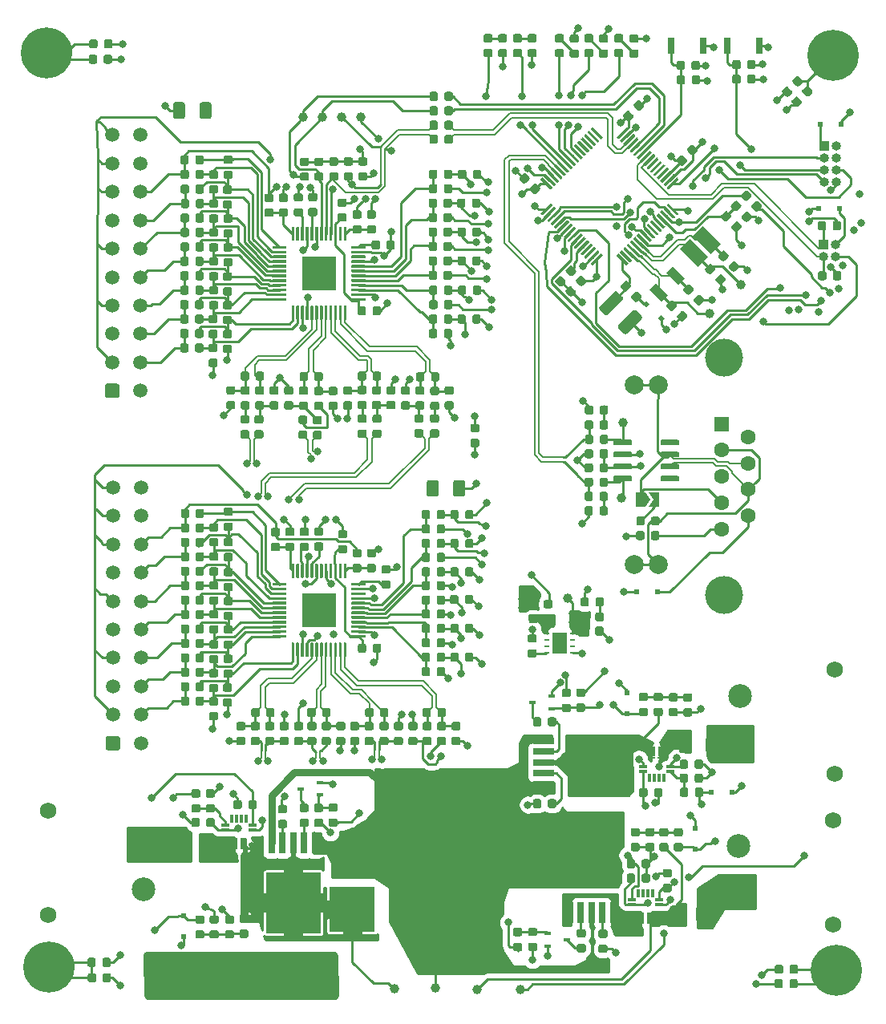
<source format=gbr>
G04 #@! TF.GenerationSoftware,KiCad,Pcbnew,(5.1.5)-3*
G04 #@! TF.CreationDate,2020-04-12T16:22:57-07:00*
G04 #@! TF.ProjectId,Milpitas_BMS,4d696c70-6974-4617-935f-424d532e6b69,rev?*
G04 #@! TF.SameCoordinates,Original*
G04 #@! TF.FileFunction,Copper,L1,Top*
G04 #@! TF.FilePolarity,Positive*
%FSLAX46Y46*%
G04 Gerber Fmt 4.6, Leading zero omitted, Abs format (unit mm)*
G04 Created by KiCad (PCBNEW (5.1.5)-3) date 2020-04-12 16:22:57*
%MOMM*%
%LPD*%
G04 APERTURE LIST*
%ADD10C,1.000000*%
%ADD11C,0.100000*%
%ADD12R,0.800000X1.700000*%
%ADD13C,0.800000*%
%ADD14C,5.400000*%
%ADD15C,2.500000*%
%ADD16C,1.750000*%
%ADD17R,1.400000X1.270000*%
%ADD18R,4.800000X4.720000*%
%ADD19R,0.500000X0.500000*%
%ADD20R,1.000000X1.000000*%
%ADD21O,1.000000X1.000000*%
%ADD22C,1.500000*%
%ADD23R,0.700000X0.450000*%
%ADD24C,2.000000*%
%ADD25C,0.500000*%
%ADD26R,3.600000X3.600000*%
%ADD27R,0.480000X0.280000*%
%ADD28R,1.550000X2.300000*%
%ADD29C,0.600000*%
%ADD30R,2.200000X0.800000*%
%ADD31R,6.400000X5.800000*%
%ADD32R,0.800000X2.200000*%
%ADD33R,5.800000X6.400000*%
%ADD34C,4.000000*%
%ADD35C,1.600000*%
%ADD36R,1.600000X1.600000*%
%ADD37R,0.850000X0.300000*%
%ADD38R,0.300000X0.850000*%
%ADD39R,0.800000X1.070000*%
%ADD40R,0.600000X0.200000*%
%ADD41C,0.250000*%
%ADD42C,0.200000*%
%ADD43C,0.750000*%
%ADD44C,0.254000*%
G04 APERTURE END LIST*
D10*
X141351000Y-147320000D03*
X154686000Y-147383500D03*
G04 #@! TA.AperFunction,SMDPad,CuDef*
D11*
G36*
X171341610Y-73009182D02*
G01*
X170068818Y-71736390D01*
X170775924Y-71029284D01*
X172048716Y-72302076D01*
X171341610Y-73009182D01*
G37*
G04 #@! TD.AperFunction*
G04 #@! TA.AperFunction,SMDPad,CuDef*
G36*
X169573843Y-74776949D02*
G01*
X168301051Y-73504157D01*
X169008157Y-72797051D01*
X170280949Y-74069843D01*
X169573843Y-74776949D01*
G37*
G04 #@! TD.AperFunction*
G04 #@! TA.AperFunction,SMDPad,CuDef*
G36*
X174741767Y-69737421D02*
G01*
X172832579Y-67828233D01*
X173893239Y-66767573D01*
X175802427Y-68676761D01*
X174741767Y-69737421D01*
G37*
G04 #@! TD.AperFunction*
G04 #@! TA.AperFunction,SMDPad,CuDef*
G36*
X173398264Y-71080924D02*
G01*
X171489076Y-69171736D01*
X172549736Y-68111076D01*
X174458924Y-70020264D01*
X173398264Y-71080924D01*
G37*
G04 #@! TD.AperFunction*
D12*
X179930000Y-47752000D03*
X176530000Y-47752000D03*
X170590000Y-47752000D03*
X173990000Y-47752000D03*
G04 #@! TA.AperFunction,SMDPad,CuDef*
D11*
G36*
X125855291Y-88336653D02*
G01*
X125876526Y-88339803D01*
X125897350Y-88345019D01*
X125917562Y-88352251D01*
X125936968Y-88361430D01*
X125955381Y-88372466D01*
X125972624Y-88385254D01*
X125988530Y-88399670D01*
X126002946Y-88415576D01*
X126015734Y-88432819D01*
X126026770Y-88451232D01*
X126035949Y-88470638D01*
X126043181Y-88490850D01*
X126048397Y-88511674D01*
X126051547Y-88532909D01*
X126052600Y-88554350D01*
X126052600Y-88991850D01*
X126051547Y-89013291D01*
X126048397Y-89034526D01*
X126043181Y-89055350D01*
X126035949Y-89075562D01*
X126026770Y-89094968D01*
X126015734Y-89113381D01*
X126002946Y-89130624D01*
X125988530Y-89146530D01*
X125972624Y-89160946D01*
X125955381Y-89173734D01*
X125936968Y-89184770D01*
X125917562Y-89193949D01*
X125897350Y-89201181D01*
X125876526Y-89206397D01*
X125855291Y-89209547D01*
X125833850Y-89210600D01*
X125321350Y-89210600D01*
X125299909Y-89209547D01*
X125278674Y-89206397D01*
X125257850Y-89201181D01*
X125237638Y-89193949D01*
X125218232Y-89184770D01*
X125199819Y-89173734D01*
X125182576Y-89160946D01*
X125166670Y-89146530D01*
X125152254Y-89130624D01*
X125139466Y-89113381D01*
X125128430Y-89094968D01*
X125119251Y-89075562D01*
X125112019Y-89055350D01*
X125106803Y-89034526D01*
X125103653Y-89013291D01*
X125102600Y-88991850D01*
X125102600Y-88554350D01*
X125103653Y-88532909D01*
X125106803Y-88511674D01*
X125112019Y-88490850D01*
X125119251Y-88470638D01*
X125128430Y-88451232D01*
X125139466Y-88432819D01*
X125152254Y-88415576D01*
X125166670Y-88399670D01*
X125182576Y-88385254D01*
X125199819Y-88372466D01*
X125218232Y-88361430D01*
X125237638Y-88352251D01*
X125257850Y-88345019D01*
X125278674Y-88339803D01*
X125299909Y-88336653D01*
X125321350Y-88335600D01*
X125833850Y-88335600D01*
X125855291Y-88336653D01*
G37*
G04 #@! TD.AperFunction*
G04 #@! TA.AperFunction,SMDPad,CuDef*
G36*
X125855291Y-86761653D02*
G01*
X125876526Y-86764803D01*
X125897350Y-86770019D01*
X125917562Y-86777251D01*
X125936968Y-86786430D01*
X125955381Y-86797466D01*
X125972624Y-86810254D01*
X125988530Y-86824670D01*
X126002946Y-86840576D01*
X126015734Y-86857819D01*
X126026770Y-86876232D01*
X126035949Y-86895638D01*
X126043181Y-86915850D01*
X126048397Y-86936674D01*
X126051547Y-86957909D01*
X126052600Y-86979350D01*
X126052600Y-87416850D01*
X126051547Y-87438291D01*
X126048397Y-87459526D01*
X126043181Y-87480350D01*
X126035949Y-87500562D01*
X126026770Y-87519968D01*
X126015734Y-87538381D01*
X126002946Y-87555624D01*
X125988530Y-87571530D01*
X125972624Y-87585946D01*
X125955381Y-87598734D01*
X125936968Y-87609770D01*
X125917562Y-87618949D01*
X125897350Y-87626181D01*
X125876526Y-87631397D01*
X125855291Y-87634547D01*
X125833850Y-87635600D01*
X125321350Y-87635600D01*
X125299909Y-87634547D01*
X125278674Y-87631397D01*
X125257850Y-87626181D01*
X125237638Y-87618949D01*
X125218232Y-87609770D01*
X125199819Y-87598734D01*
X125182576Y-87585946D01*
X125166670Y-87571530D01*
X125152254Y-87555624D01*
X125139466Y-87538381D01*
X125128430Y-87519968D01*
X125119251Y-87500562D01*
X125112019Y-87480350D01*
X125106803Y-87459526D01*
X125103653Y-87438291D01*
X125102600Y-87416850D01*
X125102600Y-86979350D01*
X125103653Y-86957909D01*
X125106803Y-86936674D01*
X125112019Y-86915850D01*
X125119251Y-86895638D01*
X125128430Y-86876232D01*
X125139466Y-86857819D01*
X125152254Y-86840576D01*
X125166670Y-86824670D01*
X125182576Y-86810254D01*
X125199819Y-86797466D01*
X125218232Y-86786430D01*
X125237638Y-86777251D01*
X125257850Y-86770019D01*
X125278674Y-86764803D01*
X125299909Y-86761653D01*
X125321350Y-86760600D01*
X125833850Y-86760600D01*
X125855291Y-86761653D01*
G37*
G04 #@! TD.AperFunction*
D13*
X106079891Y-47056709D03*
X104648000Y-46463600D03*
X103216109Y-47056709D03*
X102623000Y-48488600D03*
X103216109Y-49920491D03*
X104648000Y-50513600D03*
X106079891Y-49920491D03*
X106673000Y-48488600D03*
D14*
X104648000Y-48488600D03*
D10*
X150114000Y-147383500D03*
X145669000Y-147256500D03*
X159639000Y-106045000D03*
X177990500Y-72961500D03*
X174688500Y-76009500D03*
D15*
X177693300Y-137264600D03*
X177693300Y-132264600D03*
D16*
X187693300Y-140514600D03*
X187693300Y-129514600D03*
G04 #@! TA.AperFunction,SMDPad,CuDef*
D11*
G36*
X122553291Y-60904453D02*
G01*
X122574526Y-60907603D01*
X122595350Y-60912819D01*
X122615562Y-60920051D01*
X122634968Y-60929230D01*
X122653381Y-60940266D01*
X122670624Y-60953054D01*
X122686530Y-60967470D01*
X122700946Y-60983376D01*
X122713734Y-61000619D01*
X122724770Y-61019032D01*
X122733949Y-61038438D01*
X122741181Y-61058650D01*
X122746397Y-61079474D01*
X122749547Y-61100709D01*
X122750600Y-61122150D01*
X122750600Y-61559650D01*
X122749547Y-61581091D01*
X122746397Y-61602326D01*
X122741181Y-61623150D01*
X122733949Y-61643362D01*
X122724770Y-61662768D01*
X122713734Y-61681181D01*
X122700946Y-61698424D01*
X122686530Y-61714330D01*
X122670624Y-61728746D01*
X122653381Y-61741534D01*
X122634968Y-61752570D01*
X122615562Y-61761749D01*
X122595350Y-61768981D01*
X122574526Y-61774197D01*
X122553291Y-61777347D01*
X122531850Y-61778400D01*
X122019350Y-61778400D01*
X121997909Y-61777347D01*
X121976674Y-61774197D01*
X121955850Y-61768981D01*
X121935638Y-61761749D01*
X121916232Y-61752570D01*
X121897819Y-61741534D01*
X121880576Y-61728746D01*
X121864670Y-61714330D01*
X121850254Y-61698424D01*
X121837466Y-61681181D01*
X121826430Y-61662768D01*
X121817251Y-61643362D01*
X121810019Y-61623150D01*
X121804803Y-61602326D01*
X121801653Y-61581091D01*
X121800600Y-61559650D01*
X121800600Y-61122150D01*
X121801653Y-61100709D01*
X121804803Y-61079474D01*
X121810019Y-61058650D01*
X121817251Y-61038438D01*
X121826430Y-61019032D01*
X121837466Y-61000619D01*
X121850254Y-60983376D01*
X121864670Y-60967470D01*
X121880576Y-60953054D01*
X121897819Y-60940266D01*
X121916232Y-60929230D01*
X121935638Y-60920051D01*
X121955850Y-60912819D01*
X121976674Y-60907603D01*
X121997909Y-60904453D01*
X122019350Y-60903400D01*
X122531850Y-60903400D01*
X122553291Y-60904453D01*
G37*
G04 #@! TD.AperFunction*
G04 #@! TA.AperFunction,SMDPad,CuDef*
G36*
X122553291Y-62479453D02*
G01*
X122574526Y-62482603D01*
X122595350Y-62487819D01*
X122615562Y-62495051D01*
X122634968Y-62504230D01*
X122653381Y-62515266D01*
X122670624Y-62528054D01*
X122686530Y-62542470D01*
X122700946Y-62558376D01*
X122713734Y-62575619D01*
X122724770Y-62594032D01*
X122733949Y-62613438D01*
X122741181Y-62633650D01*
X122746397Y-62654474D01*
X122749547Y-62675709D01*
X122750600Y-62697150D01*
X122750600Y-63134650D01*
X122749547Y-63156091D01*
X122746397Y-63177326D01*
X122741181Y-63198150D01*
X122733949Y-63218362D01*
X122724770Y-63237768D01*
X122713734Y-63256181D01*
X122700946Y-63273424D01*
X122686530Y-63289330D01*
X122670624Y-63303746D01*
X122653381Y-63316534D01*
X122634968Y-63327570D01*
X122615562Y-63336749D01*
X122595350Y-63343981D01*
X122574526Y-63349197D01*
X122553291Y-63352347D01*
X122531850Y-63353400D01*
X122019350Y-63353400D01*
X121997909Y-63352347D01*
X121976674Y-63349197D01*
X121955850Y-63343981D01*
X121935638Y-63336749D01*
X121916232Y-63327570D01*
X121897819Y-63316534D01*
X121880576Y-63303746D01*
X121864670Y-63289330D01*
X121850254Y-63273424D01*
X121837466Y-63256181D01*
X121826430Y-63237768D01*
X121817251Y-63218362D01*
X121810019Y-63198150D01*
X121804803Y-63177326D01*
X121801653Y-63156091D01*
X121800600Y-63134650D01*
X121800600Y-62697150D01*
X121801653Y-62675709D01*
X121804803Y-62654474D01*
X121810019Y-62633650D01*
X121817251Y-62613438D01*
X121826430Y-62594032D01*
X121837466Y-62575619D01*
X121850254Y-62558376D01*
X121864670Y-62542470D01*
X121880576Y-62528054D01*
X121897819Y-62515266D01*
X121916232Y-62504230D01*
X121935638Y-62495051D01*
X121955850Y-62487819D01*
X121976674Y-62482603D01*
X121997909Y-62479453D01*
X122019350Y-62478400D01*
X122531850Y-62478400D01*
X122553291Y-62479453D01*
G37*
G04 #@! TD.AperFunction*
G04 #@! TA.AperFunction,SMDPad,CuDef*
G36*
X150137691Y-89251053D02*
G01*
X150158926Y-89254203D01*
X150179750Y-89259419D01*
X150199962Y-89266651D01*
X150219368Y-89275830D01*
X150237781Y-89286866D01*
X150255024Y-89299654D01*
X150270930Y-89314070D01*
X150285346Y-89329976D01*
X150298134Y-89347219D01*
X150309170Y-89365632D01*
X150318349Y-89385038D01*
X150325581Y-89405250D01*
X150330797Y-89426074D01*
X150333947Y-89447309D01*
X150335000Y-89468750D01*
X150335000Y-89906250D01*
X150333947Y-89927691D01*
X150330797Y-89948926D01*
X150325581Y-89969750D01*
X150318349Y-89989962D01*
X150309170Y-90009368D01*
X150298134Y-90027781D01*
X150285346Y-90045024D01*
X150270930Y-90060930D01*
X150255024Y-90075346D01*
X150237781Y-90088134D01*
X150219368Y-90099170D01*
X150199962Y-90108349D01*
X150179750Y-90115581D01*
X150158926Y-90120797D01*
X150137691Y-90123947D01*
X150116250Y-90125000D01*
X149603750Y-90125000D01*
X149582309Y-90123947D01*
X149561074Y-90120797D01*
X149540250Y-90115581D01*
X149520038Y-90108349D01*
X149500632Y-90099170D01*
X149482219Y-90088134D01*
X149464976Y-90075346D01*
X149449070Y-90060930D01*
X149434654Y-90045024D01*
X149421866Y-90027781D01*
X149410830Y-90009368D01*
X149401651Y-89989962D01*
X149394419Y-89969750D01*
X149389203Y-89948926D01*
X149386053Y-89927691D01*
X149385000Y-89906250D01*
X149385000Y-89468750D01*
X149386053Y-89447309D01*
X149389203Y-89426074D01*
X149394419Y-89405250D01*
X149401651Y-89385038D01*
X149410830Y-89365632D01*
X149421866Y-89347219D01*
X149434654Y-89329976D01*
X149449070Y-89314070D01*
X149464976Y-89299654D01*
X149482219Y-89286866D01*
X149500632Y-89275830D01*
X149520038Y-89266651D01*
X149540250Y-89259419D01*
X149561074Y-89254203D01*
X149582309Y-89251053D01*
X149603750Y-89250000D01*
X150116250Y-89250000D01*
X150137691Y-89251053D01*
G37*
G04 #@! TD.AperFunction*
G04 #@! TA.AperFunction,SMDPad,CuDef*
G36*
X150137691Y-87676053D02*
G01*
X150158926Y-87679203D01*
X150179750Y-87684419D01*
X150199962Y-87691651D01*
X150219368Y-87700830D01*
X150237781Y-87711866D01*
X150255024Y-87724654D01*
X150270930Y-87739070D01*
X150285346Y-87754976D01*
X150298134Y-87772219D01*
X150309170Y-87790632D01*
X150318349Y-87810038D01*
X150325581Y-87830250D01*
X150330797Y-87851074D01*
X150333947Y-87872309D01*
X150335000Y-87893750D01*
X150335000Y-88331250D01*
X150333947Y-88352691D01*
X150330797Y-88373926D01*
X150325581Y-88394750D01*
X150318349Y-88414962D01*
X150309170Y-88434368D01*
X150298134Y-88452781D01*
X150285346Y-88470024D01*
X150270930Y-88485930D01*
X150255024Y-88500346D01*
X150237781Y-88513134D01*
X150219368Y-88524170D01*
X150199962Y-88533349D01*
X150179750Y-88540581D01*
X150158926Y-88545797D01*
X150137691Y-88548947D01*
X150116250Y-88550000D01*
X149603750Y-88550000D01*
X149582309Y-88548947D01*
X149561074Y-88545797D01*
X149540250Y-88540581D01*
X149520038Y-88533349D01*
X149500632Y-88524170D01*
X149482219Y-88513134D01*
X149464976Y-88500346D01*
X149449070Y-88485930D01*
X149434654Y-88470024D01*
X149421866Y-88452781D01*
X149410830Y-88434368D01*
X149401651Y-88414962D01*
X149394419Y-88394750D01*
X149389203Y-88373926D01*
X149386053Y-88352691D01*
X149385000Y-88331250D01*
X149385000Y-87893750D01*
X149386053Y-87872309D01*
X149389203Y-87851074D01*
X149394419Y-87830250D01*
X149401651Y-87810038D01*
X149410830Y-87790632D01*
X149421866Y-87772219D01*
X149434654Y-87754976D01*
X149449070Y-87739070D01*
X149464976Y-87724654D01*
X149482219Y-87711866D01*
X149500632Y-87700830D01*
X149520038Y-87691651D01*
X149540250Y-87684419D01*
X149561074Y-87679203D01*
X149582309Y-87676053D01*
X149603750Y-87675000D01*
X150116250Y-87675000D01*
X150137691Y-87676053D01*
G37*
G04 #@! TD.AperFunction*
G04 #@! TA.AperFunction,SMDPad,CuDef*
G36*
X157871991Y-107843853D02*
G01*
X157893226Y-107847003D01*
X157914050Y-107852219D01*
X157934262Y-107859451D01*
X157953668Y-107868630D01*
X157972081Y-107879666D01*
X157989324Y-107892454D01*
X158005230Y-107906870D01*
X158019646Y-107922776D01*
X158032434Y-107940019D01*
X158043470Y-107958432D01*
X158052649Y-107977838D01*
X158059881Y-107998050D01*
X158065097Y-108018874D01*
X158068247Y-108040109D01*
X158069300Y-108061550D01*
X158069300Y-108499050D01*
X158068247Y-108520491D01*
X158065097Y-108541726D01*
X158059881Y-108562550D01*
X158052649Y-108582762D01*
X158043470Y-108602168D01*
X158032434Y-108620581D01*
X158019646Y-108637824D01*
X158005230Y-108653730D01*
X157989324Y-108668146D01*
X157972081Y-108680934D01*
X157953668Y-108691970D01*
X157934262Y-108701149D01*
X157914050Y-108708381D01*
X157893226Y-108713597D01*
X157871991Y-108716747D01*
X157850550Y-108717800D01*
X157338050Y-108717800D01*
X157316609Y-108716747D01*
X157295374Y-108713597D01*
X157274550Y-108708381D01*
X157254338Y-108701149D01*
X157234932Y-108691970D01*
X157216519Y-108680934D01*
X157199276Y-108668146D01*
X157183370Y-108653730D01*
X157168954Y-108637824D01*
X157156166Y-108620581D01*
X157145130Y-108602168D01*
X157135951Y-108582762D01*
X157128719Y-108562550D01*
X157123503Y-108541726D01*
X157120353Y-108520491D01*
X157119300Y-108499050D01*
X157119300Y-108061550D01*
X157120353Y-108040109D01*
X157123503Y-108018874D01*
X157128719Y-107998050D01*
X157135951Y-107977838D01*
X157145130Y-107958432D01*
X157156166Y-107940019D01*
X157168954Y-107922776D01*
X157183370Y-107906870D01*
X157199276Y-107892454D01*
X157216519Y-107879666D01*
X157234932Y-107868630D01*
X157254338Y-107859451D01*
X157274550Y-107852219D01*
X157295374Y-107847003D01*
X157316609Y-107843853D01*
X157338050Y-107842800D01*
X157850550Y-107842800D01*
X157871991Y-107843853D01*
G37*
G04 #@! TD.AperFunction*
G04 #@! TA.AperFunction,SMDPad,CuDef*
G36*
X157871991Y-106268853D02*
G01*
X157893226Y-106272003D01*
X157914050Y-106277219D01*
X157934262Y-106284451D01*
X157953668Y-106293630D01*
X157972081Y-106304666D01*
X157989324Y-106317454D01*
X158005230Y-106331870D01*
X158019646Y-106347776D01*
X158032434Y-106365019D01*
X158043470Y-106383432D01*
X158052649Y-106402838D01*
X158059881Y-106423050D01*
X158065097Y-106443874D01*
X158068247Y-106465109D01*
X158069300Y-106486550D01*
X158069300Y-106924050D01*
X158068247Y-106945491D01*
X158065097Y-106966726D01*
X158059881Y-106987550D01*
X158052649Y-107007762D01*
X158043470Y-107027168D01*
X158032434Y-107045581D01*
X158019646Y-107062824D01*
X158005230Y-107078730D01*
X157989324Y-107093146D01*
X157972081Y-107105934D01*
X157953668Y-107116970D01*
X157934262Y-107126149D01*
X157914050Y-107133381D01*
X157893226Y-107138597D01*
X157871991Y-107141747D01*
X157850550Y-107142800D01*
X157338050Y-107142800D01*
X157316609Y-107141747D01*
X157295374Y-107138597D01*
X157274550Y-107133381D01*
X157254338Y-107126149D01*
X157234932Y-107116970D01*
X157216519Y-107105934D01*
X157199276Y-107093146D01*
X157183370Y-107078730D01*
X157168954Y-107062824D01*
X157156166Y-107045581D01*
X157145130Y-107027168D01*
X157135951Y-107007762D01*
X157128719Y-106987550D01*
X157123503Y-106966726D01*
X157120353Y-106945491D01*
X157119300Y-106924050D01*
X157119300Y-106486550D01*
X157120353Y-106465109D01*
X157123503Y-106443874D01*
X157128719Y-106423050D01*
X157135951Y-106402838D01*
X157145130Y-106383432D01*
X157156166Y-106365019D01*
X157168954Y-106347776D01*
X157183370Y-106331870D01*
X157199276Y-106317454D01*
X157216519Y-106304666D01*
X157234932Y-106293630D01*
X157254338Y-106284451D01*
X157274550Y-106277219D01*
X157295374Y-106272003D01*
X157316609Y-106268853D01*
X157338050Y-106267800D01*
X157850550Y-106267800D01*
X157871991Y-106268853D01*
G37*
G04 #@! TD.AperFunction*
G04 #@! TA.AperFunction,SMDPad,CuDef*
G36*
X156195591Y-109900953D02*
G01*
X156216826Y-109904103D01*
X156237650Y-109909319D01*
X156257862Y-109916551D01*
X156277268Y-109925730D01*
X156295681Y-109936766D01*
X156312924Y-109949554D01*
X156328830Y-109963970D01*
X156343246Y-109979876D01*
X156356034Y-109997119D01*
X156367070Y-110015532D01*
X156376249Y-110034938D01*
X156383481Y-110055150D01*
X156388697Y-110075974D01*
X156391847Y-110097209D01*
X156392900Y-110118650D01*
X156392900Y-110556150D01*
X156391847Y-110577591D01*
X156388697Y-110598826D01*
X156383481Y-110619650D01*
X156376249Y-110639862D01*
X156367070Y-110659268D01*
X156356034Y-110677681D01*
X156343246Y-110694924D01*
X156328830Y-110710830D01*
X156312924Y-110725246D01*
X156295681Y-110738034D01*
X156277268Y-110749070D01*
X156257862Y-110758249D01*
X156237650Y-110765481D01*
X156216826Y-110770697D01*
X156195591Y-110773847D01*
X156174150Y-110774900D01*
X155661650Y-110774900D01*
X155640209Y-110773847D01*
X155618974Y-110770697D01*
X155598150Y-110765481D01*
X155577938Y-110758249D01*
X155558532Y-110749070D01*
X155540119Y-110738034D01*
X155522876Y-110725246D01*
X155506970Y-110710830D01*
X155492554Y-110694924D01*
X155479766Y-110677681D01*
X155468730Y-110659268D01*
X155459551Y-110639862D01*
X155452319Y-110619650D01*
X155447103Y-110598826D01*
X155443953Y-110577591D01*
X155442900Y-110556150D01*
X155442900Y-110118650D01*
X155443953Y-110097209D01*
X155447103Y-110075974D01*
X155452319Y-110055150D01*
X155459551Y-110034938D01*
X155468730Y-110015532D01*
X155479766Y-109997119D01*
X155492554Y-109979876D01*
X155506970Y-109963970D01*
X155522876Y-109949554D01*
X155540119Y-109936766D01*
X155558532Y-109925730D01*
X155577938Y-109916551D01*
X155598150Y-109909319D01*
X155618974Y-109904103D01*
X155640209Y-109900953D01*
X155661650Y-109899900D01*
X156174150Y-109899900D01*
X156195591Y-109900953D01*
G37*
G04 #@! TD.AperFunction*
G04 #@! TA.AperFunction,SMDPad,CuDef*
G36*
X156195591Y-111475953D02*
G01*
X156216826Y-111479103D01*
X156237650Y-111484319D01*
X156257862Y-111491551D01*
X156277268Y-111500730D01*
X156295681Y-111511766D01*
X156312924Y-111524554D01*
X156328830Y-111538970D01*
X156343246Y-111554876D01*
X156356034Y-111572119D01*
X156367070Y-111590532D01*
X156376249Y-111609938D01*
X156383481Y-111630150D01*
X156388697Y-111650974D01*
X156391847Y-111672209D01*
X156392900Y-111693650D01*
X156392900Y-112131150D01*
X156391847Y-112152591D01*
X156388697Y-112173826D01*
X156383481Y-112194650D01*
X156376249Y-112214862D01*
X156367070Y-112234268D01*
X156356034Y-112252681D01*
X156343246Y-112269924D01*
X156328830Y-112285830D01*
X156312924Y-112300246D01*
X156295681Y-112313034D01*
X156277268Y-112324070D01*
X156257862Y-112333249D01*
X156237650Y-112340481D01*
X156216826Y-112345697D01*
X156195591Y-112348847D01*
X156174150Y-112349900D01*
X155661650Y-112349900D01*
X155640209Y-112348847D01*
X155618974Y-112345697D01*
X155598150Y-112340481D01*
X155577938Y-112333249D01*
X155558532Y-112324070D01*
X155540119Y-112313034D01*
X155522876Y-112300246D01*
X155506970Y-112285830D01*
X155492554Y-112269924D01*
X155479766Y-112252681D01*
X155468730Y-112234268D01*
X155459551Y-112214862D01*
X155452319Y-112194650D01*
X155447103Y-112173826D01*
X155443953Y-112152591D01*
X155442900Y-112131150D01*
X155442900Y-111693650D01*
X155443953Y-111672209D01*
X155447103Y-111650974D01*
X155452319Y-111630150D01*
X155459551Y-111609938D01*
X155468730Y-111590532D01*
X155479766Y-111572119D01*
X155492554Y-111554876D01*
X155506970Y-111538970D01*
X155522876Y-111524554D01*
X155540119Y-111511766D01*
X155558532Y-111500730D01*
X155577938Y-111491551D01*
X155598150Y-111484319D01*
X155618974Y-111479103D01*
X155640209Y-111475953D01*
X155661650Y-111474900D01*
X156174150Y-111474900D01*
X156195591Y-111475953D01*
G37*
G04 #@! TD.AperFunction*
G04 #@! TA.AperFunction,SMDPad,CuDef*
G36*
X163244791Y-109076253D02*
G01*
X163266026Y-109079403D01*
X163286850Y-109084619D01*
X163307062Y-109091851D01*
X163326468Y-109101030D01*
X163344881Y-109112066D01*
X163362124Y-109124854D01*
X163378030Y-109139270D01*
X163392446Y-109155176D01*
X163405234Y-109172419D01*
X163416270Y-109190832D01*
X163425449Y-109210238D01*
X163432681Y-109230450D01*
X163437897Y-109251274D01*
X163441047Y-109272509D01*
X163442100Y-109293950D01*
X163442100Y-109806450D01*
X163441047Y-109827891D01*
X163437897Y-109849126D01*
X163432681Y-109869950D01*
X163425449Y-109890162D01*
X163416270Y-109909568D01*
X163405234Y-109927981D01*
X163392446Y-109945224D01*
X163378030Y-109961130D01*
X163362124Y-109975546D01*
X163344881Y-109988334D01*
X163326468Y-109999370D01*
X163307062Y-110008549D01*
X163286850Y-110015781D01*
X163266026Y-110020997D01*
X163244791Y-110024147D01*
X163223350Y-110025200D01*
X162785850Y-110025200D01*
X162764409Y-110024147D01*
X162743174Y-110020997D01*
X162722350Y-110015781D01*
X162702138Y-110008549D01*
X162682732Y-109999370D01*
X162664319Y-109988334D01*
X162647076Y-109975546D01*
X162631170Y-109961130D01*
X162616754Y-109945224D01*
X162603966Y-109927981D01*
X162592930Y-109909568D01*
X162583751Y-109890162D01*
X162576519Y-109869950D01*
X162571303Y-109849126D01*
X162568153Y-109827891D01*
X162567100Y-109806450D01*
X162567100Y-109293950D01*
X162568153Y-109272509D01*
X162571303Y-109251274D01*
X162576519Y-109230450D01*
X162583751Y-109210238D01*
X162592930Y-109190832D01*
X162603966Y-109172419D01*
X162616754Y-109155176D01*
X162631170Y-109139270D01*
X162647076Y-109124854D01*
X162664319Y-109112066D01*
X162682732Y-109101030D01*
X162702138Y-109091851D01*
X162722350Y-109084619D01*
X162743174Y-109079403D01*
X162764409Y-109076253D01*
X162785850Y-109075200D01*
X163223350Y-109075200D01*
X163244791Y-109076253D01*
G37*
G04 #@! TD.AperFunction*
G04 #@! TA.AperFunction,SMDPad,CuDef*
G36*
X161669791Y-109076253D02*
G01*
X161691026Y-109079403D01*
X161711850Y-109084619D01*
X161732062Y-109091851D01*
X161751468Y-109101030D01*
X161769881Y-109112066D01*
X161787124Y-109124854D01*
X161803030Y-109139270D01*
X161817446Y-109155176D01*
X161830234Y-109172419D01*
X161841270Y-109190832D01*
X161850449Y-109210238D01*
X161857681Y-109230450D01*
X161862897Y-109251274D01*
X161866047Y-109272509D01*
X161867100Y-109293950D01*
X161867100Y-109806450D01*
X161866047Y-109827891D01*
X161862897Y-109849126D01*
X161857681Y-109869950D01*
X161850449Y-109890162D01*
X161841270Y-109909568D01*
X161830234Y-109927981D01*
X161817446Y-109945224D01*
X161803030Y-109961130D01*
X161787124Y-109975546D01*
X161769881Y-109988334D01*
X161751468Y-109999370D01*
X161732062Y-110008549D01*
X161711850Y-110015781D01*
X161691026Y-110020997D01*
X161669791Y-110024147D01*
X161648350Y-110025200D01*
X161210850Y-110025200D01*
X161189409Y-110024147D01*
X161168174Y-110020997D01*
X161147350Y-110015781D01*
X161127138Y-110008549D01*
X161107732Y-109999370D01*
X161089319Y-109988334D01*
X161072076Y-109975546D01*
X161056170Y-109961130D01*
X161041754Y-109945224D01*
X161028966Y-109927981D01*
X161017930Y-109909568D01*
X161008751Y-109890162D01*
X161001519Y-109869950D01*
X160996303Y-109849126D01*
X160993153Y-109827891D01*
X160992100Y-109806450D01*
X160992100Y-109293950D01*
X160993153Y-109272509D01*
X160996303Y-109251274D01*
X161001519Y-109230450D01*
X161008751Y-109210238D01*
X161017930Y-109190832D01*
X161028966Y-109172419D01*
X161041754Y-109155176D01*
X161056170Y-109139270D01*
X161072076Y-109124854D01*
X161089319Y-109112066D01*
X161107732Y-109101030D01*
X161127138Y-109091851D01*
X161147350Y-109084619D01*
X161168174Y-109079403D01*
X161189409Y-109076253D01*
X161210850Y-109075200D01*
X161648350Y-109075200D01*
X161669791Y-109076253D01*
G37*
G04 #@! TD.AperFunction*
G04 #@! TA.AperFunction,SMDPad,CuDef*
G36*
X166062077Y-54613274D02*
G01*
X166083312Y-54616424D01*
X166104136Y-54621640D01*
X166124348Y-54628872D01*
X166143754Y-54638051D01*
X166162167Y-54649087D01*
X166179410Y-54661875D01*
X166195316Y-54676291D01*
X166557709Y-55038684D01*
X166572125Y-55054590D01*
X166584913Y-55071833D01*
X166595949Y-55090246D01*
X166605128Y-55109652D01*
X166612360Y-55129864D01*
X166617576Y-55150688D01*
X166620726Y-55171923D01*
X166621779Y-55193364D01*
X166620726Y-55214805D01*
X166617576Y-55236040D01*
X166612360Y-55256864D01*
X166605128Y-55277076D01*
X166595949Y-55296482D01*
X166584913Y-55314895D01*
X166572125Y-55332138D01*
X166557709Y-55348044D01*
X166248350Y-55657403D01*
X166232444Y-55671819D01*
X166215201Y-55684607D01*
X166196788Y-55695643D01*
X166177382Y-55704822D01*
X166157170Y-55712054D01*
X166136346Y-55717270D01*
X166115111Y-55720420D01*
X166093670Y-55721473D01*
X166072229Y-55720420D01*
X166050994Y-55717270D01*
X166030170Y-55712054D01*
X166009958Y-55704822D01*
X165990552Y-55695643D01*
X165972139Y-55684607D01*
X165954896Y-55671819D01*
X165938990Y-55657403D01*
X165576597Y-55295010D01*
X165562181Y-55279104D01*
X165549393Y-55261861D01*
X165538357Y-55243448D01*
X165529178Y-55224042D01*
X165521946Y-55203830D01*
X165516730Y-55183006D01*
X165513580Y-55161771D01*
X165512527Y-55140330D01*
X165513580Y-55118889D01*
X165516730Y-55097654D01*
X165521946Y-55076830D01*
X165529178Y-55056618D01*
X165538357Y-55037212D01*
X165549393Y-55018799D01*
X165562181Y-55001556D01*
X165576597Y-54985650D01*
X165885956Y-54676291D01*
X165901862Y-54661875D01*
X165919105Y-54649087D01*
X165937518Y-54638051D01*
X165956924Y-54628872D01*
X165977136Y-54621640D01*
X165997960Y-54616424D01*
X166019195Y-54613274D01*
X166040636Y-54612221D01*
X166062077Y-54613274D01*
G37*
G04 #@! TD.AperFunction*
G04 #@! TA.AperFunction,SMDPad,CuDef*
G36*
X167175771Y-53499580D02*
G01*
X167197006Y-53502730D01*
X167217830Y-53507946D01*
X167238042Y-53515178D01*
X167257448Y-53524357D01*
X167275861Y-53535393D01*
X167293104Y-53548181D01*
X167309010Y-53562597D01*
X167671403Y-53924990D01*
X167685819Y-53940896D01*
X167698607Y-53958139D01*
X167709643Y-53976552D01*
X167718822Y-53995958D01*
X167726054Y-54016170D01*
X167731270Y-54036994D01*
X167734420Y-54058229D01*
X167735473Y-54079670D01*
X167734420Y-54101111D01*
X167731270Y-54122346D01*
X167726054Y-54143170D01*
X167718822Y-54163382D01*
X167709643Y-54182788D01*
X167698607Y-54201201D01*
X167685819Y-54218444D01*
X167671403Y-54234350D01*
X167362044Y-54543709D01*
X167346138Y-54558125D01*
X167328895Y-54570913D01*
X167310482Y-54581949D01*
X167291076Y-54591128D01*
X167270864Y-54598360D01*
X167250040Y-54603576D01*
X167228805Y-54606726D01*
X167207364Y-54607779D01*
X167185923Y-54606726D01*
X167164688Y-54603576D01*
X167143864Y-54598360D01*
X167123652Y-54591128D01*
X167104246Y-54581949D01*
X167085833Y-54570913D01*
X167068590Y-54558125D01*
X167052684Y-54543709D01*
X166690291Y-54181316D01*
X166675875Y-54165410D01*
X166663087Y-54148167D01*
X166652051Y-54129754D01*
X166642872Y-54110348D01*
X166635640Y-54090136D01*
X166630424Y-54069312D01*
X166627274Y-54048077D01*
X166626221Y-54026636D01*
X166627274Y-54005195D01*
X166630424Y-53983960D01*
X166635640Y-53963136D01*
X166642872Y-53942924D01*
X166652051Y-53923518D01*
X166663087Y-53905105D01*
X166675875Y-53887862D01*
X166690291Y-53871956D01*
X166999650Y-53562597D01*
X167015556Y-53548181D01*
X167032799Y-53535393D01*
X167051212Y-53524357D01*
X167070618Y-53515178D01*
X167090830Y-53507946D01*
X167111654Y-53502730D01*
X167132889Y-53499580D01*
X167154330Y-53498527D01*
X167175771Y-53499580D01*
G37*
G04 #@! TD.AperFunction*
G04 #@! TA.AperFunction,SMDPad,CuDef*
G36*
X171713577Y-59312274D02*
G01*
X171734812Y-59315424D01*
X171755636Y-59320640D01*
X171775848Y-59327872D01*
X171795254Y-59337051D01*
X171813667Y-59348087D01*
X171830910Y-59360875D01*
X171846816Y-59375291D01*
X172209209Y-59737684D01*
X172223625Y-59753590D01*
X172236413Y-59770833D01*
X172247449Y-59789246D01*
X172256628Y-59808652D01*
X172263860Y-59828864D01*
X172269076Y-59849688D01*
X172272226Y-59870923D01*
X172273279Y-59892364D01*
X172272226Y-59913805D01*
X172269076Y-59935040D01*
X172263860Y-59955864D01*
X172256628Y-59976076D01*
X172247449Y-59995482D01*
X172236413Y-60013895D01*
X172223625Y-60031138D01*
X172209209Y-60047044D01*
X171899850Y-60356403D01*
X171883944Y-60370819D01*
X171866701Y-60383607D01*
X171848288Y-60394643D01*
X171828882Y-60403822D01*
X171808670Y-60411054D01*
X171787846Y-60416270D01*
X171766611Y-60419420D01*
X171745170Y-60420473D01*
X171723729Y-60419420D01*
X171702494Y-60416270D01*
X171681670Y-60411054D01*
X171661458Y-60403822D01*
X171642052Y-60394643D01*
X171623639Y-60383607D01*
X171606396Y-60370819D01*
X171590490Y-60356403D01*
X171228097Y-59994010D01*
X171213681Y-59978104D01*
X171200893Y-59960861D01*
X171189857Y-59942448D01*
X171180678Y-59923042D01*
X171173446Y-59902830D01*
X171168230Y-59882006D01*
X171165080Y-59860771D01*
X171164027Y-59839330D01*
X171165080Y-59817889D01*
X171168230Y-59796654D01*
X171173446Y-59775830D01*
X171180678Y-59755618D01*
X171189857Y-59736212D01*
X171200893Y-59717799D01*
X171213681Y-59700556D01*
X171228097Y-59684650D01*
X171537456Y-59375291D01*
X171553362Y-59360875D01*
X171570605Y-59348087D01*
X171589018Y-59337051D01*
X171608424Y-59327872D01*
X171628636Y-59320640D01*
X171649460Y-59315424D01*
X171670695Y-59312274D01*
X171692136Y-59311221D01*
X171713577Y-59312274D01*
G37*
G04 #@! TD.AperFunction*
G04 #@! TA.AperFunction,SMDPad,CuDef*
G36*
X172827271Y-58198580D02*
G01*
X172848506Y-58201730D01*
X172869330Y-58206946D01*
X172889542Y-58214178D01*
X172908948Y-58223357D01*
X172927361Y-58234393D01*
X172944604Y-58247181D01*
X172960510Y-58261597D01*
X173322903Y-58623990D01*
X173337319Y-58639896D01*
X173350107Y-58657139D01*
X173361143Y-58675552D01*
X173370322Y-58694958D01*
X173377554Y-58715170D01*
X173382770Y-58735994D01*
X173385920Y-58757229D01*
X173386973Y-58778670D01*
X173385920Y-58800111D01*
X173382770Y-58821346D01*
X173377554Y-58842170D01*
X173370322Y-58862382D01*
X173361143Y-58881788D01*
X173350107Y-58900201D01*
X173337319Y-58917444D01*
X173322903Y-58933350D01*
X173013544Y-59242709D01*
X172997638Y-59257125D01*
X172980395Y-59269913D01*
X172961982Y-59280949D01*
X172942576Y-59290128D01*
X172922364Y-59297360D01*
X172901540Y-59302576D01*
X172880305Y-59305726D01*
X172858864Y-59306779D01*
X172837423Y-59305726D01*
X172816188Y-59302576D01*
X172795364Y-59297360D01*
X172775152Y-59290128D01*
X172755746Y-59280949D01*
X172737333Y-59269913D01*
X172720090Y-59257125D01*
X172704184Y-59242709D01*
X172341791Y-58880316D01*
X172327375Y-58864410D01*
X172314587Y-58847167D01*
X172303551Y-58828754D01*
X172294372Y-58809348D01*
X172287140Y-58789136D01*
X172281924Y-58768312D01*
X172278774Y-58747077D01*
X172277721Y-58725636D01*
X172278774Y-58704195D01*
X172281924Y-58682960D01*
X172287140Y-58662136D01*
X172294372Y-58641924D01*
X172303551Y-58622518D01*
X172314587Y-58604105D01*
X172327375Y-58586862D01*
X172341791Y-58570956D01*
X172651150Y-58261597D01*
X172667056Y-58247181D01*
X172684299Y-58234393D01*
X172702712Y-58223357D01*
X172722118Y-58214178D01*
X172742330Y-58206946D01*
X172763154Y-58201730D01*
X172784389Y-58198580D01*
X172805830Y-58197527D01*
X172827271Y-58198580D01*
G37*
G04 #@! TD.AperFunction*
G04 #@! TA.AperFunction,SMDPad,CuDef*
G36*
X155144264Y-61197733D02*
G01*
X155165499Y-61200883D01*
X155186323Y-61206099D01*
X155206535Y-61213331D01*
X155225941Y-61222510D01*
X155244354Y-61233546D01*
X155261597Y-61246334D01*
X155277503Y-61260750D01*
X155586862Y-61570109D01*
X155601278Y-61586015D01*
X155614066Y-61603258D01*
X155625102Y-61621671D01*
X155634281Y-61641077D01*
X155641513Y-61661289D01*
X155646729Y-61682113D01*
X155649879Y-61703348D01*
X155650932Y-61724789D01*
X155649879Y-61746230D01*
X155646729Y-61767465D01*
X155641513Y-61788289D01*
X155634281Y-61808501D01*
X155625102Y-61827907D01*
X155614066Y-61846320D01*
X155601278Y-61863563D01*
X155586862Y-61879469D01*
X155224469Y-62241862D01*
X155208563Y-62256278D01*
X155191320Y-62269066D01*
X155172907Y-62280102D01*
X155153501Y-62289281D01*
X155133289Y-62296513D01*
X155112465Y-62301729D01*
X155091230Y-62304879D01*
X155069789Y-62305932D01*
X155048348Y-62304879D01*
X155027113Y-62301729D01*
X155006289Y-62296513D01*
X154986077Y-62289281D01*
X154966671Y-62280102D01*
X154948258Y-62269066D01*
X154931015Y-62256278D01*
X154915109Y-62241862D01*
X154605750Y-61932503D01*
X154591334Y-61916597D01*
X154578546Y-61899354D01*
X154567510Y-61880941D01*
X154558331Y-61861535D01*
X154551099Y-61841323D01*
X154545883Y-61820499D01*
X154542733Y-61799264D01*
X154541680Y-61777823D01*
X154542733Y-61756382D01*
X154545883Y-61735147D01*
X154551099Y-61714323D01*
X154558331Y-61694111D01*
X154567510Y-61674705D01*
X154578546Y-61656292D01*
X154591334Y-61639049D01*
X154605750Y-61623143D01*
X154968143Y-61260750D01*
X154984049Y-61246334D01*
X155001292Y-61233546D01*
X155019705Y-61222510D01*
X155039111Y-61213331D01*
X155059323Y-61206099D01*
X155080147Y-61200883D01*
X155101382Y-61197733D01*
X155122823Y-61196680D01*
X155144264Y-61197733D01*
G37*
G04 #@! TD.AperFunction*
G04 #@! TA.AperFunction,SMDPad,CuDef*
G36*
X156257958Y-62311427D02*
G01*
X156279193Y-62314577D01*
X156300017Y-62319793D01*
X156320229Y-62327025D01*
X156339635Y-62336204D01*
X156358048Y-62347240D01*
X156375291Y-62360028D01*
X156391197Y-62374444D01*
X156700556Y-62683803D01*
X156714972Y-62699709D01*
X156727760Y-62716952D01*
X156738796Y-62735365D01*
X156747975Y-62754771D01*
X156755207Y-62774983D01*
X156760423Y-62795807D01*
X156763573Y-62817042D01*
X156764626Y-62838483D01*
X156763573Y-62859924D01*
X156760423Y-62881159D01*
X156755207Y-62901983D01*
X156747975Y-62922195D01*
X156738796Y-62941601D01*
X156727760Y-62960014D01*
X156714972Y-62977257D01*
X156700556Y-62993163D01*
X156338163Y-63355556D01*
X156322257Y-63369972D01*
X156305014Y-63382760D01*
X156286601Y-63393796D01*
X156267195Y-63402975D01*
X156246983Y-63410207D01*
X156226159Y-63415423D01*
X156204924Y-63418573D01*
X156183483Y-63419626D01*
X156162042Y-63418573D01*
X156140807Y-63415423D01*
X156119983Y-63410207D01*
X156099771Y-63402975D01*
X156080365Y-63393796D01*
X156061952Y-63382760D01*
X156044709Y-63369972D01*
X156028803Y-63355556D01*
X155719444Y-63046197D01*
X155705028Y-63030291D01*
X155692240Y-63013048D01*
X155681204Y-62994635D01*
X155672025Y-62975229D01*
X155664793Y-62955017D01*
X155659577Y-62934193D01*
X155656427Y-62912958D01*
X155655374Y-62891517D01*
X155656427Y-62870076D01*
X155659577Y-62848841D01*
X155664793Y-62828017D01*
X155672025Y-62807805D01*
X155681204Y-62788399D01*
X155692240Y-62769986D01*
X155705028Y-62752743D01*
X155719444Y-62736837D01*
X156081837Y-62374444D01*
X156097743Y-62360028D01*
X156114986Y-62347240D01*
X156133399Y-62336204D01*
X156152805Y-62327025D01*
X156173017Y-62319793D01*
X156193841Y-62314577D01*
X156215076Y-62311427D01*
X156236517Y-62310374D01*
X156257958Y-62311427D01*
G37*
G04 #@! TD.AperFunction*
G04 #@! TA.AperFunction,SMDPad,CuDef*
G36*
X161079771Y-72016180D02*
G01*
X161101006Y-72019330D01*
X161121830Y-72024546D01*
X161142042Y-72031778D01*
X161161448Y-72040957D01*
X161179861Y-72051993D01*
X161197104Y-72064781D01*
X161213010Y-72079197D01*
X161575403Y-72441590D01*
X161589819Y-72457496D01*
X161602607Y-72474739D01*
X161613643Y-72493152D01*
X161622822Y-72512558D01*
X161630054Y-72532770D01*
X161635270Y-72553594D01*
X161638420Y-72574829D01*
X161639473Y-72596270D01*
X161638420Y-72617711D01*
X161635270Y-72638946D01*
X161630054Y-72659770D01*
X161622822Y-72679982D01*
X161613643Y-72699388D01*
X161602607Y-72717801D01*
X161589819Y-72735044D01*
X161575403Y-72750950D01*
X161266044Y-73060309D01*
X161250138Y-73074725D01*
X161232895Y-73087513D01*
X161214482Y-73098549D01*
X161195076Y-73107728D01*
X161174864Y-73114960D01*
X161154040Y-73120176D01*
X161132805Y-73123326D01*
X161111364Y-73124379D01*
X161089923Y-73123326D01*
X161068688Y-73120176D01*
X161047864Y-73114960D01*
X161027652Y-73107728D01*
X161008246Y-73098549D01*
X160989833Y-73087513D01*
X160972590Y-73074725D01*
X160956684Y-73060309D01*
X160594291Y-72697916D01*
X160579875Y-72682010D01*
X160567087Y-72664767D01*
X160556051Y-72646354D01*
X160546872Y-72626948D01*
X160539640Y-72606736D01*
X160534424Y-72585912D01*
X160531274Y-72564677D01*
X160530221Y-72543236D01*
X160531274Y-72521795D01*
X160534424Y-72500560D01*
X160539640Y-72479736D01*
X160546872Y-72459524D01*
X160556051Y-72440118D01*
X160567087Y-72421705D01*
X160579875Y-72404462D01*
X160594291Y-72388556D01*
X160903650Y-72079197D01*
X160919556Y-72064781D01*
X160936799Y-72051993D01*
X160955212Y-72040957D01*
X160974618Y-72031778D01*
X160994830Y-72024546D01*
X161015654Y-72019330D01*
X161036889Y-72016180D01*
X161058330Y-72015127D01*
X161079771Y-72016180D01*
G37*
G04 #@! TD.AperFunction*
G04 #@! TA.AperFunction,SMDPad,CuDef*
G36*
X159966077Y-73129874D02*
G01*
X159987312Y-73133024D01*
X160008136Y-73138240D01*
X160028348Y-73145472D01*
X160047754Y-73154651D01*
X160066167Y-73165687D01*
X160083410Y-73178475D01*
X160099316Y-73192891D01*
X160461709Y-73555284D01*
X160476125Y-73571190D01*
X160488913Y-73588433D01*
X160499949Y-73606846D01*
X160509128Y-73626252D01*
X160516360Y-73646464D01*
X160521576Y-73667288D01*
X160524726Y-73688523D01*
X160525779Y-73709964D01*
X160524726Y-73731405D01*
X160521576Y-73752640D01*
X160516360Y-73773464D01*
X160509128Y-73793676D01*
X160499949Y-73813082D01*
X160488913Y-73831495D01*
X160476125Y-73848738D01*
X160461709Y-73864644D01*
X160152350Y-74174003D01*
X160136444Y-74188419D01*
X160119201Y-74201207D01*
X160100788Y-74212243D01*
X160081382Y-74221422D01*
X160061170Y-74228654D01*
X160040346Y-74233870D01*
X160019111Y-74237020D01*
X159997670Y-74238073D01*
X159976229Y-74237020D01*
X159954994Y-74233870D01*
X159934170Y-74228654D01*
X159913958Y-74221422D01*
X159894552Y-74212243D01*
X159876139Y-74201207D01*
X159858896Y-74188419D01*
X159842990Y-74174003D01*
X159480597Y-73811610D01*
X159466181Y-73795704D01*
X159453393Y-73778461D01*
X159442357Y-73760048D01*
X159433178Y-73740642D01*
X159425946Y-73720430D01*
X159420730Y-73699606D01*
X159417580Y-73678371D01*
X159416527Y-73656930D01*
X159417580Y-73635489D01*
X159420730Y-73614254D01*
X159425946Y-73593430D01*
X159433178Y-73573218D01*
X159442357Y-73553812D01*
X159453393Y-73535399D01*
X159466181Y-73518156D01*
X159480597Y-73502250D01*
X159789956Y-73192891D01*
X159805862Y-73178475D01*
X159823105Y-73165687D01*
X159841518Y-73154651D01*
X159860924Y-73145472D01*
X159881136Y-73138240D01*
X159901960Y-73133024D01*
X159923195Y-73129874D01*
X159944636Y-73128821D01*
X159966077Y-73129874D01*
G37*
G04 #@! TD.AperFunction*
G04 #@! TA.AperFunction,SMDPad,CuDef*
G36*
X177531045Y-66317594D02*
G01*
X177552280Y-66320744D01*
X177573104Y-66325960D01*
X177593316Y-66333192D01*
X177612722Y-66342371D01*
X177631135Y-66353407D01*
X177648378Y-66366195D01*
X177664284Y-66380611D01*
X177973643Y-66689970D01*
X177988059Y-66705876D01*
X178000847Y-66723119D01*
X178011883Y-66741532D01*
X178021062Y-66760938D01*
X178028294Y-66781150D01*
X178033510Y-66801974D01*
X178036660Y-66823209D01*
X178037713Y-66844650D01*
X178036660Y-66866091D01*
X178033510Y-66887326D01*
X178028294Y-66908150D01*
X178021062Y-66928362D01*
X178011883Y-66947768D01*
X178000847Y-66966181D01*
X177988059Y-66983424D01*
X177973643Y-66999330D01*
X177611250Y-67361723D01*
X177595344Y-67376139D01*
X177578101Y-67388927D01*
X177559688Y-67399963D01*
X177540282Y-67409142D01*
X177520070Y-67416374D01*
X177499246Y-67421590D01*
X177478011Y-67424740D01*
X177456570Y-67425793D01*
X177435129Y-67424740D01*
X177413894Y-67421590D01*
X177393070Y-67416374D01*
X177372858Y-67409142D01*
X177353452Y-67399963D01*
X177335039Y-67388927D01*
X177317796Y-67376139D01*
X177301890Y-67361723D01*
X176992531Y-67052364D01*
X176978115Y-67036458D01*
X176965327Y-67019215D01*
X176954291Y-67000802D01*
X176945112Y-66981396D01*
X176937880Y-66961184D01*
X176932664Y-66940360D01*
X176929514Y-66919125D01*
X176928461Y-66897684D01*
X176929514Y-66876243D01*
X176932664Y-66855008D01*
X176937880Y-66834184D01*
X176945112Y-66813972D01*
X176954291Y-66794566D01*
X176965327Y-66776153D01*
X176978115Y-66758910D01*
X176992531Y-66743004D01*
X177354924Y-66380611D01*
X177370830Y-66366195D01*
X177388073Y-66353407D01*
X177406486Y-66342371D01*
X177425892Y-66333192D01*
X177446104Y-66325960D01*
X177466928Y-66320744D01*
X177488163Y-66317594D01*
X177509604Y-66316541D01*
X177531045Y-66317594D01*
G37*
G04 #@! TD.AperFunction*
G04 #@! TA.AperFunction,SMDPad,CuDef*
G36*
X176417351Y-65203900D02*
G01*
X176438586Y-65207050D01*
X176459410Y-65212266D01*
X176479622Y-65219498D01*
X176499028Y-65228677D01*
X176517441Y-65239713D01*
X176534684Y-65252501D01*
X176550590Y-65266917D01*
X176859949Y-65576276D01*
X176874365Y-65592182D01*
X176887153Y-65609425D01*
X176898189Y-65627838D01*
X176907368Y-65647244D01*
X176914600Y-65667456D01*
X176919816Y-65688280D01*
X176922966Y-65709515D01*
X176924019Y-65730956D01*
X176922966Y-65752397D01*
X176919816Y-65773632D01*
X176914600Y-65794456D01*
X176907368Y-65814668D01*
X176898189Y-65834074D01*
X176887153Y-65852487D01*
X176874365Y-65869730D01*
X176859949Y-65885636D01*
X176497556Y-66248029D01*
X176481650Y-66262445D01*
X176464407Y-66275233D01*
X176445994Y-66286269D01*
X176426588Y-66295448D01*
X176406376Y-66302680D01*
X176385552Y-66307896D01*
X176364317Y-66311046D01*
X176342876Y-66312099D01*
X176321435Y-66311046D01*
X176300200Y-66307896D01*
X176279376Y-66302680D01*
X176259164Y-66295448D01*
X176239758Y-66286269D01*
X176221345Y-66275233D01*
X176204102Y-66262445D01*
X176188196Y-66248029D01*
X175878837Y-65938670D01*
X175864421Y-65922764D01*
X175851633Y-65905521D01*
X175840597Y-65887108D01*
X175831418Y-65867702D01*
X175824186Y-65847490D01*
X175818970Y-65826666D01*
X175815820Y-65805431D01*
X175814767Y-65783990D01*
X175815820Y-65762549D01*
X175818970Y-65741314D01*
X175824186Y-65720490D01*
X175831418Y-65700278D01*
X175840597Y-65680872D01*
X175851633Y-65662459D01*
X175864421Y-65645216D01*
X175878837Y-65629310D01*
X176241230Y-65266917D01*
X176257136Y-65252501D01*
X176274379Y-65239713D01*
X176292792Y-65228677D01*
X176312198Y-65219498D01*
X176332410Y-65212266D01*
X176353234Y-65207050D01*
X176374469Y-65203900D01*
X176395910Y-65202847D01*
X176417351Y-65203900D01*
G37*
G04 #@! TD.AperFunction*
G04 #@! TA.AperFunction,SMDPad,CuDef*
G36*
X177725231Y-49264333D02*
G01*
X177746466Y-49267483D01*
X177767290Y-49272699D01*
X177787502Y-49279931D01*
X177806908Y-49289110D01*
X177825321Y-49300146D01*
X177842564Y-49312934D01*
X177858470Y-49327350D01*
X177872886Y-49343256D01*
X177885674Y-49360499D01*
X177896710Y-49378912D01*
X177905889Y-49398318D01*
X177913121Y-49418530D01*
X177918337Y-49439354D01*
X177921487Y-49460589D01*
X177922540Y-49482030D01*
X177922540Y-49994530D01*
X177921487Y-50015971D01*
X177918337Y-50037206D01*
X177913121Y-50058030D01*
X177905889Y-50078242D01*
X177896710Y-50097648D01*
X177885674Y-50116061D01*
X177872886Y-50133304D01*
X177858470Y-50149210D01*
X177842564Y-50163626D01*
X177825321Y-50176414D01*
X177806908Y-50187450D01*
X177787502Y-50196629D01*
X177767290Y-50203861D01*
X177746466Y-50209077D01*
X177725231Y-50212227D01*
X177703790Y-50213280D01*
X177266290Y-50213280D01*
X177244849Y-50212227D01*
X177223614Y-50209077D01*
X177202790Y-50203861D01*
X177182578Y-50196629D01*
X177163172Y-50187450D01*
X177144759Y-50176414D01*
X177127516Y-50163626D01*
X177111610Y-50149210D01*
X177097194Y-50133304D01*
X177084406Y-50116061D01*
X177073370Y-50097648D01*
X177064191Y-50078242D01*
X177056959Y-50058030D01*
X177051743Y-50037206D01*
X177048593Y-50015971D01*
X177047540Y-49994530D01*
X177047540Y-49482030D01*
X177048593Y-49460589D01*
X177051743Y-49439354D01*
X177056959Y-49418530D01*
X177064191Y-49398318D01*
X177073370Y-49378912D01*
X177084406Y-49360499D01*
X177097194Y-49343256D01*
X177111610Y-49327350D01*
X177127516Y-49312934D01*
X177144759Y-49300146D01*
X177163172Y-49289110D01*
X177182578Y-49279931D01*
X177202790Y-49272699D01*
X177223614Y-49267483D01*
X177244849Y-49264333D01*
X177266290Y-49263280D01*
X177703790Y-49263280D01*
X177725231Y-49264333D01*
G37*
G04 #@! TD.AperFunction*
G04 #@! TA.AperFunction,SMDPad,CuDef*
G36*
X179300231Y-49264333D02*
G01*
X179321466Y-49267483D01*
X179342290Y-49272699D01*
X179362502Y-49279931D01*
X179381908Y-49289110D01*
X179400321Y-49300146D01*
X179417564Y-49312934D01*
X179433470Y-49327350D01*
X179447886Y-49343256D01*
X179460674Y-49360499D01*
X179471710Y-49378912D01*
X179480889Y-49398318D01*
X179488121Y-49418530D01*
X179493337Y-49439354D01*
X179496487Y-49460589D01*
X179497540Y-49482030D01*
X179497540Y-49994530D01*
X179496487Y-50015971D01*
X179493337Y-50037206D01*
X179488121Y-50058030D01*
X179480889Y-50078242D01*
X179471710Y-50097648D01*
X179460674Y-50116061D01*
X179447886Y-50133304D01*
X179433470Y-50149210D01*
X179417564Y-50163626D01*
X179400321Y-50176414D01*
X179381908Y-50187450D01*
X179362502Y-50196629D01*
X179342290Y-50203861D01*
X179321466Y-50209077D01*
X179300231Y-50212227D01*
X179278790Y-50213280D01*
X178841290Y-50213280D01*
X178819849Y-50212227D01*
X178798614Y-50209077D01*
X178777790Y-50203861D01*
X178757578Y-50196629D01*
X178738172Y-50187450D01*
X178719759Y-50176414D01*
X178702516Y-50163626D01*
X178686610Y-50149210D01*
X178672194Y-50133304D01*
X178659406Y-50116061D01*
X178648370Y-50097648D01*
X178639191Y-50078242D01*
X178631959Y-50058030D01*
X178626743Y-50037206D01*
X178623593Y-50015971D01*
X178622540Y-49994530D01*
X178622540Y-49482030D01*
X178623593Y-49460589D01*
X178626743Y-49439354D01*
X178631959Y-49418530D01*
X178639191Y-49398318D01*
X178648370Y-49378912D01*
X178659406Y-49360499D01*
X178672194Y-49343256D01*
X178686610Y-49327350D01*
X178702516Y-49312934D01*
X178719759Y-49300146D01*
X178738172Y-49289110D01*
X178757578Y-49279931D01*
X178777790Y-49272699D01*
X178798614Y-49267483D01*
X178819849Y-49264333D01*
X178841290Y-49263280D01*
X179278790Y-49263280D01*
X179300231Y-49264333D01*
G37*
G04 #@! TD.AperFunction*
G04 #@! TA.AperFunction,SMDPad,CuDef*
G36*
X162139791Y-91829653D02*
G01*
X162161026Y-91832803D01*
X162181850Y-91838019D01*
X162202062Y-91845251D01*
X162221468Y-91854430D01*
X162239881Y-91865466D01*
X162257124Y-91878254D01*
X162273030Y-91892670D01*
X162287446Y-91908576D01*
X162300234Y-91925819D01*
X162311270Y-91944232D01*
X162320449Y-91963638D01*
X162327681Y-91983850D01*
X162332897Y-92004674D01*
X162336047Y-92025909D01*
X162337100Y-92047350D01*
X162337100Y-92559850D01*
X162336047Y-92581291D01*
X162332897Y-92602526D01*
X162327681Y-92623350D01*
X162320449Y-92643562D01*
X162311270Y-92662968D01*
X162300234Y-92681381D01*
X162287446Y-92698624D01*
X162273030Y-92714530D01*
X162257124Y-92728946D01*
X162239881Y-92741734D01*
X162221468Y-92752770D01*
X162202062Y-92761949D01*
X162181850Y-92769181D01*
X162161026Y-92774397D01*
X162139791Y-92777547D01*
X162118350Y-92778600D01*
X161680850Y-92778600D01*
X161659409Y-92777547D01*
X161638174Y-92774397D01*
X161617350Y-92769181D01*
X161597138Y-92761949D01*
X161577732Y-92752770D01*
X161559319Y-92741734D01*
X161542076Y-92728946D01*
X161526170Y-92714530D01*
X161511754Y-92698624D01*
X161498966Y-92681381D01*
X161487930Y-92662968D01*
X161478751Y-92643562D01*
X161471519Y-92623350D01*
X161466303Y-92602526D01*
X161463153Y-92581291D01*
X161462100Y-92559850D01*
X161462100Y-92047350D01*
X161463153Y-92025909D01*
X161466303Y-92004674D01*
X161471519Y-91983850D01*
X161478751Y-91963638D01*
X161487930Y-91944232D01*
X161498966Y-91925819D01*
X161511754Y-91908576D01*
X161526170Y-91892670D01*
X161542076Y-91878254D01*
X161559319Y-91865466D01*
X161577732Y-91854430D01*
X161597138Y-91845251D01*
X161617350Y-91838019D01*
X161638174Y-91832803D01*
X161659409Y-91829653D01*
X161680850Y-91828600D01*
X162118350Y-91828600D01*
X162139791Y-91829653D01*
G37*
G04 #@! TD.AperFunction*
G04 #@! TA.AperFunction,SMDPad,CuDef*
G36*
X163714791Y-91829653D02*
G01*
X163736026Y-91832803D01*
X163756850Y-91838019D01*
X163777062Y-91845251D01*
X163796468Y-91854430D01*
X163814881Y-91865466D01*
X163832124Y-91878254D01*
X163848030Y-91892670D01*
X163862446Y-91908576D01*
X163875234Y-91925819D01*
X163886270Y-91944232D01*
X163895449Y-91963638D01*
X163902681Y-91983850D01*
X163907897Y-92004674D01*
X163911047Y-92025909D01*
X163912100Y-92047350D01*
X163912100Y-92559850D01*
X163911047Y-92581291D01*
X163907897Y-92602526D01*
X163902681Y-92623350D01*
X163895449Y-92643562D01*
X163886270Y-92662968D01*
X163875234Y-92681381D01*
X163862446Y-92698624D01*
X163848030Y-92714530D01*
X163832124Y-92728946D01*
X163814881Y-92741734D01*
X163796468Y-92752770D01*
X163777062Y-92761949D01*
X163756850Y-92769181D01*
X163736026Y-92774397D01*
X163714791Y-92777547D01*
X163693350Y-92778600D01*
X163255850Y-92778600D01*
X163234409Y-92777547D01*
X163213174Y-92774397D01*
X163192350Y-92769181D01*
X163172138Y-92761949D01*
X163152732Y-92752770D01*
X163134319Y-92741734D01*
X163117076Y-92728946D01*
X163101170Y-92714530D01*
X163086754Y-92698624D01*
X163073966Y-92681381D01*
X163062930Y-92662968D01*
X163053751Y-92643562D01*
X163046519Y-92623350D01*
X163041303Y-92602526D01*
X163038153Y-92581291D01*
X163037100Y-92559850D01*
X163037100Y-92047350D01*
X163038153Y-92025909D01*
X163041303Y-92004674D01*
X163046519Y-91983850D01*
X163053751Y-91963638D01*
X163062930Y-91944232D01*
X163073966Y-91925819D01*
X163086754Y-91908576D01*
X163101170Y-91892670D01*
X163117076Y-91878254D01*
X163134319Y-91865466D01*
X163152732Y-91854430D01*
X163172138Y-91845251D01*
X163192350Y-91838019D01*
X163213174Y-91832803D01*
X163234409Y-91829653D01*
X163255850Y-91828600D01*
X163693350Y-91828600D01*
X163714791Y-91829653D01*
G37*
G04 #@! TD.AperFunction*
G04 #@! TA.AperFunction,SMDPad,CuDef*
G36*
X163714591Y-90356453D02*
G01*
X163735826Y-90359603D01*
X163756650Y-90364819D01*
X163776862Y-90372051D01*
X163796268Y-90381230D01*
X163814681Y-90392266D01*
X163831924Y-90405054D01*
X163847830Y-90419470D01*
X163862246Y-90435376D01*
X163875034Y-90452619D01*
X163886070Y-90471032D01*
X163895249Y-90490438D01*
X163902481Y-90510650D01*
X163907697Y-90531474D01*
X163910847Y-90552709D01*
X163911900Y-90574150D01*
X163911900Y-91086650D01*
X163910847Y-91108091D01*
X163907697Y-91129326D01*
X163902481Y-91150150D01*
X163895249Y-91170362D01*
X163886070Y-91189768D01*
X163875034Y-91208181D01*
X163862246Y-91225424D01*
X163847830Y-91241330D01*
X163831924Y-91255746D01*
X163814681Y-91268534D01*
X163796268Y-91279570D01*
X163776862Y-91288749D01*
X163756650Y-91295981D01*
X163735826Y-91301197D01*
X163714591Y-91304347D01*
X163693150Y-91305400D01*
X163255650Y-91305400D01*
X163234209Y-91304347D01*
X163212974Y-91301197D01*
X163192150Y-91295981D01*
X163171938Y-91288749D01*
X163152532Y-91279570D01*
X163134119Y-91268534D01*
X163116876Y-91255746D01*
X163100970Y-91241330D01*
X163086554Y-91225424D01*
X163073766Y-91208181D01*
X163062730Y-91189768D01*
X163053551Y-91170362D01*
X163046319Y-91150150D01*
X163041103Y-91129326D01*
X163037953Y-91108091D01*
X163036900Y-91086650D01*
X163036900Y-90574150D01*
X163037953Y-90552709D01*
X163041103Y-90531474D01*
X163046319Y-90510650D01*
X163053551Y-90490438D01*
X163062730Y-90471032D01*
X163073766Y-90452619D01*
X163086554Y-90435376D01*
X163100970Y-90419470D01*
X163116876Y-90405054D01*
X163134119Y-90392266D01*
X163152532Y-90381230D01*
X163171938Y-90372051D01*
X163192150Y-90364819D01*
X163212974Y-90359603D01*
X163234209Y-90356453D01*
X163255650Y-90355400D01*
X163693150Y-90355400D01*
X163714591Y-90356453D01*
G37*
G04 #@! TD.AperFunction*
G04 #@! TA.AperFunction,SMDPad,CuDef*
G36*
X162139591Y-90356453D02*
G01*
X162160826Y-90359603D01*
X162181650Y-90364819D01*
X162201862Y-90372051D01*
X162221268Y-90381230D01*
X162239681Y-90392266D01*
X162256924Y-90405054D01*
X162272830Y-90419470D01*
X162287246Y-90435376D01*
X162300034Y-90452619D01*
X162311070Y-90471032D01*
X162320249Y-90490438D01*
X162327481Y-90510650D01*
X162332697Y-90531474D01*
X162335847Y-90552709D01*
X162336900Y-90574150D01*
X162336900Y-91086650D01*
X162335847Y-91108091D01*
X162332697Y-91129326D01*
X162327481Y-91150150D01*
X162320249Y-91170362D01*
X162311070Y-91189768D01*
X162300034Y-91208181D01*
X162287246Y-91225424D01*
X162272830Y-91241330D01*
X162256924Y-91255746D01*
X162239681Y-91268534D01*
X162221268Y-91279570D01*
X162201862Y-91288749D01*
X162181650Y-91295981D01*
X162160826Y-91301197D01*
X162139591Y-91304347D01*
X162118150Y-91305400D01*
X161680650Y-91305400D01*
X161659209Y-91304347D01*
X161637974Y-91301197D01*
X161617150Y-91295981D01*
X161596938Y-91288749D01*
X161577532Y-91279570D01*
X161559119Y-91268534D01*
X161541876Y-91255746D01*
X161525970Y-91241330D01*
X161511554Y-91225424D01*
X161498766Y-91208181D01*
X161487730Y-91189768D01*
X161478551Y-91170362D01*
X161471319Y-91150150D01*
X161466103Y-91129326D01*
X161462953Y-91108091D01*
X161461900Y-91086650D01*
X161461900Y-90574150D01*
X161462953Y-90552709D01*
X161466103Y-90531474D01*
X161471319Y-90510650D01*
X161478551Y-90490438D01*
X161487730Y-90471032D01*
X161498766Y-90452619D01*
X161511554Y-90435376D01*
X161525970Y-90419470D01*
X161541876Y-90405054D01*
X161559119Y-90392266D01*
X161577532Y-90381230D01*
X161596938Y-90372051D01*
X161617150Y-90364819D01*
X161637974Y-90359603D01*
X161659209Y-90356453D01*
X161680650Y-90355400D01*
X162118150Y-90355400D01*
X162139591Y-90356453D01*
G37*
G04 #@! TD.AperFunction*
G04 #@! TA.AperFunction,SMDPad,CuDef*
G36*
X170687111Y-74645080D02*
G01*
X170708346Y-74648230D01*
X170729170Y-74653446D01*
X170749382Y-74660678D01*
X170768788Y-74669857D01*
X170787201Y-74680893D01*
X170804444Y-74693681D01*
X170820350Y-74708097D01*
X171129709Y-75017456D01*
X171144125Y-75033362D01*
X171156913Y-75050605D01*
X171167949Y-75069018D01*
X171177128Y-75088424D01*
X171184360Y-75108636D01*
X171189576Y-75129460D01*
X171192726Y-75150695D01*
X171193779Y-75172136D01*
X171192726Y-75193577D01*
X171189576Y-75214812D01*
X171184360Y-75235636D01*
X171177128Y-75255848D01*
X171167949Y-75275254D01*
X171156913Y-75293667D01*
X171144125Y-75310910D01*
X171129709Y-75326816D01*
X170767316Y-75689209D01*
X170751410Y-75703625D01*
X170734167Y-75716413D01*
X170715754Y-75727449D01*
X170696348Y-75736628D01*
X170676136Y-75743860D01*
X170655312Y-75749076D01*
X170634077Y-75752226D01*
X170612636Y-75753279D01*
X170591195Y-75752226D01*
X170569960Y-75749076D01*
X170549136Y-75743860D01*
X170528924Y-75736628D01*
X170509518Y-75727449D01*
X170491105Y-75716413D01*
X170473862Y-75703625D01*
X170457956Y-75689209D01*
X170148597Y-75379850D01*
X170134181Y-75363944D01*
X170121393Y-75346701D01*
X170110357Y-75328288D01*
X170101178Y-75308882D01*
X170093946Y-75288670D01*
X170088730Y-75267846D01*
X170085580Y-75246611D01*
X170084527Y-75225170D01*
X170085580Y-75203729D01*
X170088730Y-75182494D01*
X170093946Y-75161670D01*
X170101178Y-75141458D01*
X170110357Y-75122052D01*
X170121393Y-75103639D01*
X170134181Y-75086396D01*
X170148597Y-75070490D01*
X170510990Y-74708097D01*
X170526896Y-74693681D01*
X170544139Y-74680893D01*
X170562552Y-74669857D01*
X170581958Y-74660678D01*
X170602170Y-74653446D01*
X170622994Y-74648230D01*
X170644229Y-74645080D01*
X170665670Y-74644027D01*
X170687111Y-74645080D01*
G37*
G04 #@! TD.AperFunction*
G04 #@! TA.AperFunction,SMDPad,CuDef*
G36*
X171800805Y-75758774D02*
G01*
X171822040Y-75761924D01*
X171842864Y-75767140D01*
X171863076Y-75774372D01*
X171882482Y-75783551D01*
X171900895Y-75794587D01*
X171918138Y-75807375D01*
X171934044Y-75821791D01*
X172243403Y-76131150D01*
X172257819Y-76147056D01*
X172270607Y-76164299D01*
X172281643Y-76182712D01*
X172290822Y-76202118D01*
X172298054Y-76222330D01*
X172303270Y-76243154D01*
X172306420Y-76264389D01*
X172307473Y-76285830D01*
X172306420Y-76307271D01*
X172303270Y-76328506D01*
X172298054Y-76349330D01*
X172290822Y-76369542D01*
X172281643Y-76388948D01*
X172270607Y-76407361D01*
X172257819Y-76424604D01*
X172243403Y-76440510D01*
X171881010Y-76802903D01*
X171865104Y-76817319D01*
X171847861Y-76830107D01*
X171829448Y-76841143D01*
X171810042Y-76850322D01*
X171789830Y-76857554D01*
X171769006Y-76862770D01*
X171747771Y-76865920D01*
X171726330Y-76866973D01*
X171704889Y-76865920D01*
X171683654Y-76862770D01*
X171662830Y-76857554D01*
X171642618Y-76850322D01*
X171623212Y-76841143D01*
X171604799Y-76830107D01*
X171587556Y-76817319D01*
X171571650Y-76802903D01*
X171262291Y-76493544D01*
X171247875Y-76477638D01*
X171235087Y-76460395D01*
X171224051Y-76441982D01*
X171214872Y-76422576D01*
X171207640Y-76402364D01*
X171202424Y-76381540D01*
X171199274Y-76360305D01*
X171198221Y-76338864D01*
X171199274Y-76317423D01*
X171202424Y-76296188D01*
X171207640Y-76275364D01*
X171214872Y-76255152D01*
X171224051Y-76235746D01*
X171235087Y-76217333D01*
X171247875Y-76200090D01*
X171262291Y-76184184D01*
X171624684Y-75821791D01*
X171640590Y-75807375D01*
X171657833Y-75794587D01*
X171676246Y-75783551D01*
X171695652Y-75774372D01*
X171715864Y-75767140D01*
X171736688Y-75761924D01*
X171757923Y-75758774D01*
X171779364Y-75757721D01*
X171800805Y-75758774D01*
G37*
G04 #@! TD.AperFunction*
G04 #@! TA.AperFunction,SMDPad,CuDef*
G36*
X173578805Y-74044274D02*
G01*
X173600040Y-74047424D01*
X173620864Y-74052640D01*
X173641076Y-74059872D01*
X173660482Y-74069051D01*
X173678895Y-74080087D01*
X173696138Y-74092875D01*
X173712044Y-74107291D01*
X174021403Y-74416650D01*
X174035819Y-74432556D01*
X174048607Y-74449799D01*
X174059643Y-74468212D01*
X174068822Y-74487618D01*
X174076054Y-74507830D01*
X174081270Y-74528654D01*
X174084420Y-74549889D01*
X174085473Y-74571330D01*
X174084420Y-74592771D01*
X174081270Y-74614006D01*
X174076054Y-74634830D01*
X174068822Y-74655042D01*
X174059643Y-74674448D01*
X174048607Y-74692861D01*
X174035819Y-74710104D01*
X174021403Y-74726010D01*
X173659010Y-75088403D01*
X173643104Y-75102819D01*
X173625861Y-75115607D01*
X173607448Y-75126643D01*
X173588042Y-75135822D01*
X173567830Y-75143054D01*
X173547006Y-75148270D01*
X173525771Y-75151420D01*
X173504330Y-75152473D01*
X173482889Y-75151420D01*
X173461654Y-75148270D01*
X173440830Y-75143054D01*
X173420618Y-75135822D01*
X173401212Y-75126643D01*
X173382799Y-75115607D01*
X173365556Y-75102819D01*
X173349650Y-75088403D01*
X173040291Y-74779044D01*
X173025875Y-74763138D01*
X173013087Y-74745895D01*
X173002051Y-74727482D01*
X172992872Y-74708076D01*
X172985640Y-74687864D01*
X172980424Y-74667040D01*
X172977274Y-74645805D01*
X172976221Y-74624364D01*
X172977274Y-74602923D01*
X172980424Y-74581688D01*
X172985640Y-74560864D01*
X172992872Y-74540652D01*
X173002051Y-74521246D01*
X173013087Y-74502833D01*
X173025875Y-74485590D01*
X173040291Y-74469684D01*
X173402684Y-74107291D01*
X173418590Y-74092875D01*
X173435833Y-74080087D01*
X173454246Y-74069051D01*
X173473652Y-74059872D01*
X173493864Y-74052640D01*
X173514688Y-74047424D01*
X173535923Y-74044274D01*
X173557364Y-74043221D01*
X173578805Y-74044274D01*
G37*
G04 #@! TD.AperFunction*
G04 #@! TA.AperFunction,SMDPad,CuDef*
G36*
X172465111Y-72930580D02*
G01*
X172486346Y-72933730D01*
X172507170Y-72938946D01*
X172527382Y-72946178D01*
X172546788Y-72955357D01*
X172565201Y-72966393D01*
X172582444Y-72979181D01*
X172598350Y-72993597D01*
X172907709Y-73302956D01*
X172922125Y-73318862D01*
X172934913Y-73336105D01*
X172945949Y-73354518D01*
X172955128Y-73373924D01*
X172962360Y-73394136D01*
X172967576Y-73414960D01*
X172970726Y-73436195D01*
X172971779Y-73457636D01*
X172970726Y-73479077D01*
X172967576Y-73500312D01*
X172962360Y-73521136D01*
X172955128Y-73541348D01*
X172945949Y-73560754D01*
X172934913Y-73579167D01*
X172922125Y-73596410D01*
X172907709Y-73612316D01*
X172545316Y-73974709D01*
X172529410Y-73989125D01*
X172512167Y-74001913D01*
X172493754Y-74012949D01*
X172474348Y-74022128D01*
X172454136Y-74029360D01*
X172433312Y-74034576D01*
X172412077Y-74037726D01*
X172390636Y-74038779D01*
X172369195Y-74037726D01*
X172347960Y-74034576D01*
X172327136Y-74029360D01*
X172306924Y-74022128D01*
X172287518Y-74012949D01*
X172269105Y-74001913D01*
X172251862Y-73989125D01*
X172235956Y-73974709D01*
X171926597Y-73665350D01*
X171912181Y-73649444D01*
X171899393Y-73632201D01*
X171888357Y-73613788D01*
X171879178Y-73594382D01*
X171871946Y-73574170D01*
X171866730Y-73553346D01*
X171863580Y-73532111D01*
X171862527Y-73510670D01*
X171863580Y-73489229D01*
X171866730Y-73467994D01*
X171871946Y-73447170D01*
X171879178Y-73426958D01*
X171888357Y-73407552D01*
X171899393Y-73389139D01*
X171912181Y-73371896D01*
X171926597Y-73355990D01*
X172288990Y-72993597D01*
X172304896Y-72979181D01*
X172322139Y-72966393D01*
X172340552Y-72955357D01*
X172359958Y-72946178D01*
X172380170Y-72938946D01*
X172400994Y-72933730D01*
X172422229Y-72930580D01*
X172443670Y-72929527D01*
X172465111Y-72930580D01*
G37*
G04 #@! TD.AperFunction*
G04 #@! TA.AperFunction,SMDPad,CuDef*
G36*
X175864805Y-71885274D02*
G01*
X175886040Y-71888424D01*
X175906864Y-71893640D01*
X175927076Y-71900872D01*
X175946482Y-71910051D01*
X175964895Y-71921087D01*
X175982138Y-71933875D01*
X175998044Y-71948291D01*
X176307403Y-72257650D01*
X176321819Y-72273556D01*
X176334607Y-72290799D01*
X176345643Y-72309212D01*
X176354822Y-72328618D01*
X176362054Y-72348830D01*
X176367270Y-72369654D01*
X176370420Y-72390889D01*
X176371473Y-72412330D01*
X176370420Y-72433771D01*
X176367270Y-72455006D01*
X176362054Y-72475830D01*
X176354822Y-72496042D01*
X176345643Y-72515448D01*
X176334607Y-72533861D01*
X176321819Y-72551104D01*
X176307403Y-72567010D01*
X175945010Y-72929403D01*
X175929104Y-72943819D01*
X175911861Y-72956607D01*
X175893448Y-72967643D01*
X175874042Y-72976822D01*
X175853830Y-72984054D01*
X175833006Y-72989270D01*
X175811771Y-72992420D01*
X175790330Y-72993473D01*
X175768889Y-72992420D01*
X175747654Y-72989270D01*
X175726830Y-72984054D01*
X175706618Y-72976822D01*
X175687212Y-72967643D01*
X175668799Y-72956607D01*
X175651556Y-72943819D01*
X175635650Y-72929403D01*
X175326291Y-72620044D01*
X175311875Y-72604138D01*
X175299087Y-72586895D01*
X175288051Y-72568482D01*
X175278872Y-72549076D01*
X175271640Y-72528864D01*
X175266424Y-72508040D01*
X175263274Y-72486805D01*
X175262221Y-72465364D01*
X175263274Y-72443923D01*
X175266424Y-72422688D01*
X175271640Y-72401864D01*
X175278872Y-72381652D01*
X175288051Y-72362246D01*
X175299087Y-72343833D01*
X175311875Y-72326590D01*
X175326291Y-72310684D01*
X175688684Y-71948291D01*
X175704590Y-71933875D01*
X175721833Y-71921087D01*
X175740246Y-71910051D01*
X175759652Y-71900872D01*
X175779864Y-71893640D01*
X175800688Y-71888424D01*
X175821923Y-71885274D01*
X175843364Y-71884221D01*
X175864805Y-71885274D01*
G37*
G04 #@! TD.AperFunction*
G04 #@! TA.AperFunction,SMDPad,CuDef*
G36*
X174751111Y-70771580D02*
G01*
X174772346Y-70774730D01*
X174793170Y-70779946D01*
X174813382Y-70787178D01*
X174832788Y-70796357D01*
X174851201Y-70807393D01*
X174868444Y-70820181D01*
X174884350Y-70834597D01*
X175193709Y-71143956D01*
X175208125Y-71159862D01*
X175220913Y-71177105D01*
X175231949Y-71195518D01*
X175241128Y-71214924D01*
X175248360Y-71235136D01*
X175253576Y-71255960D01*
X175256726Y-71277195D01*
X175257779Y-71298636D01*
X175256726Y-71320077D01*
X175253576Y-71341312D01*
X175248360Y-71362136D01*
X175241128Y-71382348D01*
X175231949Y-71401754D01*
X175220913Y-71420167D01*
X175208125Y-71437410D01*
X175193709Y-71453316D01*
X174831316Y-71815709D01*
X174815410Y-71830125D01*
X174798167Y-71842913D01*
X174779754Y-71853949D01*
X174760348Y-71863128D01*
X174740136Y-71870360D01*
X174719312Y-71875576D01*
X174698077Y-71878726D01*
X174676636Y-71879779D01*
X174655195Y-71878726D01*
X174633960Y-71875576D01*
X174613136Y-71870360D01*
X174592924Y-71863128D01*
X174573518Y-71853949D01*
X174555105Y-71842913D01*
X174537862Y-71830125D01*
X174521956Y-71815709D01*
X174212597Y-71506350D01*
X174198181Y-71490444D01*
X174185393Y-71473201D01*
X174174357Y-71454788D01*
X174165178Y-71435382D01*
X174157946Y-71415170D01*
X174152730Y-71394346D01*
X174149580Y-71373111D01*
X174148527Y-71351670D01*
X174149580Y-71330229D01*
X174152730Y-71308994D01*
X174157946Y-71288170D01*
X174165178Y-71267958D01*
X174174357Y-71248552D01*
X174185393Y-71230139D01*
X174198181Y-71212896D01*
X174212597Y-71196990D01*
X174574990Y-70834597D01*
X174590896Y-70820181D01*
X174608139Y-70807393D01*
X174626552Y-70796357D01*
X174645958Y-70787178D01*
X174666170Y-70779946D01*
X174686994Y-70774730D01*
X174708229Y-70771580D01*
X174729670Y-70770527D01*
X174751111Y-70771580D01*
G37*
G04 #@! TD.AperFunction*
G04 #@! TA.AperFunction,SMDPad,CuDef*
G36*
X176148111Y-69374580D02*
G01*
X176169346Y-69377730D01*
X176190170Y-69382946D01*
X176210382Y-69390178D01*
X176229788Y-69399357D01*
X176248201Y-69410393D01*
X176265444Y-69423181D01*
X176281350Y-69437597D01*
X176590709Y-69746956D01*
X176605125Y-69762862D01*
X176617913Y-69780105D01*
X176628949Y-69798518D01*
X176638128Y-69817924D01*
X176645360Y-69838136D01*
X176650576Y-69858960D01*
X176653726Y-69880195D01*
X176654779Y-69901636D01*
X176653726Y-69923077D01*
X176650576Y-69944312D01*
X176645360Y-69965136D01*
X176638128Y-69985348D01*
X176628949Y-70004754D01*
X176617913Y-70023167D01*
X176605125Y-70040410D01*
X176590709Y-70056316D01*
X176228316Y-70418709D01*
X176212410Y-70433125D01*
X176195167Y-70445913D01*
X176176754Y-70456949D01*
X176157348Y-70466128D01*
X176137136Y-70473360D01*
X176116312Y-70478576D01*
X176095077Y-70481726D01*
X176073636Y-70482779D01*
X176052195Y-70481726D01*
X176030960Y-70478576D01*
X176010136Y-70473360D01*
X175989924Y-70466128D01*
X175970518Y-70456949D01*
X175952105Y-70445913D01*
X175934862Y-70433125D01*
X175918956Y-70418709D01*
X175609597Y-70109350D01*
X175595181Y-70093444D01*
X175582393Y-70076201D01*
X175571357Y-70057788D01*
X175562178Y-70038382D01*
X175554946Y-70018170D01*
X175549730Y-69997346D01*
X175546580Y-69976111D01*
X175545527Y-69954670D01*
X175546580Y-69933229D01*
X175549730Y-69911994D01*
X175554946Y-69891170D01*
X175562178Y-69870958D01*
X175571357Y-69851552D01*
X175582393Y-69833139D01*
X175595181Y-69815896D01*
X175609597Y-69799990D01*
X175971990Y-69437597D01*
X175987896Y-69423181D01*
X176005139Y-69410393D01*
X176023552Y-69399357D01*
X176042958Y-69390178D01*
X176063170Y-69382946D01*
X176083994Y-69377730D01*
X176105229Y-69374580D01*
X176126670Y-69373527D01*
X176148111Y-69374580D01*
G37*
G04 #@! TD.AperFunction*
G04 #@! TA.AperFunction,SMDPad,CuDef*
G36*
X177261805Y-70488274D02*
G01*
X177283040Y-70491424D01*
X177303864Y-70496640D01*
X177324076Y-70503872D01*
X177343482Y-70513051D01*
X177361895Y-70524087D01*
X177379138Y-70536875D01*
X177395044Y-70551291D01*
X177704403Y-70860650D01*
X177718819Y-70876556D01*
X177731607Y-70893799D01*
X177742643Y-70912212D01*
X177751822Y-70931618D01*
X177759054Y-70951830D01*
X177764270Y-70972654D01*
X177767420Y-70993889D01*
X177768473Y-71015330D01*
X177767420Y-71036771D01*
X177764270Y-71058006D01*
X177759054Y-71078830D01*
X177751822Y-71099042D01*
X177742643Y-71118448D01*
X177731607Y-71136861D01*
X177718819Y-71154104D01*
X177704403Y-71170010D01*
X177342010Y-71532403D01*
X177326104Y-71546819D01*
X177308861Y-71559607D01*
X177290448Y-71570643D01*
X177271042Y-71579822D01*
X177250830Y-71587054D01*
X177230006Y-71592270D01*
X177208771Y-71595420D01*
X177187330Y-71596473D01*
X177165889Y-71595420D01*
X177144654Y-71592270D01*
X177123830Y-71587054D01*
X177103618Y-71579822D01*
X177084212Y-71570643D01*
X177065799Y-71559607D01*
X177048556Y-71546819D01*
X177032650Y-71532403D01*
X176723291Y-71223044D01*
X176708875Y-71207138D01*
X176696087Y-71189895D01*
X176685051Y-71171482D01*
X176675872Y-71152076D01*
X176668640Y-71131864D01*
X176663424Y-71111040D01*
X176660274Y-71089805D01*
X176659221Y-71068364D01*
X176660274Y-71046923D01*
X176663424Y-71025688D01*
X176668640Y-71004864D01*
X176675872Y-70984652D01*
X176685051Y-70965246D01*
X176696087Y-70946833D01*
X176708875Y-70929590D01*
X176723291Y-70913684D01*
X177085684Y-70551291D01*
X177101590Y-70536875D01*
X177118833Y-70524087D01*
X177137246Y-70513051D01*
X177156652Y-70503872D01*
X177176864Y-70496640D01*
X177197688Y-70491424D01*
X177218923Y-70488274D01*
X177240364Y-70487221D01*
X177261805Y-70488274D01*
G37*
G04 #@! TD.AperFunction*
G04 #@! TA.AperFunction,SMDPad,CuDef*
G36*
X171845131Y-49353233D02*
G01*
X171866366Y-49356383D01*
X171887190Y-49361599D01*
X171907402Y-49368831D01*
X171926808Y-49378010D01*
X171945221Y-49389046D01*
X171962464Y-49401834D01*
X171978370Y-49416250D01*
X171992786Y-49432156D01*
X172005574Y-49449399D01*
X172016610Y-49467812D01*
X172025789Y-49487218D01*
X172033021Y-49507430D01*
X172038237Y-49528254D01*
X172041387Y-49549489D01*
X172042440Y-49570930D01*
X172042440Y-50083430D01*
X172041387Y-50104871D01*
X172038237Y-50126106D01*
X172033021Y-50146930D01*
X172025789Y-50167142D01*
X172016610Y-50186548D01*
X172005574Y-50204961D01*
X171992786Y-50222204D01*
X171978370Y-50238110D01*
X171962464Y-50252526D01*
X171945221Y-50265314D01*
X171926808Y-50276350D01*
X171907402Y-50285529D01*
X171887190Y-50292761D01*
X171866366Y-50297977D01*
X171845131Y-50301127D01*
X171823690Y-50302180D01*
X171386190Y-50302180D01*
X171364749Y-50301127D01*
X171343514Y-50297977D01*
X171322690Y-50292761D01*
X171302478Y-50285529D01*
X171283072Y-50276350D01*
X171264659Y-50265314D01*
X171247416Y-50252526D01*
X171231510Y-50238110D01*
X171217094Y-50222204D01*
X171204306Y-50204961D01*
X171193270Y-50186548D01*
X171184091Y-50167142D01*
X171176859Y-50146930D01*
X171171643Y-50126106D01*
X171168493Y-50104871D01*
X171167440Y-50083430D01*
X171167440Y-49570930D01*
X171168493Y-49549489D01*
X171171643Y-49528254D01*
X171176859Y-49507430D01*
X171184091Y-49487218D01*
X171193270Y-49467812D01*
X171204306Y-49449399D01*
X171217094Y-49432156D01*
X171231510Y-49416250D01*
X171247416Y-49401834D01*
X171264659Y-49389046D01*
X171283072Y-49378010D01*
X171302478Y-49368831D01*
X171322690Y-49361599D01*
X171343514Y-49356383D01*
X171364749Y-49353233D01*
X171386190Y-49352180D01*
X171823690Y-49352180D01*
X171845131Y-49353233D01*
G37*
G04 #@! TD.AperFunction*
G04 #@! TA.AperFunction,SMDPad,CuDef*
G36*
X173420131Y-49353233D02*
G01*
X173441366Y-49356383D01*
X173462190Y-49361599D01*
X173482402Y-49368831D01*
X173501808Y-49378010D01*
X173520221Y-49389046D01*
X173537464Y-49401834D01*
X173553370Y-49416250D01*
X173567786Y-49432156D01*
X173580574Y-49449399D01*
X173591610Y-49467812D01*
X173600789Y-49487218D01*
X173608021Y-49507430D01*
X173613237Y-49528254D01*
X173616387Y-49549489D01*
X173617440Y-49570930D01*
X173617440Y-50083430D01*
X173616387Y-50104871D01*
X173613237Y-50126106D01*
X173608021Y-50146930D01*
X173600789Y-50167142D01*
X173591610Y-50186548D01*
X173580574Y-50204961D01*
X173567786Y-50222204D01*
X173553370Y-50238110D01*
X173537464Y-50252526D01*
X173520221Y-50265314D01*
X173501808Y-50276350D01*
X173482402Y-50285529D01*
X173462190Y-50292761D01*
X173441366Y-50297977D01*
X173420131Y-50301127D01*
X173398690Y-50302180D01*
X172961190Y-50302180D01*
X172939749Y-50301127D01*
X172918514Y-50297977D01*
X172897690Y-50292761D01*
X172877478Y-50285529D01*
X172858072Y-50276350D01*
X172839659Y-50265314D01*
X172822416Y-50252526D01*
X172806510Y-50238110D01*
X172792094Y-50222204D01*
X172779306Y-50204961D01*
X172768270Y-50186548D01*
X172759091Y-50167142D01*
X172751859Y-50146930D01*
X172746643Y-50126106D01*
X172743493Y-50104871D01*
X172742440Y-50083430D01*
X172742440Y-49570930D01*
X172743493Y-49549489D01*
X172746643Y-49528254D01*
X172751859Y-49507430D01*
X172759091Y-49487218D01*
X172768270Y-49467812D01*
X172779306Y-49449399D01*
X172792094Y-49432156D01*
X172806510Y-49416250D01*
X172822416Y-49401834D01*
X172839659Y-49389046D01*
X172858072Y-49378010D01*
X172877478Y-49368831D01*
X172897690Y-49361599D01*
X172918514Y-49356383D01*
X172939749Y-49353233D01*
X172961190Y-49352180D01*
X173398690Y-49352180D01*
X173420131Y-49353233D01*
G37*
G04 #@! TD.AperFunction*
G04 #@! TA.AperFunction,SMDPad,CuDef*
G36*
X122553291Y-63977953D02*
G01*
X122574526Y-63981103D01*
X122595350Y-63986319D01*
X122615562Y-63993551D01*
X122634968Y-64002730D01*
X122653381Y-64013766D01*
X122670624Y-64026554D01*
X122686530Y-64040970D01*
X122700946Y-64056876D01*
X122713734Y-64074119D01*
X122724770Y-64092532D01*
X122733949Y-64111938D01*
X122741181Y-64132150D01*
X122746397Y-64152974D01*
X122749547Y-64174209D01*
X122750600Y-64195650D01*
X122750600Y-64633150D01*
X122749547Y-64654591D01*
X122746397Y-64675826D01*
X122741181Y-64696650D01*
X122733949Y-64716862D01*
X122724770Y-64736268D01*
X122713734Y-64754681D01*
X122700946Y-64771924D01*
X122686530Y-64787830D01*
X122670624Y-64802246D01*
X122653381Y-64815034D01*
X122634968Y-64826070D01*
X122615562Y-64835249D01*
X122595350Y-64842481D01*
X122574526Y-64847697D01*
X122553291Y-64850847D01*
X122531850Y-64851900D01*
X122019350Y-64851900D01*
X121997909Y-64850847D01*
X121976674Y-64847697D01*
X121955850Y-64842481D01*
X121935638Y-64835249D01*
X121916232Y-64826070D01*
X121897819Y-64815034D01*
X121880576Y-64802246D01*
X121864670Y-64787830D01*
X121850254Y-64771924D01*
X121837466Y-64754681D01*
X121826430Y-64736268D01*
X121817251Y-64716862D01*
X121810019Y-64696650D01*
X121804803Y-64675826D01*
X121801653Y-64654591D01*
X121800600Y-64633150D01*
X121800600Y-64195650D01*
X121801653Y-64174209D01*
X121804803Y-64152974D01*
X121810019Y-64132150D01*
X121817251Y-64111938D01*
X121826430Y-64092532D01*
X121837466Y-64074119D01*
X121850254Y-64056876D01*
X121864670Y-64040970D01*
X121880576Y-64026554D01*
X121897819Y-64013766D01*
X121916232Y-64002730D01*
X121935638Y-63993551D01*
X121955850Y-63986319D01*
X121976674Y-63981103D01*
X121997909Y-63977953D01*
X122019350Y-63976900D01*
X122531850Y-63976900D01*
X122553291Y-63977953D01*
G37*
G04 #@! TD.AperFunction*
G04 #@! TA.AperFunction,SMDPad,CuDef*
G36*
X122553291Y-65552953D02*
G01*
X122574526Y-65556103D01*
X122595350Y-65561319D01*
X122615562Y-65568551D01*
X122634968Y-65577730D01*
X122653381Y-65588766D01*
X122670624Y-65601554D01*
X122686530Y-65615970D01*
X122700946Y-65631876D01*
X122713734Y-65649119D01*
X122724770Y-65667532D01*
X122733949Y-65686938D01*
X122741181Y-65707150D01*
X122746397Y-65727974D01*
X122749547Y-65749209D01*
X122750600Y-65770650D01*
X122750600Y-66208150D01*
X122749547Y-66229591D01*
X122746397Y-66250826D01*
X122741181Y-66271650D01*
X122733949Y-66291862D01*
X122724770Y-66311268D01*
X122713734Y-66329681D01*
X122700946Y-66346924D01*
X122686530Y-66362830D01*
X122670624Y-66377246D01*
X122653381Y-66390034D01*
X122634968Y-66401070D01*
X122615562Y-66410249D01*
X122595350Y-66417481D01*
X122574526Y-66422697D01*
X122553291Y-66425847D01*
X122531850Y-66426900D01*
X122019350Y-66426900D01*
X121997909Y-66425847D01*
X121976674Y-66422697D01*
X121955850Y-66417481D01*
X121935638Y-66410249D01*
X121916232Y-66401070D01*
X121897819Y-66390034D01*
X121880576Y-66377246D01*
X121864670Y-66362830D01*
X121850254Y-66346924D01*
X121837466Y-66329681D01*
X121826430Y-66311268D01*
X121817251Y-66291862D01*
X121810019Y-66271650D01*
X121804803Y-66250826D01*
X121801653Y-66229591D01*
X121800600Y-66208150D01*
X121800600Y-65770650D01*
X121801653Y-65749209D01*
X121804803Y-65727974D01*
X121810019Y-65707150D01*
X121817251Y-65686938D01*
X121826430Y-65667532D01*
X121837466Y-65649119D01*
X121850254Y-65631876D01*
X121864670Y-65615970D01*
X121880576Y-65601554D01*
X121897819Y-65588766D01*
X121916232Y-65577730D01*
X121935638Y-65568551D01*
X121955850Y-65561319D01*
X121976674Y-65556103D01*
X121997909Y-65552953D01*
X122019350Y-65551900D01*
X122531850Y-65551900D01*
X122553291Y-65552953D01*
G37*
G04 #@! TD.AperFunction*
G04 #@! TA.AperFunction,SMDPad,CuDef*
G36*
X122553291Y-68600953D02*
G01*
X122574526Y-68604103D01*
X122595350Y-68609319D01*
X122615562Y-68616551D01*
X122634968Y-68625730D01*
X122653381Y-68636766D01*
X122670624Y-68649554D01*
X122686530Y-68663970D01*
X122700946Y-68679876D01*
X122713734Y-68697119D01*
X122724770Y-68715532D01*
X122733949Y-68734938D01*
X122741181Y-68755150D01*
X122746397Y-68775974D01*
X122749547Y-68797209D01*
X122750600Y-68818650D01*
X122750600Y-69256150D01*
X122749547Y-69277591D01*
X122746397Y-69298826D01*
X122741181Y-69319650D01*
X122733949Y-69339862D01*
X122724770Y-69359268D01*
X122713734Y-69377681D01*
X122700946Y-69394924D01*
X122686530Y-69410830D01*
X122670624Y-69425246D01*
X122653381Y-69438034D01*
X122634968Y-69449070D01*
X122615562Y-69458249D01*
X122595350Y-69465481D01*
X122574526Y-69470697D01*
X122553291Y-69473847D01*
X122531850Y-69474900D01*
X122019350Y-69474900D01*
X121997909Y-69473847D01*
X121976674Y-69470697D01*
X121955850Y-69465481D01*
X121935638Y-69458249D01*
X121916232Y-69449070D01*
X121897819Y-69438034D01*
X121880576Y-69425246D01*
X121864670Y-69410830D01*
X121850254Y-69394924D01*
X121837466Y-69377681D01*
X121826430Y-69359268D01*
X121817251Y-69339862D01*
X121810019Y-69319650D01*
X121804803Y-69298826D01*
X121801653Y-69277591D01*
X121800600Y-69256150D01*
X121800600Y-68818650D01*
X121801653Y-68797209D01*
X121804803Y-68775974D01*
X121810019Y-68755150D01*
X121817251Y-68734938D01*
X121826430Y-68715532D01*
X121837466Y-68697119D01*
X121850254Y-68679876D01*
X121864670Y-68663970D01*
X121880576Y-68649554D01*
X121897819Y-68636766D01*
X121916232Y-68625730D01*
X121935638Y-68616551D01*
X121955850Y-68609319D01*
X121976674Y-68604103D01*
X121997909Y-68600953D01*
X122019350Y-68599900D01*
X122531850Y-68599900D01*
X122553291Y-68600953D01*
G37*
G04 #@! TD.AperFunction*
G04 #@! TA.AperFunction,SMDPad,CuDef*
G36*
X122553291Y-67025953D02*
G01*
X122574526Y-67029103D01*
X122595350Y-67034319D01*
X122615562Y-67041551D01*
X122634968Y-67050730D01*
X122653381Y-67061766D01*
X122670624Y-67074554D01*
X122686530Y-67088970D01*
X122700946Y-67104876D01*
X122713734Y-67122119D01*
X122724770Y-67140532D01*
X122733949Y-67159938D01*
X122741181Y-67180150D01*
X122746397Y-67200974D01*
X122749547Y-67222209D01*
X122750600Y-67243650D01*
X122750600Y-67681150D01*
X122749547Y-67702591D01*
X122746397Y-67723826D01*
X122741181Y-67744650D01*
X122733949Y-67764862D01*
X122724770Y-67784268D01*
X122713734Y-67802681D01*
X122700946Y-67819924D01*
X122686530Y-67835830D01*
X122670624Y-67850246D01*
X122653381Y-67863034D01*
X122634968Y-67874070D01*
X122615562Y-67883249D01*
X122595350Y-67890481D01*
X122574526Y-67895697D01*
X122553291Y-67898847D01*
X122531850Y-67899900D01*
X122019350Y-67899900D01*
X121997909Y-67898847D01*
X121976674Y-67895697D01*
X121955850Y-67890481D01*
X121935638Y-67883249D01*
X121916232Y-67874070D01*
X121897819Y-67863034D01*
X121880576Y-67850246D01*
X121864670Y-67835830D01*
X121850254Y-67819924D01*
X121837466Y-67802681D01*
X121826430Y-67784268D01*
X121817251Y-67764862D01*
X121810019Y-67744650D01*
X121804803Y-67723826D01*
X121801653Y-67702591D01*
X121800600Y-67681150D01*
X121800600Y-67243650D01*
X121801653Y-67222209D01*
X121804803Y-67200974D01*
X121810019Y-67180150D01*
X121817251Y-67159938D01*
X121826430Y-67140532D01*
X121837466Y-67122119D01*
X121850254Y-67104876D01*
X121864670Y-67088970D01*
X121880576Y-67074554D01*
X121897819Y-67061766D01*
X121916232Y-67050730D01*
X121935638Y-67041551D01*
X121955850Y-67034319D01*
X121976674Y-67029103D01*
X121997909Y-67025953D01*
X122019350Y-67024900D01*
X122531850Y-67024900D01*
X122553291Y-67025953D01*
G37*
G04 #@! TD.AperFunction*
G04 #@! TA.AperFunction,SMDPad,CuDef*
G36*
X122553291Y-71648953D02*
G01*
X122574526Y-71652103D01*
X122595350Y-71657319D01*
X122615562Y-71664551D01*
X122634968Y-71673730D01*
X122653381Y-71684766D01*
X122670624Y-71697554D01*
X122686530Y-71711970D01*
X122700946Y-71727876D01*
X122713734Y-71745119D01*
X122724770Y-71763532D01*
X122733949Y-71782938D01*
X122741181Y-71803150D01*
X122746397Y-71823974D01*
X122749547Y-71845209D01*
X122750600Y-71866650D01*
X122750600Y-72304150D01*
X122749547Y-72325591D01*
X122746397Y-72346826D01*
X122741181Y-72367650D01*
X122733949Y-72387862D01*
X122724770Y-72407268D01*
X122713734Y-72425681D01*
X122700946Y-72442924D01*
X122686530Y-72458830D01*
X122670624Y-72473246D01*
X122653381Y-72486034D01*
X122634968Y-72497070D01*
X122615562Y-72506249D01*
X122595350Y-72513481D01*
X122574526Y-72518697D01*
X122553291Y-72521847D01*
X122531850Y-72522900D01*
X122019350Y-72522900D01*
X121997909Y-72521847D01*
X121976674Y-72518697D01*
X121955850Y-72513481D01*
X121935638Y-72506249D01*
X121916232Y-72497070D01*
X121897819Y-72486034D01*
X121880576Y-72473246D01*
X121864670Y-72458830D01*
X121850254Y-72442924D01*
X121837466Y-72425681D01*
X121826430Y-72407268D01*
X121817251Y-72387862D01*
X121810019Y-72367650D01*
X121804803Y-72346826D01*
X121801653Y-72325591D01*
X121800600Y-72304150D01*
X121800600Y-71866650D01*
X121801653Y-71845209D01*
X121804803Y-71823974D01*
X121810019Y-71803150D01*
X121817251Y-71782938D01*
X121826430Y-71763532D01*
X121837466Y-71745119D01*
X121850254Y-71727876D01*
X121864670Y-71711970D01*
X121880576Y-71697554D01*
X121897819Y-71684766D01*
X121916232Y-71673730D01*
X121935638Y-71664551D01*
X121955850Y-71657319D01*
X121976674Y-71652103D01*
X121997909Y-71648953D01*
X122019350Y-71647900D01*
X122531850Y-71647900D01*
X122553291Y-71648953D01*
G37*
G04 #@! TD.AperFunction*
G04 #@! TA.AperFunction,SMDPad,CuDef*
G36*
X122553291Y-70073953D02*
G01*
X122574526Y-70077103D01*
X122595350Y-70082319D01*
X122615562Y-70089551D01*
X122634968Y-70098730D01*
X122653381Y-70109766D01*
X122670624Y-70122554D01*
X122686530Y-70136970D01*
X122700946Y-70152876D01*
X122713734Y-70170119D01*
X122724770Y-70188532D01*
X122733949Y-70207938D01*
X122741181Y-70228150D01*
X122746397Y-70248974D01*
X122749547Y-70270209D01*
X122750600Y-70291650D01*
X122750600Y-70729150D01*
X122749547Y-70750591D01*
X122746397Y-70771826D01*
X122741181Y-70792650D01*
X122733949Y-70812862D01*
X122724770Y-70832268D01*
X122713734Y-70850681D01*
X122700946Y-70867924D01*
X122686530Y-70883830D01*
X122670624Y-70898246D01*
X122653381Y-70911034D01*
X122634968Y-70922070D01*
X122615562Y-70931249D01*
X122595350Y-70938481D01*
X122574526Y-70943697D01*
X122553291Y-70946847D01*
X122531850Y-70947900D01*
X122019350Y-70947900D01*
X121997909Y-70946847D01*
X121976674Y-70943697D01*
X121955850Y-70938481D01*
X121935638Y-70931249D01*
X121916232Y-70922070D01*
X121897819Y-70911034D01*
X121880576Y-70898246D01*
X121864670Y-70883830D01*
X121850254Y-70867924D01*
X121837466Y-70850681D01*
X121826430Y-70832268D01*
X121817251Y-70812862D01*
X121810019Y-70792650D01*
X121804803Y-70771826D01*
X121801653Y-70750591D01*
X121800600Y-70729150D01*
X121800600Y-70291650D01*
X121801653Y-70270209D01*
X121804803Y-70248974D01*
X121810019Y-70228150D01*
X121817251Y-70207938D01*
X121826430Y-70188532D01*
X121837466Y-70170119D01*
X121850254Y-70152876D01*
X121864670Y-70136970D01*
X121880576Y-70122554D01*
X121897819Y-70109766D01*
X121916232Y-70098730D01*
X121935638Y-70089551D01*
X121955850Y-70082319D01*
X121976674Y-70077103D01*
X121997909Y-70073953D01*
X122019350Y-70072900D01*
X122531850Y-70072900D01*
X122553291Y-70073953D01*
G37*
G04 #@! TD.AperFunction*
G04 #@! TA.AperFunction,SMDPad,CuDef*
G36*
X122553291Y-73121953D02*
G01*
X122574526Y-73125103D01*
X122595350Y-73130319D01*
X122615562Y-73137551D01*
X122634968Y-73146730D01*
X122653381Y-73157766D01*
X122670624Y-73170554D01*
X122686530Y-73184970D01*
X122700946Y-73200876D01*
X122713734Y-73218119D01*
X122724770Y-73236532D01*
X122733949Y-73255938D01*
X122741181Y-73276150D01*
X122746397Y-73296974D01*
X122749547Y-73318209D01*
X122750600Y-73339650D01*
X122750600Y-73777150D01*
X122749547Y-73798591D01*
X122746397Y-73819826D01*
X122741181Y-73840650D01*
X122733949Y-73860862D01*
X122724770Y-73880268D01*
X122713734Y-73898681D01*
X122700946Y-73915924D01*
X122686530Y-73931830D01*
X122670624Y-73946246D01*
X122653381Y-73959034D01*
X122634968Y-73970070D01*
X122615562Y-73979249D01*
X122595350Y-73986481D01*
X122574526Y-73991697D01*
X122553291Y-73994847D01*
X122531850Y-73995900D01*
X122019350Y-73995900D01*
X121997909Y-73994847D01*
X121976674Y-73991697D01*
X121955850Y-73986481D01*
X121935638Y-73979249D01*
X121916232Y-73970070D01*
X121897819Y-73959034D01*
X121880576Y-73946246D01*
X121864670Y-73931830D01*
X121850254Y-73915924D01*
X121837466Y-73898681D01*
X121826430Y-73880268D01*
X121817251Y-73860862D01*
X121810019Y-73840650D01*
X121804803Y-73819826D01*
X121801653Y-73798591D01*
X121800600Y-73777150D01*
X121800600Y-73339650D01*
X121801653Y-73318209D01*
X121804803Y-73296974D01*
X121810019Y-73276150D01*
X121817251Y-73255938D01*
X121826430Y-73236532D01*
X121837466Y-73218119D01*
X121850254Y-73200876D01*
X121864670Y-73184970D01*
X121880576Y-73170554D01*
X121897819Y-73157766D01*
X121916232Y-73146730D01*
X121935638Y-73137551D01*
X121955850Y-73130319D01*
X121976674Y-73125103D01*
X121997909Y-73121953D01*
X122019350Y-73120900D01*
X122531850Y-73120900D01*
X122553291Y-73121953D01*
G37*
G04 #@! TD.AperFunction*
G04 #@! TA.AperFunction,SMDPad,CuDef*
G36*
X122553291Y-74696953D02*
G01*
X122574526Y-74700103D01*
X122595350Y-74705319D01*
X122615562Y-74712551D01*
X122634968Y-74721730D01*
X122653381Y-74732766D01*
X122670624Y-74745554D01*
X122686530Y-74759970D01*
X122700946Y-74775876D01*
X122713734Y-74793119D01*
X122724770Y-74811532D01*
X122733949Y-74830938D01*
X122741181Y-74851150D01*
X122746397Y-74871974D01*
X122749547Y-74893209D01*
X122750600Y-74914650D01*
X122750600Y-75352150D01*
X122749547Y-75373591D01*
X122746397Y-75394826D01*
X122741181Y-75415650D01*
X122733949Y-75435862D01*
X122724770Y-75455268D01*
X122713734Y-75473681D01*
X122700946Y-75490924D01*
X122686530Y-75506830D01*
X122670624Y-75521246D01*
X122653381Y-75534034D01*
X122634968Y-75545070D01*
X122615562Y-75554249D01*
X122595350Y-75561481D01*
X122574526Y-75566697D01*
X122553291Y-75569847D01*
X122531850Y-75570900D01*
X122019350Y-75570900D01*
X121997909Y-75569847D01*
X121976674Y-75566697D01*
X121955850Y-75561481D01*
X121935638Y-75554249D01*
X121916232Y-75545070D01*
X121897819Y-75534034D01*
X121880576Y-75521246D01*
X121864670Y-75506830D01*
X121850254Y-75490924D01*
X121837466Y-75473681D01*
X121826430Y-75455268D01*
X121817251Y-75435862D01*
X121810019Y-75415650D01*
X121804803Y-75394826D01*
X121801653Y-75373591D01*
X121800600Y-75352150D01*
X121800600Y-74914650D01*
X121801653Y-74893209D01*
X121804803Y-74871974D01*
X121810019Y-74851150D01*
X121817251Y-74830938D01*
X121826430Y-74811532D01*
X121837466Y-74793119D01*
X121850254Y-74775876D01*
X121864670Y-74759970D01*
X121880576Y-74745554D01*
X121897819Y-74732766D01*
X121916232Y-74721730D01*
X121935638Y-74712551D01*
X121955850Y-74705319D01*
X121976674Y-74700103D01*
X121997909Y-74696953D01*
X122019350Y-74695900D01*
X122531850Y-74695900D01*
X122553291Y-74696953D01*
G37*
G04 #@! TD.AperFunction*
G04 #@! TA.AperFunction,SMDPad,CuDef*
G36*
X122502491Y-76169953D02*
G01*
X122523726Y-76173103D01*
X122544550Y-76178319D01*
X122564762Y-76185551D01*
X122584168Y-76194730D01*
X122602581Y-76205766D01*
X122619824Y-76218554D01*
X122635730Y-76232970D01*
X122650146Y-76248876D01*
X122662934Y-76266119D01*
X122673970Y-76284532D01*
X122683149Y-76303938D01*
X122690381Y-76324150D01*
X122695597Y-76344974D01*
X122698747Y-76366209D01*
X122699800Y-76387650D01*
X122699800Y-76825150D01*
X122698747Y-76846591D01*
X122695597Y-76867826D01*
X122690381Y-76888650D01*
X122683149Y-76908862D01*
X122673970Y-76928268D01*
X122662934Y-76946681D01*
X122650146Y-76963924D01*
X122635730Y-76979830D01*
X122619824Y-76994246D01*
X122602581Y-77007034D01*
X122584168Y-77018070D01*
X122564762Y-77027249D01*
X122544550Y-77034481D01*
X122523726Y-77039697D01*
X122502491Y-77042847D01*
X122481050Y-77043900D01*
X121968550Y-77043900D01*
X121947109Y-77042847D01*
X121925874Y-77039697D01*
X121905050Y-77034481D01*
X121884838Y-77027249D01*
X121865432Y-77018070D01*
X121847019Y-77007034D01*
X121829776Y-76994246D01*
X121813870Y-76979830D01*
X121799454Y-76963924D01*
X121786666Y-76946681D01*
X121775630Y-76928268D01*
X121766451Y-76908862D01*
X121759219Y-76888650D01*
X121754003Y-76867826D01*
X121750853Y-76846591D01*
X121749800Y-76825150D01*
X121749800Y-76387650D01*
X121750853Y-76366209D01*
X121754003Y-76344974D01*
X121759219Y-76324150D01*
X121766451Y-76303938D01*
X121775630Y-76284532D01*
X121786666Y-76266119D01*
X121799454Y-76248876D01*
X121813870Y-76232970D01*
X121829776Y-76218554D01*
X121847019Y-76205766D01*
X121865432Y-76194730D01*
X121884838Y-76185551D01*
X121905050Y-76178319D01*
X121925874Y-76173103D01*
X121947109Y-76169953D01*
X121968550Y-76168900D01*
X122481050Y-76168900D01*
X122502491Y-76169953D01*
G37*
G04 #@! TD.AperFunction*
G04 #@! TA.AperFunction,SMDPad,CuDef*
G36*
X122502491Y-77744953D02*
G01*
X122523726Y-77748103D01*
X122544550Y-77753319D01*
X122564762Y-77760551D01*
X122584168Y-77769730D01*
X122602581Y-77780766D01*
X122619824Y-77793554D01*
X122635730Y-77807970D01*
X122650146Y-77823876D01*
X122662934Y-77841119D01*
X122673970Y-77859532D01*
X122683149Y-77878938D01*
X122690381Y-77899150D01*
X122695597Y-77919974D01*
X122698747Y-77941209D01*
X122699800Y-77962650D01*
X122699800Y-78400150D01*
X122698747Y-78421591D01*
X122695597Y-78442826D01*
X122690381Y-78463650D01*
X122683149Y-78483862D01*
X122673970Y-78503268D01*
X122662934Y-78521681D01*
X122650146Y-78538924D01*
X122635730Y-78554830D01*
X122619824Y-78569246D01*
X122602581Y-78582034D01*
X122584168Y-78593070D01*
X122564762Y-78602249D01*
X122544550Y-78609481D01*
X122523726Y-78614697D01*
X122502491Y-78617847D01*
X122481050Y-78618900D01*
X121968550Y-78618900D01*
X121947109Y-78617847D01*
X121925874Y-78614697D01*
X121905050Y-78609481D01*
X121884838Y-78602249D01*
X121865432Y-78593070D01*
X121847019Y-78582034D01*
X121829776Y-78569246D01*
X121813870Y-78554830D01*
X121799454Y-78538924D01*
X121786666Y-78521681D01*
X121775630Y-78503268D01*
X121766451Y-78483862D01*
X121759219Y-78463650D01*
X121754003Y-78442826D01*
X121750853Y-78421591D01*
X121749800Y-78400150D01*
X121749800Y-77962650D01*
X121750853Y-77941209D01*
X121754003Y-77919974D01*
X121759219Y-77899150D01*
X121766451Y-77878938D01*
X121775630Y-77859532D01*
X121786666Y-77841119D01*
X121799454Y-77823876D01*
X121813870Y-77807970D01*
X121829776Y-77793554D01*
X121847019Y-77780766D01*
X121865432Y-77769730D01*
X121884838Y-77760551D01*
X121905050Y-77753319D01*
X121925874Y-77748103D01*
X121947109Y-77744953D01*
X121968550Y-77743900D01*
X122481050Y-77743900D01*
X122502491Y-77744953D01*
G37*
G04 #@! TD.AperFunction*
G04 #@! TA.AperFunction,SMDPad,CuDef*
G36*
X122502491Y-80792953D02*
G01*
X122523726Y-80796103D01*
X122544550Y-80801319D01*
X122564762Y-80808551D01*
X122584168Y-80817730D01*
X122602581Y-80828766D01*
X122619824Y-80841554D01*
X122635730Y-80855970D01*
X122650146Y-80871876D01*
X122662934Y-80889119D01*
X122673970Y-80907532D01*
X122683149Y-80926938D01*
X122690381Y-80947150D01*
X122695597Y-80967974D01*
X122698747Y-80989209D01*
X122699800Y-81010650D01*
X122699800Y-81448150D01*
X122698747Y-81469591D01*
X122695597Y-81490826D01*
X122690381Y-81511650D01*
X122683149Y-81531862D01*
X122673970Y-81551268D01*
X122662934Y-81569681D01*
X122650146Y-81586924D01*
X122635730Y-81602830D01*
X122619824Y-81617246D01*
X122602581Y-81630034D01*
X122584168Y-81641070D01*
X122564762Y-81650249D01*
X122544550Y-81657481D01*
X122523726Y-81662697D01*
X122502491Y-81665847D01*
X122481050Y-81666900D01*
X121968550Y-81666900D01*
X121947109Y-81665847D01*
X121925874Y-81662697D01*
X121905050Y-81657481D01*
X121884838Y-81650249D01*
X121865432Y-81641070D01*
X121847019Y-81630034D01*
X121829776Y-81617246D01*
X121813870Y-81602830D01*
X121799454Y-81586924D01*
X121786666Y-81569681D01*
X121775630Y-81551268D01*
X121766451Y-81531862D01*
X121759219Y-81511650D01*
X121754003Y-81490826D01*
X121750853Y-81469591D01*
X121749800Y-81448150D01*
X121749800Y-81010650D01*
X121750853Y-80989209D01*
X121754003Y-80967974D01*
X121759219Y-80947150D01*
X121766451Y-80926938D01*
X121775630Y-80907532D01*
X121786666Y-80889119D01*
X121799454Y-80871876D01*
X121813870Y-80855970D01*
X121829776Y-80841554D01*
X121847019Y-80828766D01*
X121865432Y-80817730D01*
X121884838Y-80808551D01*
X121905050Y-80801319D01*
X121925874Y-80796103D01*
X121947109Y-80792953D01*
X121968550Y-80791900D01*
X122481050Y-80791900D01*
X122502491Y-80792953D01*
G37*
G04 #@! TD.AperFunction*
G04 #@! TA.AperFunction,SMDPad,CuDef*
G36*
X122502491Y-79217953D02*
G01*
X122523726Y-79221103D01*
X122544550Y-79226319D01*
X122564762Y-79233551D01*
X122584168Y-79242730D01*
X122602581Y-79253766D01*
X122619824Y-79266554D01*
X122635730Y-79280970D01*
X122650146Y-79296876D01*
X122662934Y-79314119D01*
X122673970Y-79332532D01*
X122683149Y-79351938D01*
X122690381Y-79372150D01*
X122695597Y-79392974D01*
X122698747Y-79414209D01*
X122699800Y-79435650D01*
X122699800Y-79873150D01*
X122698747Y-79894591D01*
X122695597Y-79915826D01*
X122690381Y-79936650D01*
X122683149Y-79956862D01*
X122673970Y-79976268D01*
X122662934Y-79994681D01*
X122650146Y-80011924D01*
X122635730Y-80027830D01*
X122619824Y-80042246D01*
X122602581Y-80055034D01*
X122584168Y-80066070D01*
X122564762Y-80075249D01*
X122544550Y-80082481D01*
X122523726Y-80087697D01*
X122502491Y-80090847D01*
X122481050Y-80091900D01*
X121968550Y-80091900D01*
X121947109Y-80090847D01*
X121925874Y-80087697D01*
X121905050Y-80082481D01*
X121884838Y-80075249D01*
X121865432Y-80066070D01*
X121847019Y-80055034D01*
X121829776Y-80042246D01*
X121813870Y-80027830D01*
X121799454Y-80011924D01*
X121786666Y-79994681D01*
X121775630Y-79976268D01*
X121766451Y-79956862D01*
X121759219Y-79936650D01*
X121754003Y-79915826D01*
X121750853Y-79894591D01*
X121749800Y-79873150D01*
X121749800Y-79435650D01*
X121750853Y-79414209D01*
X121754003Y-79392974D01*
X121759219Y-79372150D01*
X121766451Y-79351938D01*
X121775630Y-79332532D01*
X121786666Y-79314119D01*
X121799454Y-79296876D01*
X121813870Y-79280970D01*
X121829776Y-79266554D01*
X121847019Y-79253766D01*
X121865432Y-79242730D01*
X121884838Y-79233551D01*
X121905050Y-79226319D01*
X121925874Y-79221103D01*
X121947109Y-79217953D01*
X121968550Y-79216900D01*
X122481050Y-79216900D01*
X122502491Y-79217953D01*
G37*
G04 #@! TD.AperFunction*
G04 #@! TA.AperFunction,SMDPad,CuDef*
G36*
X124077291Y-60930153D02*
G01*
X124098526Y-60933303D01*
X124119350Y-60938519D01*
X124139562Y-60945751D01*
X124158968Y-60954930D01*
X124177381Y-60965966D01*
X124194624Y-60978754D01*
X124210530Y-60993170D01*
X124224946Y-61009076D01*
X124237734Y-61026319D01*
X124248770Y-61044732D01*
X124257949Y-61064138D01*
X124265181Y-61084350D01*
X124270397Y-61105174D01*
X124273547Y-61126409D01*
X124274600Y-61147850D01*
X124274600Y-61585350D01*
X124273547Y-61606791D01*
X124270397Y-61628026D01*
X124265181Y-61648850D01*
X124257949Y-61669062D01*
X124248770Y-61688468D01*
X124237734Y-61706881D01*
X124224946Y-61724124D01*
X124210530Y-61740030D01*
X124194624Y-61754446D01*
X124177381Y-61767234D01*
X124158968Y-61778270D01*
X124139562Y-61787449D01*
X124119350Y-61794681D01*
X124098526Y-61799897D01*
X124077291Y-61803047D01*
X124055850Y-61804100D01*
X123543350Y-61804100D01*
X123521909Y-61803047D01*
X123500674Y-61799897D01*
X123479850Y-61794681D01*
X123459638Y-61787449D01*
X123440232Y-61778270D01*
X123421819Y-61767234D01*
X123404576Y-61754446D01*
X123388670Y-61740030D01*
X123374254Y-61724124D01*
X123361466Y-61706881D01*
X123350430Y-61688468D01*
X123341251Y-61669062D01*
X123334019Y-61648850D01*
X123328803Y-61628026D01*
X123325653Y-61606791D01*
X123324600Y-61585350D01*
X123324600Y-61147850D01*
X123325653Y-61126409D01*
X123328803Y-61105174D01*
X123334019Y-61084350D01*
X123341251Y-61064138D01*
X123350430Y-61044732D01*
X123361466Y-61026319D01*
X123374254Y-61009076D01*
X123388670Y-60993170D01*
X123404576Y-60978754D01*
X123421819Y-60965966D01*
X123440232Y-60954930D01*
X123459638Y-60945751D01*
X123479850Y-60938519D01*
X123500674Y-60933303D01*
X123521909Y-60930153D01*
X123543350Y-60929100D01*
X124055850Y-60929100D01*
X124077291Y-60930153D01*
G37*
G04 #@! TD.AperFunction*
G04 #@! TA.AperFunction,SMDPad,CuDef*
G36*
X124077291Y-59355153D02*
G01*
X124098526Y-59358303D01*
X124119350Y-59363519D01*
X124139562Y-59370751D01*
X124158968Y-59379930D01*
X124177381Y-59390966D01*
X124194624Y-59403754D01*
X124210530Y-59418170D01*
X124224946Y-59434076D01*
X124237734Y-59451319D01*
X124248770Y-59469732D01*
X124257949Y-59489138D01*
X124265181Y-59509350D01*
X124270397Y-59530174D01*
X124273547Y-59551409D01*
X124274600Y-59572850D01*
X124274600Y-60010350D01*
X124273547Y-60031791D01*
X124270397Y-60053026D01*
X124265181Y-60073850D01*
X124257949Y-60094062D01*
X124248770Y-60113468D01*
X124237734Y-60131881D01*
X124224946Y-60149124D01*
X124210530Y-60165030D01*
X124194624Y-60179446D01*
X124177381Y-60192234D01*
X124158968Y-60203270D01*
X124139562Y-60212449D01*
X124119350Y-60219681D01*
X124098526Y-60224897D01*
X124077291Y-60228047D01*
X124055850Y-60229100D01*
X123543350Y-60229100D01*
X123521909Y-60228047D01*
X123500674Y-60224897D01*
X123479850Y-60219681D01*
X123459638Y-60212449D01*
X123440232Y-60203270D01*
X123421819Y-60192234D01*
X123404576Y-60179446D01*
X123388670Y-60165030D01*
X123374254Y-60149124D01*
X123361466Y-60131881D01*
X123350430Y-60113468D01*
X123341251Y-60094062D01*
X123334019Y-60073850D01*
X123328803Y-60053026D01*
X123325653Y-60031791D01*
X123324600Y-60010350D01*
X123324600Y-59572850D01*
X123325653Y-59551409D01*
X123328803Y-59530174D01*
X123334019Y-59509350D01*
X123341251Y-59489138D01*
X123350430Y-59469732D01*
X123361466Y-59451319D01*
X123374254Y-59434076D01*
X123388670Y-59418170D01*
X123404576Y-59403754D01*
X123421819Y-59390966D01*
X123440232Y-59379930D01*
X123459638Y-59370751D01*
X123479850Y-59363519D01*
X123500674Y-59358303D01*
X123521909Y-59355153D01*
X123543350Y-59354100D01*
X124055850Y-59354100D01*
X124077291Y-59355153D01*
G37*
G04 #@! TD.AperFunction*
G04 #@! TA.AperFunction,SMDPad,CuDef*
G36*
X124026491Y-62504753D02*
G01*
X124047726Y-62507903D01*
X124068550Y-62513119D01*
X124088762Y-62520351D01*
X124108168Y-62529530D01*
X124126581Y-62540566D01*
X124143824Y-62553354D01*
X124159730Y-62567770D01*
X124174146Y-62583676D01*
X124186934Y-62600919D01*
X124197970Y-62619332D01*
X124207149Y-62638738D01*
X124214381Y-62658950D01*
X124219597Y-62679774D01*
X124222747Y-62701009D01*
X124223800Y-62722450D01*
X124223800Y-63159950D01*
X124222747Y-63181391D01*
X124219597Y-63202626D01*
X124214381Y-63223450D01*
X124207149Y-63243662D01*
X124197970Y-63263068D01*
X124186934Y-63281481D01*
X124174146Y-63298724D01*
X124159730Y-63314630D01*
X124143824Y-63329046D01*
X124126581Y-63341834D01*
X124108168Y-63352870D01*
X124088762Y-63362049D01*
X124068550Y-63369281D01*
X124047726Y-63374497D01*
X124026491Y-63377647D01*
X124005050Y-63378700D01*
X123492550Y-63378700D01*
X123471109Y-63377647D01*
X123449874Y-63374497D01*
X123429050Y-63369281D01*
X123408838Y-63362049D01*
X123389432Y-63352870D01*
X123371019Y-63341834D01*
X123353776Y-63329046D01*
X123337870Y-63314630D01*
X123323454Y-63298724D01*
X123310666Y-63281481D01*
X123299630Y-63263068D01*
X123290451Y-63243662D01*
X123283219Y-63223450D01*
X123278003Y-63202626D01*
X123274853Y-63181391D01*
X123273800Y-63159950D01*
X123273800Y-62722450D01*
X123274853Y-62701009D01*
X123278003Y-62679774D01*
X123283219Y-62658950D01*
X123290451Y-62638738D01*
X123299630Y-62619332D01*
X123310666Y-62600919D01*
X123323454Y-62583676D01*
X123337870Y-62567770D01*
X123353776Y-62553354D01*
X123371019Y-62540566D01*
X123389432Y-62529530D01*
X123408838Y-62520351D01*
X123429050Y-62513119D01*
X123449874Y-62507903D01*
X123471109Y-62504753D01*
X123492550Y-62503700D01*
X124005050Y-62503700D01*
X124026491Y-62504753D01*
G37*
G04 #@! TD.AperFunction*
G04 #@! TA.AperFunction,SMDPad,CuDef*
G36*
X124026491Y-64079753D02*
G01*
X124047726Y-64082903D01*
X124068550Y-64088119D01*
X124088762Y-64095351D01*
X124108168Y-64104530D01*
X124126581Y-64115566D01*
X124143824Y-64128354D01*
X124159730Y-64142770D01*
X124174146Y-64158676D01*
X124186934Y-64175919D01*
X124197970Y-64194332D01*
X124207149Y-64213738D01*
X124214381Y-64233950D01*
X124219597Y-64254774D01*
X124222747Y-64276009D01*
X124223800Y-64297450D01*
X124223800Y-64734950D01*
X124222747Y-64756391D01*
X124219597Y-64777626D01*
X124214381Y-64798450D01*
X124207149Y-64818662D01*
X124197970Y-64838068D01*
X124186934Y-64856481D01*
X124174146Y-64873724D01*
X124159730Y-64889630D01*
X124143824Y-64904046D01*
X124126581Y-64916834D01*
X124108168Y-64927870D01*
X124088762Y-64937049D01*
X124068550Y-64944281D01*
X124047726Y-64949497D01*
X124026491Y-64952647D01*
X124005050Y-64953700D01*
X123492550Y-64953700D01*
X123471109Y-64952647D01*
X123449874Y-64949497D01*
X123429050Y-64944281D01*
X123408838Y-64937049D01*
X123389432Y-64927870D01*
X123371019Y-64916834D01*
X123353776Y-64904046D01*
X123337870Y-64889630D01*
X123323454Y-64873724D01*
X123310666Y-64856481D01*
X123299630Y-64838068D01*
X123290451Y-64818662D01*
X123283219Y-64798450D01*
X123278003Y-64777626D01*
X123274853Y-64756391D01*
X123273800Y-64734950D01*
X123273800Y-64297450D01*
X123274853Y-64276009D01*
X123278003Y-64254774D01*
X123283219Y-64233950D01*
X123290451Y-64213738D01*
X123299630Y-64194332D01*
X123310666Y-64175919D01*
X123323454Y-64158676D01*
X123337870Y-64142770D01*
X123353776Y-64128354D01*
X123371019Y-64115566D01*
X123389432Y-64104530D01*
X123408838Y-64095351D01*
X123429050Y-64088119D01*
X123449874Y-64082903D01*
X123471109Y-64079753D01*
X123492550Y-64078700D01*
X124005050Y-64078700D01*
X124026491Y-64079753D01*
G37*
G04 #@! TD.AperFunction*
G04 #@! TA.AperFunction,SMDPad,CuDef*
G36*
X124077291Y-67127753D02*
G01*
X124098526Y-67130903D01*
X124119350Y-67136119D01*
X124139562Y-67143351D01*
X124158968Y-67152530D01*
X124177381Y-67163566D01*
X124194624Y-67176354D01*
X124210530Y-67190770D01*
X124224946Y-67206676D01*
X124237734Y-67223919D01*
X124248770Y-67242332D01*
X124257949Y-67261738D01*
X124265181Y-67281950D01*
X124270397Y-67302774D01*
X124273547Y-67324009D01*
X124274600Y-67345450D01*
X124274600Y-67782950D01*
X124273547Y-67804391D01*
X124270397Y-67825626D01*
X124265181Y-67846450D01*
X124257949Y-67866662D01*
X124248770Y-67886068D01*
X124237734Y-67904481D01*
X124224946Y-67921724D01*
X124210530Y-67937630D01*
X124194624Y-67952046D01*
X124177381Y-67964834D01*
X124158968Y-67975870D01*
X124139562Y-67985049D01*
X124119350Y-67992281D01*
X124098526Y-67997497D01*
X124077291Y-68000647D01*
X124055850Y-68001700D01*
X123543350Y-68001700D01*
X123521909Y-68000647D01*
X123500674Y-67997497D01*
X123479850Y-67992281D01*
X123459638Y-67985049D01*
X123440232Y-67975870D01*
X123421819Y-67964834D01*
X123404576Y-67952046D01*
X123388670Y-67937630D01*
X123374254Y-67921724D01*
X123361466Y-67904481D01*
X123350430Y-67886068D01*
X123341251Y-67866662D01*
X123334019Y-67846450D01*
X123328803Y-67825626D01*
X123325653Y-67804391D01*
X123324600Y-67782950D01*
X123324600Y-67345450D01*
X123325653Y-67324009D01*
X123328803Y-67302774D01*
X123334019Y-67281950D01*
X123341251Y-67261738D01*
X123350430Y-67242332D01*
X123361466Y-67223919D01*
X123374254Y-67206676D01*
X123388670Y-67190770D01*
X123404576Y-67176354D01*
X123421819Y-67163566D01*
X123440232Y-67152530D01*
X123459638Y-67143351D01*
X123479850Y-67136119D01*
X123500674Y-67130903D01*
X123521909Y-67127753D01*
X123543350Y-67126700D01*
X124055850Y-67126700D01*
X124077291Y-67127753D01*
G37*
G04 #@! TD.AperFunction*
G04 #@! TA.AperFunction,SMDPad,CuDef*
G36*
X124077291Y-65552753D02*
G01*
X124098526Y-65555903D01*
X124119350Y-65561119D01*
X124139562Y-65568351D01*
X124158968Y-65577530D01*
X124177381Y-65588566D01*
X124194624Y-65601354D01*
X124210530Y-65615770D01*
X124224946Y-65631676D01*
X124237734Y-65648919D01*
X124248770Y-65667332D01*
X124257949Y-65686738D01*
X124265181Y-65706950D01*
X124270397Y-65727774D01*
X124273547Y-65749009D01*
X124274600Y-65770450D01*
X124274600Y-66207950D01*
X124273547Y-66229391D01*
X124270397Y-66250626D01*
X124265181Y-66271450D01*
X124257949Y-66291662D01*
X124248770Y-66311068D01*
X124237734Y-66329481D01*
X124224946Y-66346724D01*
X124210530Y-66362630D01*
X124194624Y-66377046D01*
X124177381Y-66389834D01*
X124158968Y-66400870D01*
X124139562Y-66410049D01*
X124119350Y-66417281D01*
X124098526Y-66422497D01*
X124077291Y-66425647D01*
X124055850Y-66426700D01*
X123543350Y-66426700D01*
X123521909Y-66425647D01*
X123500674Y-66422497D01*
X123479850Y-66417281D01*
X123459638Y-66410049D01*
X123440232Y-66400870D01*
X123421819Y-66389834D01*
X123404576Y-66377046D01*
X123388670Y-66362630D01*
X123374254Y-66346724D01*
X123361466Y-66329481D01*
X123350430Y-66311068D01*
X123341251Y-66291662D01*
X123334019Y-66271450D01*
X123328803Y-66250626D01*
X123325653Y-66229391D01*
X123324600Y-66207950D01*
X123324600Y-65770450D01*
X123325653Y-65749009D01*
X123328803Y-65727774D01*
X123334019Y-65706950D01*
X123341251Y-65686738D01*
X123350430Y-65667332D01*
X123361466Y-65648919D01*
X123374254Y-65631676D01*
X123388670Y-65615770D01*
X123404576Y-65601354D01*
X123421819Y-65588566D01*
X123440232Y-65577530D01*
X123459638Y-65568351D01*
X123479850Y-65561119D01*
X123500674Y-65555903D01*
X123521909Y-65552753D01*
X123543350Y-65551700D01*
X124055850Y-65551700D01*
X124077291Y-65552753D01*
G37*
G04 #@! TD.AperFunction*
G04 #@! TA.AperFunction,SMDPad,CuDef*
G36*
X124077291Y-68600753D02*
G01*
X124098526Y-68603903D01*
X124119350Y-68609119D01*
X124139562Y-68616351D01*
X124158968Y-68625530D01*
X124177381Y-68636566D01*
X124194624Y-68649354D01*
X124210530Y-68663770D01*
X124224946Y-68679676D01*
X124237734Y-68696919D01*
X124248770Y-68715332D01*
X124257949Y-68734738D01*
X124265181Y-68754950D01*
X124270397Y-68775774D01*
X124273547Y-68797009D01*
X124274600Y-68818450D01*
X124274600Y-69255950D01*
X124273547Y-69277391D01*
X124270397Y-69298626D01*
X124265181Y-69319450D01*
X124257949Y-69339662D01*
X124248770Y-69359068D01*
X124237734Y-69377481D01*
X124224946Y-69394724D01*
X124210530Y-69410630D01*
X124194624Y-69425046D01*
X124177381Y-69437834D01*
X124158968Y-69448870D01*
X124139562Y-69458049D01*
X124119350Y-69465281D01*
X124098526Y-69470497D01*
X124077291Y-69473647D01*
X124055850Y-69474700D01*
X123543350Y-69474700D01*
X123521909Y-69473647D01*
X123500674Y-69470497D01*
X123479850Y-69465281D01*
X123459638Y-69458049D01*
X123440232Y-69448870D01*
X123421819Y-69437834D01*
X123404576Y-69425046D01*
X123388670Y-69410630D01*
X123374254Y-69394724D01*
X123361466Y-69377481D01*
X123350430Y-69359068D01*
X123341251Y-69339662D01*
X123334019Y-69319450D01*
X123328803Y-69298626D01*
X123325653Y-69277391D01*
X123324600Y-69255950D01*
X123324600Y-68818450D01*
X123325653Y-68797009D01*
X123328803Y-68775774D01*
X123334019Y-68754950D01*
X123341251Y-68734738D01*
X123350430Y-68715332D01*
X123361466Y-68696919D01*
X123374254Y-68679676D01*
X123388670Y-68663770D01*
X123404576Y-68649354D01*
X123421819Y-68636566D01*
X123440232Y-68625530D01*
X123459638Y-68616351D01*
X123479850Y-68609119D01*
X123500674Y-68603903D01*
X123521909Y-68600753D01*
X123543350Y-68599700D01*
X124055850Y-68599700D01*
X124077291Y-68600753D01*
G37*
G04 #@! TD.AperFunction*
G04 #@! TA.AperFunction,SMDPad,CuDef*
G36*
X124077291Y-70175753D02*
G01*
X124098526Y-70178903D01*
X124119350Y-70184119D01*
X124139562Y-70191351D01*
X124158968Y-70200530D01*
X124177381Y-70211566D01*
X124194624Y-70224354D01*
X124210530Y-70238770D01*
X124224946Y-70254676D01*
X124237734Y-70271919D01*
X124248770Y-70290332D01*
X124257949Y-70309738D01*
X124265181Y-70329950D01*
X124270397Y-70350774D01*
X124273547Y-70372009D01*
X124274600Y-70393450D01*
X124274600Y-70830950D01*
X124273547Y-70852391D01*
X124270397Y-70873626D01*
X124265181Y-70894450D01*
X124257949Y-70914662D01*
X124248770Y-70934068D01*
X124237734Y-70952481D01*
X124224946Y-70969724D01*
X124210530Y-70985630D01*
X124194624Y-71000046D01*
X124177381Y-71012834D01*
X124158968Y-71023870D01*
X124139562Y-71033049D01*
X124119350Y-71040281D01*
X124098526Y-71045497D01*
X124077291Y-71048647D01*
X124055850Y-71049700D01*
X123543350Y-71049700D01*
X123521909Y-71048647D01*
X123500674Y-71045497D01*
X123479850Y-71040281D01*
X123459638Y-71033049D01*
X123440232Y-71023870D01*
X123421819Y-71012834D01*
X123404576Y-71000046D01*
X123388670Y-70985630D01*
X123374254Y-70969724D01*
X123361466Y-70952481D01*
X123350430Y-70934068D01*
X123341251Y-70914662D01*
X123334019Y-70894450D01*
X123328803Y-70873626D01*
X123325653Y-70852391D01*
X123324600Y-70830950D01*
X123324600Y-70393450D01*
X123325653Y-70372009D01*
X123328803Y-70350774D01*
X123334019Y-70329950D01*
X123341251Y-70309738D01*
X123350430Y-70290332D01*
X123361466Y-70271919D01*
X123374254Y-70254676D01*
X123388670Y-70238770D01*
X123404576Y-70224354D01*
X123421819Y-70211566D01*
X123440232Y-70200530D01*
X123459638Y-70191351D01*
X123479850Y-70184119D01*
X123500674Y-70178903D01*
X123521909Y-70175753D01*
X123543350Y-70174700D01*
X124055850Y-70174700D01*
X124077291Y-70175753D01*
G37*
G04 #@! TD.AperFunction*
G04 #@! TA.AperFunction,SMDPad,CuDef*
G36*
X124026491Y-73249053D02*
G01*
X124047726Y-73252203D01*
X124068550Y-73257419D01*
X124088762Y-73264651D01*
X124108168Y-73273830D01*
X124126581Y-73284866D01*
X124143824Y-73297654D01*
X124159730Y-73312070D01*
X124174146Y-73327976D01*
X124186934Y-73345219D01*
X124197970Y-73363632D01*
X124207149Y-73383038D01*
X124214381Y-73403250D01*
X124219597Y-73424074D01*
X124222747Y-73445309D01*
X124223800Y-73466750D01*
X124223800Y-73904250D01*
X124222747Y-73925691D01*
X124219597Y-73946926D01*
X124214381Y-73967750D01*
X124207149Y-73987962D01*
X124197970Y-74007368D01*
X124186934Y-74025781D01*
X124174146Y-74043024D01*
X124159730Y-74058930D01*
X124143824Y-74073346D01*
X124126581Y-74086134D01*
X124108168Y-74097170D01*
X124088762Y-74106349D01*
X124068550Y-74113581D01*
X124047726Y-74118797D01*
X124026491Y-74121947D01*
X124005050Y-74123000D01*
X123492550Y-74123000D01*
X123471109Y-74121947D01*
X123449874Y-74118797D01*
X123429050Y-74113581D01*
X123408838Y-74106349D01*
X123389432Y-74097170D01*
X123371019Y-74086134D01*
X123353776Y-74073346D01*
X123337870Y-74058930D01*
X123323454Y-74043024D01*
X123310666Y-74025781D01*
X123299630Y-74007368D01*
X123290451Y-73987962D01*
X123283219Y-73967750D01*
X123278003Y-73946926D01*
X123274853Y-73925691D01*
X123273800Y-73904250D01*
X123273800Y-73466750D01*
X123274853Y-73445309D01*
X123278003Y-73424074D01*
X123283219Y-73403250D01*
X123290451Y-73383038D01*
X123299630Y-73363632D01*
X123310666Y-73345219D01*
X123323454Y-73327976D01*
X123337870Y-73312070D01*
X123353776Y-73297654D01*
X123371019Y-73284866D01*
X123389432Y-73273830D01*
X123408838Y-73264651D01*
X123429050Y-73257419D01*
X123449874Y-73252203D01*
X123471109Y-73249053D01*
X123492550Y-73248000D01*
X124005050Y-73248000D01*
X124026491Y-73249053D01*
G37*
G04 #@! TD.AperFunction*
G04 #@! TA.AperFunction,SMDPad,CuDef*
G36*
X124026491Y-71674053D02*
G01*
X124047726Y-71677203D01*
X124068550Y-71682419D01*
X124088762Y-71689651D01*
X124108168Y-71698830D01*
X124126581Y-71709866D01*
X124143824Y-71722654D01*
X124159730Y-71737070D01*
X124174146Y-71752976D01*
X124186934Y-71770219D01*
X124197970Y-71788632D01*
X124207149Y-71808038D01*
X124214381Y-71828250D01*
X124219597Y-71849074D01*
X124222747Y-71870309D01*
X124223800Y-71891750D01*
X124223800Y-72329250D01*
X124222747Y-72350691D01*
X124219597Y-72371926D01*
X124214381Y-72392750D01*
X124207149Y-72412962D01*
X124197970Y-72432368D01*
X124186934Y-72450781D01*
X124174146Y-72468024D01*
X124159730Y-72483930D01*
X124143824Y-72498346D01*
X124126581Y-72511134D01*
X124108168Y-72522170D01*
X124088762Y-72531349D01*
X124068550Y-72538581D01*
X124047726Y-72543797D01*
X124026491Y-72546947D01*
X124005050Y-72548000D01*
X123492550Y-72548000D01*
X123471109Y-72546947D01*
X123449874Y-72543797D01*
X123429050Y-72538581D01*
X123408838Y-72531349D01*
X123389432Y-72522170D01*
X123371019Y-72511134D01*
X123353776Y-72498346D01*
X123337870Y-72483930D01*
X123323454Y-72468024D01*
X123310666Y-72450781D01*
X123299630Y-72432368D01*
X123290451Y-72412962D01*
X123283219Y-72392750D01*
X123278003Y-72371926D01*
X123274853Y-72350691D01*
X123273800Y-72329250D01*
X123273800Y-71891750D01*
X123274853Y-71870309D01*
X123278003Y-71849074D01*
X123283219Y-71828250D01*
X123290451Y-71808038D01*
X123299630Y-71788632D01*
X123310666Y-71770219D01*
X123323454Y-71752976D01*
X123337870Y-71737070D01*
X123353776Y-71722654D01*
X123371019Y-71709866D01*
X123389432Y-71698830D01*
X123408838Y-71689651D01*
X123429050Y-71682419D01*
X123449874Y-71677203D01*
X123471109Y-71674053D01*
X123492550Y-71673000D01*
X124005050Y-71673000D01*
X124026491Y-71674053D01*
G37*
G04 #@! TD.AperFunction*
G04 #@! TA.AperFunction,SMDPad,CuDef*
G36*
X124026491Y-74696753D02*
G01*
X124047726Y-74699903D01*
X124068550Y-74705119D01*
X124088762Y-74712351D01*
X124108168Y-74721530D01*
X124126581Y-74732566D01*
X124143824Y-74745354D01*
X124159730Y-74759770D01*
X124174146Y-74775676D01*
X124186934Y-74792919D01*
X124197970Y-74811332D01*
X124207149Y-74830738D01*
X124214381Y-74850950D01*
X124219597Y-74871774D01*
X124222747Y-74893009D01*
X124223800Y-74914450D01*
X124223800Y-75351950D01*
X124222747Y-75373391D01*
X124219597Y-75394626D01*
X124214381Y-75415450D01*
X124207149Y-75435662D01*
X124197970Y-75455068D01*
X124186934Y-75473481D01*
X124174146Y-75490724D01*
X124159730Y-75506630D01*
X124143824Y-75521046D01*
X124126581Y-75533834D01*
X124108168Y-75544870D01*
X124088762Y-75554049D01*
X124068550Y-75561281D01*
X124047726Y-75566497D01*
X124026491Y-75569647D01*
X124005050Y-75570700D01*
X123492550Y-75570700D01*
X123471109Y-75569647D01*
X123449874Y-75566497D01*
X123429050Y-75561281D01*
X123408838Y-75554049D01*
X123389432Y-75544870D01*
X123371019Y-75533834D01*
X123353776Y-75521046D01*
X123337870Y-75506630D01*
X123323454Y-75490724D01*
X123310666Y-75473481D01*
X123299630Y-75455068D01*
X123290451Y-75435662D01*
X123283219Y-75415450D01*
X123278003Y-75394626D01*
X123274853Y-75373391D01*
X123273800Y-75351950D01*
X123273800Y-74914450D01*
X123274853Y-74893009D01*
X123278003Y-74871774D01*
X123283219Y-74850950D01*
X123290451Y-74830738D01*
X123299630Y-74811332D01*
X123310666Y-74792919D01*
X123323454Y-74775676D01*
X123337870Y-74759770D01*
X123353776Y-74745354D01*
X123371019Y-74732566D01*
X123389432Y-74721530D01*
X123408838Y-74712351D01*
X123429050Y-74705119D01*
X123449874Y-74699903D01*
X123471109Y-74696753D01*
X123492550Y-74695700D01*
X124005050Y-74695700D01*
X124026491Y-74696753D01*
G37*
G04 #@! TD.AperFunction*
G04 #@! TA.AperFunction,SMDPad,CuDef*
G36*
X124026491Y-76271753D02*
G01*
X124047726Y-76274903D01*
X124068550Y-76280119D01*
X124088762Y-76287351D01*
X124108168Y-76296530D01*
X124126581Y-76307566D01*
X124143824Y-76320354D01*
X124159730Y-76334770D01*
X124174146Y-76350676D01*
X124186934Y-76367919D01*
X124197970Y-76386332D01*
X124207149Y-76405738D01*
X124214381Y-76425950D01*
X124219597Y-76446774D01*
X124222747Y-76468009D01*
X124223800Y-76489450D01*
X124223800Y-76926950D01*
X124222747Y-76948391D01*
X124219597Y-76969626D01*
X124214381Y-76990450D01*
X124207149Y-77010662D01*
X124197970Y-77030068D01*
X124186934Y-77048481D01*
X124174146Y-77065724D01*
X124159730Y-77081630D01*
X124143824Y-77096046D01*
X124126581Y-77108834D01*
X124108168Y-77119870D01*
X124088762Y-77129049D01*
X124068550Y-77136281D01*
X124047726Y-77141497D01*
X124026491Y-77144647D01*
X124005050Y-77145700D01*
X123492550Y-77145700D01*
X123471109Y-77144647D01*
X123449874Y-77141497D01*
X123429050Y-77136281D01*
X123408838Y-77129049D01*
X123389432Y-77119870D01*
X123371019Y-77108834D01*
X123353776Y-77096046D01*
X123337870Y-77081630D01*
X123323454Y-77065724D01*
X123310666Y-77048481D01*
X123299630Y-77030068D01*
X123290451Y-77010662D01*
X123283219Y-76990450D01*
X123278003Y-76969626D01*
X123274853Y-76948391D01*
X123273800Y-76926950D01*
X123273800Y-76489450D01*
X123274853Y-76468009D01*
X123278003Y-76446774D01*
X123283219Y-76425950D01*
X123290451Y-76405738D01*
X123299630Y-76386332D01*
X123310666Y-76367919D01*
X123323454Y-76350676D01*
X123337870Y-76334770D01*
X123353776Y-76320354D01*
X123371019Y-76307566D01*
X123389432Y-76296530D01*
X123408838Y-76287351D01*
X123429050Y-76280119D01*
X123449874Y-76274903D01*
X123471109Y-76271753D01*
X123492550Y-76270700D01*
X124005050Y-76270700D01*
X124026491Y-76271753D01*
G37*
G04 #@! TD.AperFunction*
G04 #@! TA.AperFunction,SMDPad,CuDef*
G36*
X124026491Y-79319753D02*
G01*
X124047726Y-79322903D01*
X124068550Y-79328119D01*
X124088762Y-79335351D01*
X124108168Y-79344530D01*
X124126581Y-79355566D01*
X124143824Y-79368354D01*
X124159730Y-79382770D01*
X124174146Y-79398676D01*
X124186934Y-79415919D01*
X124197970Y-79434332D01*
X124207149Y-79453738D01*
X124214381Y-79473950D01*
X124219597Y-79494774D01*
X124222747Y-79516009D01*
X124223800Y-79537450D01*
X124223800Y-79974950D01*
X124222747Y-79996391D01*
X124219597Y-80017626D01*
X124214381Y-80038450D01*
X124207149Y-80058662D01*
X124197970Y-80078068D01*
X124186934Y-80096481D01*
X124174146Y-80113724D01*
X124159730Y-80129630D01*
X124143824Y-80144046D01*
X124126581Y-80156834D01*
X124108168Y-80167870D01*
X124088762Y-80177049D01*
X124068550Y-80184281D01*
X124047726Y-80189497D01*
X124026491Y-80192647D01*
X124005050Y-80193700D01*
X123492550Y-80193700D01*
X123471109Y-80192647D01*
X123449874Y-80189497D01*
X123429050Y-80184281D01*
X123408838Y-80177049D01*
X123389432Y-80167870D01*
X123371019Y-80156834D01*
X123353776Y-80144046D01*
X123337870Y-80129630D01*
X123323454Y-80113724D01*
X123310666Y-80096481D01*
X123299630Y-80078068D01*
X123290451Y-80058662D01*
X123283219Y-80038450D01*
X123278003Y-80017626D01*
X123274853Y-79996391D01*
X123273800Y-79974950D01*
X123273800Y-79537450D01*
X123274853Y-79516009D01*
X123278003Y-79494774D01*
X123283219Y-79473950D01*
X123290451Y-79453738D01*
X123299630Y-79434332D01*
X123310666Y-79415919D01*
X123323454Y-79398676D01*
X123337870Y-79382770D01*
X123353776Y-79368354D01*
X123371019Y-79355566D01*
X123389432Y-79344530D01*
X123408838Y-79335351D01*
X123429050Y-79328119D01*
X123449874Y-79322903D01*
X123471109Y-79319753D01*
X123492550Y-79318700D01*
X124005050Y-79318700D01*
X124026491Y-79319753D01*
G37*
G04 #@! TD.AperFunction*
G04 #@! TA.AperFunction,SMDPad,CuDef*
G36*
X124026491Y-77744753D02*
G01*
X124047726Y-77747903D01*
X124068550Y-77753119D01*
X124088762Y-77760351D01*
X124108168Y-77769530D01*
X124126581Y-77780566D01*
X124143824Y-77793354D01*
X124159730Y-77807770D01*
X124174146Y-77823676D01*
X124186934Y-77840919D01*
X124197970Y-77859332D01*
X124207149Y-77878738D01*
X124214381Y-77898950D01*
X124219597Y-77919774D01*
X124222747Y-77941009D01*
X124223800Y-77962450D01*
X124223800Y-78399950D01*
X124222747Y-78421391D01*
X124219597Y-78442626D01*
X124214381Y-78463450D01*
X124207149Y-78483662D01*
X124197970Y-78503068D01*
X124186934Y-78521481D01*
X124174146Y-78538724D01*
X124159730Y-78554630D01*
X124143824Y-78569046D01*
X124126581Y-78581834D01*
X124108168Y-78592870D01*
X124088762Y-78602049D01*
X124068550Y-78609281D01*
X124047726Y-78614497D01*
X124026491Y-78617647D01*
X124005050Y-78618700D01*
X123492550Y-78618700D01*
X123471109Y-78617647D01*
X123449874Y-78614497D01*
X123429050Y-78609281D01*
X123408838Y-78602049D01*
X123389432Y-78592870D01*
X123371019Y-78581834D01*
X123353776Y-78569046D01*
X123337870Y-78554630D01*
X123323454Y-78538724D01*
X123310666Y-78521481D01*
X123299630Y-78503068D01*
X123290451Y-78483662D01*
X123283219Y-78463450D01*
X123278003Y-78442626D01*
X123274853Y-78421391D01*
X123273800Y-78399950D01*
X123273800Y-77962450D01*
X123274853Y-77941009D01*
X123278003Y-77919774D01*
X123283219Y-77898950D01*
X123290451Y-77878738D01*
X123299630Y-77859332D01*
X123310666Y-77840919D01*
X123323454Y-77823676D01*
X123337870Y-77807770D01*
X123353776Y-77793354D01*
X123371019Y-77780566D01*
X123389432Y-77769530D01*
X123408838Y-77760351D01*
X123429050Y-77753119D01*
X123449874Y-77747903D01*
X123471109Y-77744753D01*
X123492550Y-77743700D01*
X124005050Y-77743700D01*
X124026491Y-77744753D01*
G37*
G04 #@! TD.AperFunction*
G04 #@! TA.AperFunction,SMDPad,CuDef*
G36*
X139799891Y-86685453D02*
G01*
X139821126Y-86688603D01*
X139841950Y-86693819D01*
X139862162Y-86701051D01*
X139881568Y-86710230D01*
X139899981Y-86721266D01*
X139917224Y-86734054D01*
X139933130Y-86748470D01*
X139947546Y-86764376D01*
X139960334Y-86781619D01*
X139971370Y-86800032D01*
X139980549Y-86819438D01*
X139987781Y-86839650D01*
X139992997Y-86860474D01*
X139996147Y-86881709D01*
X139997200Y-86903150D01*
X139997200Y-87340650D01*
X139996147Y-87362091D01*
X139992997Y-87383326D01*
X139987781Y-87404150D01*
X139980549Y-87424362D01*
X139971370Y-87443768D01*
X139960334Y-87462181D01*
X139947546Y-87479424D01*
X139933130Y-87495330D01*
X139917224Y-87509746D01*
X139899981Y-87522534D01*
X139881568Y-87533570D01*
X139862162Y-87542749D01*
X139841950Y-87549981D01*
X139821126Y-87555197D01*
X139799891Y-87558347D01*
X139778450Y-87559400D01*
X139265950Y-87559400D01*
X139244509Y-87558347D01*
X139223274Y-87555197D01*
X139202450Y-87549981D01*
X139182238Y-87542749D01*
X139162832Y-87533570D01*
X139144419Y-87522534D01*
X139127176Y-87509746D01*
X139111270Y-87495330D01*
X139096854Y-87479424D01*
X139084066Y-87462181D01*
X139073030Y-87443768D01*
X139063851Y-87424362D01*
X139056619Y-87404150D01*
X139051403Y-87383326D01*
X139048253Y-87362091D01*
X139047200Y-87340650D01*
X139047200Y-86903150D01*
X139048253Y-86881709D01*
X139051403Y-86860474D01*
X139056619Y-86839650D01*
X139063851Y-86819438D01*
X139073030Y-86800032D01*
X139084066Y-86781619D01*
X139096854Y-86764376D01*
X139111270Y-86748470D01*
X139127176Y-86734054D01*
X139144419Y-86721266D01*
X139162832Y-86710230D01*
X139182238Y-86701051D01*
X139202450Y-86693819D01*
X139223274Y-86688603D01*
X139244509Y-86685453D01*
X139265950Y-86684400D01*
X139778450Y-86684400D01*
X139799891Y-86685453D01*
G37*
G04 #@! TD.AperFunction*
G04 #@! TA.AperFunction,SMDPad,CuDef*
G36*
X139799891Y-88260453D02*
G01*
X139821126Y-88263603D01*
X139841950Y-88268819D01*
X139862162Y-88276051D01*
X139881568Y-88285230D01*
X139899981Y-88296266D01*
X139917224Y-88309054D01*
X139933130Y-88323470D01*
X139947546Y-88339376D01*
X139960334Y-88356619D01*
X139971370Y-88375032D01*
X139980549Y-88394438D01*
X139987781Y-88414650D01*
X139992997Y-88435474D01*
X139996147Y-88456709D01*
X139997200Y-88478150D01*
X139997200Y-88915650D01*
X139996147Y-88937091D01*
X139992997Y-88958326D01*
X139987781Y-88979150D01*
X139980549Y-88999362D01*
X139971370Y-89018768D01*
X139960334Y-89037181D01*
X139947546Y-89054424D01*
X139933130Y-89070330D01*
X139917224Y-89084746D01*
X139899981Y-89097534D01*
X139881568Y-89108570D01*
X139862162Y-89117749D01*
X139841950Y-89124981D01*
X139821126Y-89130197D01*
X139799891Y-89133347D01*
X139778450Y-89134400D01*
X139265950Y-89134400D01*
X139244509Y-89133347D01*
X139223274Y-89130197D01*
X139202450Y-89124981D01*
X139182238Y-89117749D01*
X139162832Y-89108570D01*
X139144419Y-89097534D01*
X139127176Y-89084746D01*
X139111270Y-89070330D01*
X139096854Y-89054424D01*
X139084066Y-89037181D01*
X139073030Y-89018768D01*
X139063851Y-88999362D01*
X139056619Y-88979150D01*
X139051403Y-88958326D01*
X139048253Y-88937091D01*
X139047200Y-88915650D01*
X139047200Y-88478150D01*
X139048253Y-88456709D01*
X139051403Y-88435474D01*
X139056619Y-88414650D01*
X139063851Y-88394438D01*
X139073030Y-88375032D01*
X139084066Y-88356619D01*
X139096854Y-88339376D01*
X139111270Y-88323470D01*
X139127176Y-88309054D01*
X139144419Y-88296266D01*
X139162832Y-88285230D01*
X139182238Y-88276051D01*
X139202450Y-88268819D01*
X139223274Y-88263603D01*
X139244509Y-88260453D01*
X139265950Y-88259400D01*
X139778450Y-88259400D01*
X139799891Y-88260453D01*
G37*
G04 #@! TD.AperFunction*
G04 #@! TA.AperFunction,SMDPad,CuDef*
G36*
X138250491Y-88260453D02*
G01*
X138271726Y-88263603D01*
X138292550Y-88268819D01*
X138312762Y-88276051D01*
X138332168Y-88285230D01*
X138350581Y-88296266D01*
X138367824Y-88309054D01*
X138383730Y-88323470D01*
X138398146Y-88339376D01*
X138410934Y-88356619D01*
X138421970Y-88375032D01*
X138431149Y-88394438D01*
X138438381Y-88414650D01*
X138443597Y-88435474D01*
X138446747Y-88456709D01*
X138447800Y-88478150D01*
X138447800Y-88915650D01*
X138446747Y-88937091D01*
X138443597Y-88958326D01*
X138438381Y-88979150D01*
X138431149Y-88999362D01*
X138421970Y-89018768D01*
X138410934Y-89037181D01*
X138398146Y-89054424D01*
X138383730Y-89070330D01*
X138367824Y-89084746D01*
X138350581Y-89097534D01*
X138332168Y-89108570D01*
X138312762Y-89117749D01*
X138292550Y-89124981D01*
X138271726Y-89130197D01*
X138250491Y-89133347D01*
X138229050Y-89134400D01*
X137716550Y-89134400D01*
X137695109Y-89133347D01*
X137673874Y-89130197D01*
X137653050Y-89124981D01*
X137632838Y-89117749D01*
X137613432Y-89108570D01*
X137595019Y-89097534D01*
X137577776Y-89084746D01*
X137561870Y-89070330D01*
X137547454Y-89054424D01*
X137534666Y-89037181D01*
X137523630Y-89018768D01*
X137514451Y-88999362D01*
X137507219Y-88979150D01*
X137502003Y-88958326D01*
X137498853Y-88937091D01*
X137497800Y-88915650D01*
X137497800Y-88478150D01*
X137498853Y-88456709D01*
X137502003Y-88435474D01*
X137507219Y-88414650D01*
X137514451Y-88394438D01*
X137523630Y-88375032D01*
X137534666Y-88356619D01*
X137547454Y-88339376D01*
X137561870Y-88323470D01*
X137577776Y-88309054D01*
X137595019Y-88296266D01*
X137613432Y-88285230D01*
X137632838Y-88276051D01*
X137653050Y-88268819D01*
X137673874Y-88263603D01*
X137695109Y-88260453D01*
X137716550Y-88259400D01*
X138229050Y-88259400D01*
X138250491Y-88260453D01*
G37*
G04 #@! TD.AperFunction*
G04 #@! TA.AperFunction,SMDPad,CuDef*
G36*
X138250491Y-86685453D02*
G01*
X138271726Y-86688603D01*
X138292550Y-86693819D01*
X138312762Y-86701051D01*
X138332168Y-86710230D01*
X138350581Y-86721266D01*
X138367824Y-86734054D01*
X138383730Y-86748470D01*
X138398146Y-86764376D01*
X138410934Y-86781619D01*
X138421970Y-86800032D01*
X138431149Y-86819438D01*
X138438381Y-86839650D01*
X138443597Y-86860474D01*
X138446747Y-86881709D01*
X138447800Y-86903150D01*
X138447800Y-87340650D01*
X138446747Y-87362091D01*
X138443597Y-87383326D01*
X138438381Y-87404150D01*
X138431149Y-87424362D01*
X138421970Y-87443768D01*
X138410934Y-87462181D01*
X138398146Y-87479424D01*
X138383730Y-87495330D01*
X138367824Y-87509746D01*
X138350581Y-87522534D01*
X138332168Y-87533570D01*
X138312762Y-87542749D01*
X138292550Y-87549981D01*
X138271726Y-87555197D01*
X138250491Y-87558347D01*
X138229050Y-87559400D01*
X137716550Y-87559400D01*
X137695109Y-87558347D01*
X137673874Y-87555197D01*
X137653050Y-87549981D01*
X137632838Y-87542749D01*
X137613432Y-87533570D01*
X137595019Y-87522534D01*
X137577776Y-87509746D01*
X137561870Y-87495330D01*
X137547454Y-87479424D01*
X137534666Y-87462181D01*
X137523630Y-87443768D01*
X137514451Y-87424362D01*
X137507219Y-87404150D01*
X137502003Y-87383326D01*
X137498853Y-87362091D01*
X137497800Y-87340650D01*
X137497800Y-86903150D01*
X137498853Y-86881709D01*
X137502003Y-86860474D01*
X137507219Y-86839650D01*
X137514451Y-86819438D01*
X137523630Y-86800032D01*
X137534666Y-86781619D01*
X137547454Y-86764376D01*
X137561870Y-86748470D01*
X137577776Y-86734054D01*
X137595019Y-86721266D01*
X137613432Y-86710230D01*
X137632838Y-86701051D01*
X137653050Y-86693819D01*
X137673874Y-86688603D01*
X137695109Y-86685453D01*
X137716550Y-86684400D01*
X138229050Y-86684400D01*
X138250491Y-86685453D01*
G37*
G04 #@! TD.AperFunction*
G04 #@! TA.AperFunction,SMDPad,CuDef*
G36*
X136713791Y-85288753D02*
G01*
X136735026Y-85291903D01*
X136755850Y-85297119D01*
X136776062Y-85304351D01*
X136795468Y-85313530D01*
X136813881Y-85324566D01*
X136831124Y-85337354D01*
X136847030Y-85351770D01*
X136861446Y-85367676D01*
X136874234Y-85384919D01*
X136885270Y-85403332D01*
X136894449Y-85422738D01*
X136901681Y-85442950D01*
X136906897Y-85463774D01*
X136910047Y-85485009D01*
X136911100Y-85506450D01*
X136911100Y-85943950D01*
X136910047Y-85965391D01*
X136906897Y-85986626D01*
X136901681Y-86007450D01*
X136894449Y-86027662D01*
X136885270Y-86047068D01*
X136874234Y-86065481D01*
X136861446Y-86082724D01*
X136847030Y-86098630D01*
X136831124Y-86113046D01*
X136813881Y-86125834D01*
X136795468Y-86136870D01*
X136776062Y-86146049D01*
X136755850Y-86153281D01*
X136735026Y-86158497D01*
X136713791Y-86161647D01*
X136692350Y-86162700D01*
X136179850Y-86162700D01*
X136158409Y-86161647D01*
X136137174Y-86158497D01*
X136116350Y-86153281D01*
X136096138Y-86146049D01*
X136076732Y-86136870D01*
X136058319Y-86125834D01*
X136041076Y-86113046D01*
X136025170Y-86098630D01*
X136010754Y-86082724D01*
X135997966Y-86065481D01*
X135986930Y-86047068D01*
X135977751Y-86027662D01*
X135970519Y-86007450D01*
X135965303Y-85986626D01*
X135962153Y-85965391D01*
X135961100Y-85943950D01*
X135961100Y-85506450D01*
X135962153Y-85485009D01*
X135965303Y-85463774D01*
X135970519Y-85442950D01*
X135977751Y-85422738D01*
X135986930Y-85403332D01*
X135997966Y-85384919D01*
X136010754Y-85367676D01*
X136025170Y-85351770D01*
X136041076Y-85337354D01*
X136058319Y-85324566D01*
X136076732Y-85313530D01*
X136096138Y-85304351D01*
X136116350Y-85297119D01*
X136137174Y-85291903D01*
X136158409Y-85288753D01*
X136179850Y-85287700D01*
X136692350Y-85287700D01*
X136713791Y-85288753D01*
G37*
G04 #@! TD.AperFunction*
G04 #@! TA.AperFunction,SMDPad,CuDef*
G36*
X136713791Y-83713753D02*
G01*
X136735026Y-83716903D01*
X136755850Y-83722119D01*
X136776062Y-83729351D01*
X136795468Y-83738530D01*
X136813881Y-83749566D01*
X136831124Y-83762354D01*
X136847030Y-83776770D01*
X136861446Y-83792676D01*
X136874234Y-83809919D01*
X136885270Y-83828332D01*
X136894449Y-83847738D01*
X136901681Y-83867950D01*
X136906897Y-83888774D01*
X136910047Y-83910009D01*
X136911100Y-83931450D01*
X136911100Y-84368950D01*
X136910047Y-84390391D01*
X136906897Y-84411626D01*
X136901681Y-84432450D01*
X136894449Y-84452662D01*
X136885270Y-84472068D01*
X136874234Y-84490481D01*
X136861446Y-84507724D01*
X136847030Y-84523630D01*
X136831124Y-84538046D01*
X136813881Y-84550834D01*
X136795468Y-84561870D01*
X136776062Y-84571049D01*
X136755850Y-84578281D01*
X136735026Y-84583497D01*
X136713791Y-84586647D01*
X136692350Y-84587700D01*
X136179850Y-84587700D01*
X136158409Y-84586647D01*
X136137174Y-84583497D01*
X136116350Y-84578281D01*
X136096138Y-84571049D01*
X136076732Y-84561870D01*
X136058319Y-84550834D01*
X136041076Y-84538046D01*
X136025170Y-84523630D01*
X136010754Y-84507724D01*
X135997966Y-84490481D01*
X135986930Y-84472068D01*
X135977751Y-84452662D01*
X135970519Y-84432450D01*
X135965303Y-84411626D01*
X135962153Y-84390391D01*
X135961100Y-84368950D01*
X135961100Y-83931450D01*
X135962153Y-83910009D01*
X135965303Y-83888774D01*
X135970519Y-83867950D01*
X135977751Y-83847738D01*
X135986930Y-83828332D01*
X135997966Y-83809919D01*
X136010754Y-83792676D01*
X136025170Y-83776770D01*
X136041076Y-83762354D01*
X136058319Y-83749566D01*
X136076732Y-83738530D01*
X136096138Y-83729351D01*
X136116350Y-83722119D01*
X136137174Y-83716903D01*
X136158409Y-83713753D01*
X136179850Y-83712700D01*
X136692350Y-83712700D01*
X136713791Y-83713753D01*
G37*
G04 #@! TD.AperFunction*
G04 #@! TA.AperFunction,SMDPad,CuDef*
G36*
X141285791Y-85263253D02*
G01*
X141307026Y-85266403D01*
X141327850Y-85271619D01*
X141348062Y-85278851D01*
X141367468Y-85288030D01*
X141385881Y-85299066D01*
X141403124Y-85311854D01*
X141419030Y-85326270D01*
X141433446Y-85342176D01*
X141446234Y-85359419D01*
X141457270Y-85377832D01*
X141466449Y-85397238D01*
X141473681Y-85417450D01*
X141478897Y-85438274D01*
X141482047Y-85459509D01*
X141483100Y-85480950D01*
X141483100Y-85918450D01*
X141482047Y-85939891D01*
X141478897Y-85961126D01*
X141473681Y-85981950D01*
X141466449Y-86002162D01*
X141457270Y-86021568D01*
X141446234Y-86039981D01*
X141433446Y-86057224D01*
X141419030Y-86073130D01*
X141403124Y-86087546D01*
X141385881Y-86100334D01*
X141367468Y-86111370D01*
X141348062Y-86120549D01*
X141327850Y-86127781D01*
X141307026Y-86132997D01*
X141285791Y-86136147D01*
X141264350Y-86137200D01*
X140751850Y-86137200D01*
X140730409Y-86136147D01*
X140709174Y-86132997D01*
X140688350Y-86127781D01*
X140668138Y-86120549D01*
X140648732Y-86111370D01*
X140630319Y-86100334D01*
X140613076Y-86087546D01*
X140597170Y-86073130D01*
X140582754Y-86057224D01*
X140569966Y-86039981D01*
X140558930Y-86021568D01*
X140549751Y-86002162D01*
X140542519Y-85981950D01*
X140537303Y-85961126D01*
X140534153Y-85939891D01*
X140533100Y-85918450D01*
X140533100Y-85480950D01*
X140534153Y-85459509D01*
X140537303Y-85438274D01*
X140542519Y-85417450D01*
X140549751Y-85397238D01*
X140558930Y-85377832D01*
X140569966Y-85359419D01*
X140582754Y-85342176D01*
X140597170Y-85326270D01*
X140613076Y-85311854D01*
X140630319Y-85299066D01*
X140648732Y-85288030D01*
X140668138Y-85278851D01*
X140688350Y-85271619D01*
X140709174Y-85266403D01*
X140730409Y-85263253D01*
X140751850Y-85262200D01*
X141264350Y-85262200D01*
X141285791Y-85263253D01*
G37*
G04 #@! TD.AperFunction*
G04 #@! TA.AperFunction,SMDPad,CuDef*
G36*
X141285791Y-83688253D02*
G01*
X141307026Y-83691403D01*
X141327850Y-83696619D01*
X141348062Y-83703851D01*
X141367468Y-83713030D01*
X141385881Y-83724066D01*
X141403124Y-83736854D01*
X141419030Y-83751270D01*
X141433446Y-83767176D01*
X141446234Y-83784419D01*
X141457270Y-83802832D01*
X141466449Y-83822238D01*
X141473681Y-83842450D01*
X141478897Y-83863274D01*
X141482047Y-83884509D01*
X141483100Y-83905950D01*
X141483100Y-84343450D01*
X141482047Y-84364891D01*
X141478897Y-84386126D01*
X141473681Y-84406950D01*
X141466449Y-84427162D01*
X141457270Y-84446568D01*
X141446234Y-84464981D01*
X141433446Y-84482224D01*
X141419030Y-84498130D01*
X141403124Y-84512546D01*
X141385881Y-84525334D01*
X141367468Y-84536370D01*
X141348062Y-84545549D01*
X141327850Y-84552781D01*
X141307026Y-84557997D01*
X141285791Y-84561147D01*
X141264350Y-84562200D01*
X140751850Y-84562200D01*
X140730409Y-84561147D01*
X140709174Y-84557997D01*
X140688350Y-84552781D01*
X140668138Y-84545549D01*
X140648732Y-84536370D01*
X140630319Y-84525334D01*
X140613076Y-84512546D01*
X140597170Y-84498130D01*
X140582754Y-84482224D01*
X140569966Y-84464981D01*
X140558930Y-84446568D01*
X140549751Y-84427162D01*
X140542519Y-84406950D01*
X140537303Y-84386126D01*
X140534153Y-84364891D01*
X140533100Y-84343450D01*
X140533100Y-83905950D01*
X140534153Y-83884509D01*
X140537303Y-83863274D01*
X140542519Y-83842450D01*
X140549751Y-83822238D01*
X140558930Y-83802832D01*
X140569966Y-83784419D01*
X140582754Y-83767176D01*
X140597170Y-83751270D01*
X140613076Y-83736854D01*
X140630319Y-83724066D01*
X140648732Y-83713030D01*
X140668138Y-83703851D01*
X140688350Y-83696619D01*
X140709174Y-83691403D01*
X140730409Y-83688253D01*
X140751850Y-83687200D01*
X141264350Y-83687200D01*
X141285791Y-83688253D01*
G37*
G04 #@! TD.AperFunction*
G04 #@! TA.AperFunction,SMDPad,CuDef*
G36*
X130008191Y-119146653D02*
G01*
X130029426Y-119149803D01*
X130050250Y-119155019D01*
X130070462Y-119162251D01*
X130089868Y-119171430D01*
X130108281Y-119182466D01*
X130125524Y-119195254D01*
X130141430Y-119209670D01*
X130155846Y-119225576D01*
X130168634Y-119242819D01*
X130179670Y-119261232D01*
X130188849Y-119280638D01*
X130196081Y-119300850D01*
X130201297Y-119321674D01*
X130204447Y-119342909D01*
X130205500Y-119364350D01*
X130205500Y-119801850D01*
X130204447Y-119823291D01*
X130201297Y-119844526D01*
X130196081Y-119865350D01*
X130188849Y-119885562D01*
X130179670Y-119904968D01*
X130168634Y-119923381D01*
X130155846Y-119940624D01*
X130141430Y-119956530D01*
X130125524Y-119970946D01*
X130108281Y-119983734D01*
X130089868Y-119994770D01*
X130070462Y-120003949D01*
X130050250Y-120011181D01*
X130029426Y-120016397D01*
X130008191Y-120019547D01*
X129986750Y-120020600D01*
X129474250Y-120020600D01*
X129452809Y-120019547D01*
X129431574Y-120016397D01*
X129410750Y-120011181D01*
X129390538Y-120003949D01*
X129371132Y-119994770D01*
X129352719Y-119983734D01*
X129335476Y-119970946D01*
X129319570Y-119956530D01*
X129305154Y-119940624D01*
X129292366Y-119923381D01*
X129281330Y-119904968D01*
X129272151Y-119885562D01*
X129264919Y-119865350D01*
X129259703Y-119844526D01*
X129256553Y-119823291D01*
X129255500Y-119801850D01*
X129255500Y-119364350D01*
X129256553Y-119342909D01*
X129259703Y-119321674D01*
X129264919Y-119300850D01*
X129272151Y-119280638D01*
X129281330Y-119261232D01*
X129292366Y-119242819D01*
X129305154Y-119225576D01*
X129319570Y-119209670D01*
X129335476Y-119195254D01*
X129352719Y-119182466D01*
X129371132Y-119171430D01*
X129390538Y-119162251D01*
X129410750Y-119155019D01*
X129431574Y-119149803D01*
X129452809Y-119146653D01*
X129474250Y-119145600D01*
X129986750Y-119145600D01*
X130008191Y-119146653D01*
G37*
G04 #@! TD.AperFunction*
G04 #@! TA.AperFunction,SMDPad,CuDef*
G36*
X130008191Y-120721653D02*
G01*
X130029426Y-120724803D01*
X130050250Y-120730019D01*
X130070462Y-120737251D01*
X130089868Y-120746430D01*
X130108281Y-120757466D01*
X130125524Y-120770254D01*
X130141430Y-120784670D01*
X130155846Y-120800576D01*
X130168634Y-120817819D01*
X130179670Y-120836232D01*
X130188849Y-120855638D01*
X130196081Y-120875850D01*
X130201297Y-120896674D01*
X130204447Y-120917909D01*
X130205500Y-120939350D01*
X130205500Y-121376850D01*
X130204447Y-121398291D01*
X130201297Y-121419526D01*
X130196081Y-121440350D01*
X130188849Y-121460562D01*
X130179670Y-121479968D01*
X130168634Y-121498381D01*
X130155846Y-121515624D01*
X130141430Y-121531530D01*
X130125524Y-121545946D01*
X130108281Y-121558734D01*
X130089868Y-121569770D01*
X130070462Y-121578949D01*
X130050250Y-121586181D01*
X130029426Y-121591397D01*
X130008191Y-121594547D01*
X129986750Y-121595600D01*
X129474250Y-121595600D01*
X129452809Y-121594547D01*
X129431574Y-121591397D01*
X129410750Y-121586181D01*
X129390538Y-121578949D01*
X129371132Y-121569770D01*
X129352719Y-121558734D01*
X129335476Y-121545946D01*
X129319570Y-121531530D01*
X129305154Y-121515624D01*
X129292366Y-121498381D01*
X129281330Y-121479968D01*
X129272151Y-121460562D01*
X129264919Y-121440350D01*
X129259703Y-121419526D01*
X129256553Y-121398291D01*
X129255500Y-121376850D01*
X129255500Y-120939350D01*
X129256553Y-120917909D01*
X129259703Y-120896674D01*
X129264919Y-120875850D01*
X129272151Y-120855638D01*
X129281330Y-120836232D01*
X129292366Y-120817819D01*
X129305154Y-120800576D01*
X129319570Y-120784670D01*
X129335476Y-120770254D01*
X129352719Y-120757466D01*
X129371132Y-120746430D01*
X129390538Y-120737251D01*
X129410750Y-120730019D01*
X129431574Y-120724803D01*
X129452809Y-120721653D01*
X129474250Y-120720600D01*
X129986750Y-120720600D01*
X130008191Y-120721653D01*
G37*
G04 #@! TD.AperFunction*
G04 #@! TA.AperFunction,SMDPad,CuDef*
G36*
X125436191Y-120721653D02*
G01*
X125457426Y-120724803D01*
X125478250Y-120730019D01*
X125498462Y-120737251D01*
X125517868Y-120746430D01*
X125536281Y-120757466D01*
X125553524Y-120770254D01*
X125569430Y-120784670D01*
X125583846Y-120800576D01*
X125596634Y-120817819D01*
X125607670Y-120836232D01*
X125616849Y-120855638D01*
X125624081Y-120875850D01*
X125629297Y-120896674D01*
X125632447Y-120917909D01*
X125633500Y-120939350D01*
X125633500Y-121376850D01*
X125632447Y-121398291D01*
X125629297Y-121419526D01*
X125624081Y-121440350D01*
X125616849Y-121460562D01*
X125607670Y-121479968D01*
X125596634Y-121498381D01*
X125583846Y-121515624D01*
X125569430Y-121531530D01*
X125553524Y-121545946D01*
X125536281Y-121558734D01*
X125517868Y-121569770D01*
X125498462Y-121578949D01*
X125478250Y-121586181D01*
X125457426Y-121591397D01*
X125436191Y-121594547D01*
X125414750Y-121595600D01*
X124902250Y-121595600D01*
X124880809Y-121594547D01*
X124859574Y-121591397D01*
X124838750Y-121586181D01*
X124818538Y-121578949D01*
X124799132Y-121569770D01*
X124780719Y-121558734D01*
X124763476Y-121545946D01*
X124747570Y-121531530D01*
X124733154Y-121515624D01*
X124720366Y-121498381D01*
X124709330Y-121479968D01*
X124700151Y-121460562D01*
X124692919Y-121440350D01*
X124687703Y-121419526D01*
X124684553Y-121398291D01*
X124683500Y-121376850D01*
X124683500Y-120939350D01*
X124684553Y-120917909D01*
X124687703Y-120896674D01*
X124692919Y-120875850D01*
X124700151Y-120855638D01*
X124709330Y-120836232D01*
X124720366Y-120817819D01*
X124733154Y-120800576D01*
X124747570Y-120784670D01*
X124763476Y-120770254D01*
X124780719Y-120757466D01*
X124799132Y-120746430D01*
X124818538Y-120737251D01*
X124838750Y-120730019D01*
X124859574Y-120724803D01*
X124880809Y-120721653D01*
X124902250Y-120720600D01*
X125414750Y-120720600D01*
X125436191Y-120721653D01*
G37*
G04 #@! TD.AperFunction*
G04 #@! TA.AperFunction,SMDPad,CuDef*
G36*
X125436191Y-119146653D02*
G01*
X125457426Y-119149803D01*
X125478250Y-119155019D01*
X125498462Y-119162251D01*
X125517868Y-119171430D01*
X125536281Y-119182466D01*
X125553524Y-119195254D01*
X125569430Y-119209670D01*
X125583846Y-119225576D01*
X125596634Y-119242819D01*
X125607670Y-119261232D01*
X125616849Y-119280638D01*
X125624081Y-119300850D01*
X125629297Y-119321674D01*
X125632447Y-119342909D01*
X125633500Y-119364350D01*
X125633500Y-119801850D01*
X125632447Y-119823291D01*
X125629297Y-119844526D01*
X125624081Y-119865350D01*
X125616849Y-119885562D01*
X125607670Y-119904968D01*
X125596634Y-119923381D01*
X125583846Y-119940624D01*
X125569430Y-119956530D01*
X125553524Y-119970946D01*
X125536281Y-119983734D01*
X125517868Y-119994770D01*
X125498462Y-120003949D01*
X125478250Y-120011181D01*
X125457426Y-120016397D01*
X125436191Y-120019547D01*
X125414750Y-120020600D01*
X124902250Y-120020600D01*
X124880809Y-120019547D01*
X124859574Y-120016397D01*
X124838750Y-120011181D01*
X124818538Y-120003949D01*
X124799132Y-119994770D01*
X124780719Y-119983734D01*
X124763476Y-119970946D01*
X124747570Y-119956530D01*
X124733154Y-119940624D01*
X124720366Y-119923381D01*
X124709330Y-119904968D01*
X124700151Y-119885562D01*
X124692919Y-119865350D01*
X124687703Y-119844526D01*
X124684553Y-119823291D01*
X124683500Y-119801850D01*
X124683500Y-119364350D01*
X124684553Y-119342909D01*
X124687703Y-119321674D01*
X124692919Y-119300850D01*
X124700151Y-119280638D01*
X124709330Y-119261232D01*
X124720366Y-119242819D01*
X124733154Y-119225576D01*
X124747570Y-119209670D01*
X124763476Y-119195254D01*
X124780719Y-119182466D01*
X124799132Y-119171430D01*
X124818538Y-119162251D01*
X124838750Y-119155019D01*
X124859574Y-119149803D01*
X124880809Y-119146653D01*
X124902250Y-119145600D01*
X125414750Y-119145600D01*
X125436191Y-119146653D01*
G37*
G04 #@! TD.AperFunction*
G04 #@! TA.AperFunction,SMDPad,CuDef*
G36*
X147419891Y-83713553D02*
G01*
X147441126Y-83716703D01*
X147461950Y-83721919D01*
X147482162Y-83729151D01*
X147501568Y-83738330D01*
X147519981Y-83749366D01*
X147537224Y-83762154D01*
X147553130Y-83776570D01*
X147567546Y-83792476D01*
X147580334Y-83809719D01*
X147591370Y-83828132D01*
X147600549Y-83847538D01*
X147607781Y-83867750D01*
X147612997Y-83888574D01*
X147616147Y-83909809D01*
X147617200Y-83931250D01*
X147617200Y-84368750D01*
X147616147Y-84390191D01*
X147612997Y-84411426D01*
X147607781Y-84432250D01*
X147600549Y-84452462D01*
X147591370Y-84471868D01*
X147580334Y-84490281D01*
X147567546Y-84507524D01*
X147553130Y-84523430D01*
X147537224Y-84537846D01*
X147519981Y-84550634D01*
X147501568Y-84561670D01*
X147482162Y-84570849D01*
X147461950Y-84578081D01*
X147441126Y-84583297D01*
X147419891Y-84586447D01*
X147398450Y-84587500D01*
X146885950Y-84587500D01*
X146864509Y-84586447D01*
X146843274Y-84583297D01*
X146822450Y-84578081D01*
X146802238Y-84570849D01*
X146782832Y-84561670D01*
X146764419Y-84550634D01*
X146747176Y-84537846D01*
X146731270Y-84523430D01*
X146716854Y-84507524D01*
X146704066Y-84490281D01*
X146693030Y-84471868D01*
X146683851Y-84452462D01*
X146676619Y-84432250D01*
X146671403Y-84411426D01*
X146668253Y-84390191D01*
X146667200Y-84368750D01*
X146667200Y-83931250D01*
X146668253Y-83909809D01*
X146671403Y-83888574D01*
X146676619Y-83867750D01*
X146683851Y-83847538D01*
X146693030Y-83828132D01*
X146704066Y-83809719D01*
X146716854Y-83792476D01*
X146731270Y-83776570D01*
X146747176Y-83762154D01*
X146764419Y-83749366D01*
X146782832Y-83738330D01*
X146802238Y-83729151D01*
X146822450Y-83721919D01*
X146843274Y-83716703D01*
X146864509Y-83713553D01*
X146885950Y-83712500D01*
X147398450Y-83712500D01*
X147419891Y-83713553D01*
G37*
G04 #@! TD.AperFunction*
G04 #@! TA.AperFunction,SMDPad,CuDef*
G36*
X147419891Y-85288553D02*
G01*
X147441126Y-85291703D01*
X147461950Y-85296919D01*
X147482162Y-85304151D01*
X147501568Y-85313330D01*
X147519981Y-85324366D01*
X147537224Y-85337154D01*
X147553130Y-85351570D01*
X147567546Y-85367476D01*
X147580334Y-85384719D01*
X147591370Y-85403132D01*
X147600549Y-85422538D01*
X147607781Y-85442750D01*
X147612997Y-85463574D01*
X147616147Y-85484809D01*
X147617200Y-85506250D01*
X147617200Y-85943750D01*
X147616147Y-85965191D01*
X147612997Y-85986426D01*
X147607781Y-86007250D01*
X147600549Y-86027462D01*
X147591370Y-86046868D01*
X147580334Y-86065281D01*
X147567546Y-86082524D01*
X147553130Y-86098430D01*
X147537224Y-86112846D01*
X147519981Y-86125634D01*
X147501568Y-86136670D01*
X147482162Y-86145849D01*
X147461950Y-86153081D01*
X147441126Y-86158297D01*
X147419891Y-86161447D01*
X147398450Y-86162500D01*
X146885950Y-86162500D01*
X146864509Y-86161447D01*
X146843274Y-86158297D01*
X146822450Y-86153081D01*
X146802238Y-86145849D01*
X146782832Y-86136670D01*
X146764419Y-86125634D01*
X146747176Y-86112846D01*
X146731270Y-86098430D01*
X146716854Y-86082524D01*
X146704066Y-86065281D01*
X146693030Y-86046868D01*
X146683851Y-86027462D01*
X146676619Y-86007250D01*
X146671403Y-85986426D01*
X146668253Y-85965191D01*
X146667200Y-85943750D01*
X146667200Y-85506250D01*
X146668253Y-85484809D01*
X146671403Y-85463574D01*
X146676619Y-85442750D01*
X146683851Y-85422538D01*
X146693030Y-85403132D01*
X146704066Y-85384719D01*
X146716854Y-85367476D01*
X146731270Y-85351570D01*
X146747176Y-85337154D01*
X146764419Y-85324366D01*
X146782832Y-85313330D01*
X146802238Y-85304151D01*
X146822450Y-85296919D01*
X146843274Y-85291703D01*
X146864509Y-85288553D01*
X146885950Y-85287500D01*
X147398450Y-85287500D01*
X147419891Y-85288553D01*
G37*
G04 #@! TD.AperFunction*
G04 #@! TA.AperFunction,SMDPad,CuDef*
G36*
X144232191Y-86659953D02*
G01*
X144253426Y-86663103D01*
X144274250Y-86668319D01*
X144294462Y-86675551D01*
X144313868Y-86684730D01*
X144332281Y-86695766D01*
X144349524Y-86708554D01*
X144365430Y-86722970D01*
X144379846Y-86738876D01*
X144392634Y-86756119D01*
X144403670Y-86774532D01*
X144412849Y-86793938D01*
X144420081Y-86814150D01*
X144425297Y-86834974D01*
X144428447Y-86856209D01*
X144429500Y-86877650D01*
X144429500Y-87315150D01*
X144428447Y-87336591D01*
X144425297Y-87357826D01*
X144420081Y-87378650D01*
X144412849Y-87398862D01*
X144403670Y-87418268D01*
X144392634Y-87436681D01*
X144379846Y-87453924D01*
X144365430Y-87469830D01*
X144349524Y-87484246D01*
X144332281Y-87497034D01*
X144313868Y-87508070D01*
X144294462Y-87517249D01*
X144274250Y-87524481D01*
X144253426Y-87529697D01*
X144232191Y-87532847D01*
X144210750Y-87533900D01*
X143698250Y-87533900D01*
X143676809Y-87532847D01*
X143655574Y-87529697D01*
X143634750Y-87524481D01*
X143614538Y-87517249D01*
X143595132Y-87508070D01*
X143576719Y-87497034D01*
X143559476Y-87484246D01*
X143543570Y-87469830D01*
X143529154Y-87453924D01*
X143516366Y-87436681D01*
X143505330Y-87418268D01*
X143496151Y-87398862D01*
X143488919Y-87378650D01*
X143483703Y-87357826D01*
X143480553Y-87336591D01*
X143479500Y-87315150D01*
X143479500Y-86877650D01*
X143480553Y-86856209D01*
X143483703Y-86834974D01*
X143488919Y-86814150D01*
X143496151Y-86793938D01*
X143505330Y-86774532D01*
X143516366Y-86756119D01*
X143529154Y-86738876D01*
X143543570Y-86722970D01*
X143559476Y-86708554D01*
X143576719Y-86695766D01*
X143595132Y-86684730D01*
X143614538Y-86675551D01*
X143634750Y-86668319D01*
X143655574Y-86663103D01*
X143676809Y-86659953D01*
X143698250Y-86658900D01*
X144210750Y-86658900D01*
X144232191Y-86659953D01*
G37*
G04 #@! TD.AperFunction*
G04 #@! TA.AperFunction,SMDPad,CuDef*
G36*
X144232191Y-88234953D02*
G01*
X144253426Y-88238103D01*
X144274250Y-88243319D01*
X144294462Y-88250551D01*
X144313868Y-88259730D01*
X144332281Y-88270766D01*
X144349524Y-88283554D01*
X144365430Y-88297970D01*
X144379846Y-88313876D01*
X144392634Y-88331119D01*
X144403670Y-88349532D01*
X144412849Y-88368938D01*
X144420081Y-88389150D01*
X144425297Y-88409974D01*
X144428447Y-88431209D01*
X144429500Y-88452650D01*
X144429500Y-88890150D01*
X144428447Y-88911591D01*
X144425297Y-88932826D01*
X144420081Y-88953650D01*
X144412849Y-88973862D01*
X144403670Y-88993268D01*
X144392634Y-89011681D01*
X144379846Y-89028924D01*
X144365430Y-89044830D01*
X144349524Y-89059246D01*
X144332281Y-89072034D01*
X144313868Y-89083070D01*
X144294462Y-89092249D01*
X144274250Y-89099481D01*
X144253426Y-89104697D01*
X144232191Y-89107847D01*
X144210750Y-89108900D01*
X143698250Y-89108900D01*
X143676809Y-89107847D01*
X143655574Y-89104697D01*
X143634750Y-89099481D01*
X143614538Y-89092249D01*
X143595132Y-89083070D01*
X143576719Y-89072034D01*
X143559476Y-89059246D01*
X143543570Y-89044830D01*
X143529154Y-89028924D01*
X143516366Y-89011681D01*
X143505330Y-88993268D01*
X143496151Y-88973862D01*
X143488919Y-88953650D01*
X143483703Y-88932826D01*
X143480553Y-88911591D01*
X143479500Y-88890150D01*
X143479500Y-88452650D01*
X143480553Y-88431209D01*
X143483703Y-88409974D01*
X143488919Y-88389150D01*
X143496151Y-88368938D01*
X143505330Y-88349532D01*
X143516366Y-88331119D01*
X143529154Y-88313876D01*
X143543570Y-88297970D01*
X143559476Y-88283554D01*
X143576719Y-88270766D01*
X143595132Y-88259730D01*
X143614538Y-88250551D01*
X143634750Y-88243319D01*
X143655574Y-88238103D01*
X143676809Y-88234953D01*
X143698250Y-88233900D01*
X144210750Y-88233900D01*
X144232191Y-88234953D01*
G37*
G04 #@! TD.AperFunction*
G04 #@! TA.AperFunction,SMDPad,CuDef*
G36*
X142822491Y-85288653D02*
G01*
X142843726Y-85291803D01*
X142864550Y-85297019D01*
X142884762Y-85304251D01*
X142904168Y-85313430D01*
X142922581Y-85324466D01*
X142939824Y-85337254D01*
X142955730Y-85351670D01*
X142970146Y-85367576D01*
X142982934Y-85384819D01*
X142993970Y-85403232D01*
X143003149Y-85422638D01*
X143010381Y-85442850D01*
X143015597Y-85463674D01*
X143018747Y-85484909D01*
X143019800Y-85506350D01*
X143019800Y-85943850D01*
X143018747Y-85965291D01*
X143015597Y-85986526D01*
X143010381Y-86007350D01*
X143003149Y-86027562D01*
X142993970Y-86046968D01*
X142982934Y-86065381D01*
X142970146Y-86082624D01*
X142955730Y-86098530D01*
X142939824Y-86112946D01*
X142922581Y-86125734D01*
X142904168Y-86136770D01*
X142884762Y-86145949D01*
X142864550Y-86153181D01*
X142843726Y-86158397D01*
X142822491Y-86161547D01*
X142801050Y-86162600D01*
X142288550Y-86162600D01*
X142267109Y-86161547D01*
X142245874Y-86158397D01*
X142225050Y-86153181D01*
X142204838Y-86145949D01*
X142185432Y-86136770D01*
X142167019Y-86125734D01*
X142149776Y-86112946D01*
X142133870Y-86098530D01*
X142119454Y-86082624D01*
X142106666Y-86065381D01*
X142095630Y-86046968D01*
X142086451Y-86027562D01*
X142079219Y-86007350D01*
X142074003Y-85986526D01*
X142070853Y-85965291D01*
X142069800Y-85943850D01*
X142069800Y-85506350D01*
X142070853Y-85484909D01*
X142074003Y-85463674D01*
X142079219Y-85442850D01*
X142086451Y-85422638D01*
X142095630Y-85403232D01*
X142106666Y-85384819D01*
X142119454Y-85367576D01*
X142133870Y-85351670D01*
X142149776Y-85337254D01*
X142167019Y-85324466D01*
X142185432Y-85313430D01*
X142204838Y-85304251D01*
X142225050Y-85297019D01*
X142245874Y-85291803D01*
X142267109Y-85288653D01*
X142288550Y-85287600D01*
X142801050Y-85287600D01*
X142822491Y-85288653D01*
G37*
G04 #@! TD.AperFunction*
G04 #@! TA.AperFunction,SMDPad,CuDef*
G36*
X142822491Y-83713653D02*
G01*
X142843726Y-83716803D01*
X142864550Y-83722019D01*
X142884762Y-83729251D01*
X142904168Y-83738430D01*
X142922581Y-83749466D01*
X142939824Y-83762254D01*
X142955730Y-83776670D01*
X142970146Y-83792576D01*
X142982934Y-83809819D01*
X142993970Y-83828232D01*
X143003149Y-83847638D01*
X143010381Y-83867850D01*
X143015597Y-83888674D01*
X143018747Y-83909909D01*
X143019800Y-83931350D01*
X143019800Y-84368850D01*
X143018747Y-84390291D01*
X143015597Y-84411526D01*
X143010381Y-84432350D01*
X143003149Y-84452562D01*
X142993970Y-84471968D01*
X142982934Y-84490381D01*
X142970146Y-84507624D01*
X142955730Y-84523530D01*
X142939824Y-84537946D01*
X142922581Y-84550734D01*
X142904168Y-84561770D01*
X142884762Y-84570949D01*
X142864550Y-84578181D01*
X142843726Y-84583397D01*
X142822491Y-84586547D01*
X142801050Y-84587600D01*
X142288550Y-84587600D01*
X142267109Y-84586547D01*
X142245874Y-84583397D01*
X142225050Y-84578181D01*
X142204838Y-84570949D01*
X142185432Y-84561770D01*
X142167019Y-84550734D01*
X142149776Y-84537946D01*
X142133870Y-84523530D01*
X142119454Y-84507624D01*
X142106666Y-84490381D01*
X142095630Y-84471968D01*
X142086451Y-84452562D01*
X142079219Y-84432350D01*
X142074003Y-84411526D01*
X142070853Y-84390291D01*
X142069800Y-84368850D01*
X142069800Y-83931350D01*
X142070853Y-83909909D01*
X142074003Y-83888674D01*
X142079219Y-83867850D01*
X142086451Y-83847638D01*
X142095630Y-83828232D01*
X142106666Y-83809819D01*
X142119454Y-83792576D01*
X142133870Y-83776670D01*
X142149776Y-83762254D01*
X142167019Y-83749466D01*
X142185432Y-83738430D01*
X142204838Y-83729251D01*
X142225050Y-83722019D01*
X142245874Y-83716803D01*
X142267109Y-83713653D01*
X142288550Y-83712600D01*
X142801050Y-83712600D01*
X142822491Y-83713653D01*
G37*
G04 #@! TD.AperFunction*
G04 #@! TA.AperFunction,SMDPad,CuDef*
G36*
X145883191Y-88234953D02*
G01*
X145904426Y-88238103D01*
X145925250Y-88243319D01*
X145945462Y-88250551D01*
X145964868Y-88259730D01*
X145983281Y-88270766D01*
X146000524Y-88283554D01*
X146016430Y-88297970D01*
X146030846Y-88313876D01*
X146043634Y-88331119D01*
X146054670Y-88349532D01*
X146063849Y-88368938D01*
X146071081Y-88389150D01*
X146076297Y-88409974D01*
X146079447Y-88431209D01*
X146080500Y-88452650D01*
X146080500Y-88890150D01*
X146079447Y-88911591D01*
X146076297Y-88932826D01*
X146071081Y-88953650D01*
X146063849Y-88973862D01*
X146054670Y-88993268D01*
X146043634Y-89011681D01*
X146030846Y-89028924D01*
X146016430Y-89044830D01*
X146000524Y-89059246D01*
X145983281Y-89072034D01*
X145964868Y-89083070D01*
X145945462Y-89092249D01*
X145925250Y-89099481D01*
X145904426Y-89104697D01*
X145883191Y-89107847D01*
X145861750Y-89108900D01*
X145349250Y-89108900D01*
X145327809Y-89107847D01*
X145306574Y-89104697D01*
X145285750Y-89099481D01*
X145265538Y-89092249D01*
X145246132Y-89083070D01*
X145227719Y-89072034D01*
X145210476Y-89059246D01*
X145194570Y-89044830D01*
X145180154Y-89028924D01*
X145167366Y-89011681D01*
X145156330Y-88993268D01*
X145147151Y-88973862D01*
X145139919Y-88953650D01*
X145134703Y-88932826D01*
X145131553Y-88911591D01*
X145130500Y-88890150D01*
X145130500Y-88452650D01*
X145131553Y-88431209D01*
X145134703Y-88409974D01*
X145139919Y-88389150D01*
X145147151Y-88368938D01*
X145156330Y-88349532D01*
X145167366Y-88331119D01*
X145180154Y-88313876D01*
X145194570Y-88297970D01*
X145210476Y-88283554D01*
X145227719Y-88270766D01*
X145246132Y-88259730D01*
X145265538Y-88250551D01*
X145285750Y-88243319D01*
X145306574Y-88238103D01*
X145327809Y-88234953D01*
X145349250Y-88233900D01*
X145861750Y-88233900D01*
X145883191Y-88234953D01*
G37*
G04 #@! TD.AperFunction*
G04 #@! TA.AperFunction,SMDPad,CuDef*
G36*
X145883191Y-86659953D02*
G01*
X145904426Y-86663103D01*
X145925250Y-86668319D01*
X145945462Y-86675551D01*
X145964868Y-86684730D01*
X145983281Y-86695766D01*
X146000524Y-86708554D01*
X146016430Y-86722970D01*
X146030846Y-86738876D01*
X146043634Y-86756119D01*
X146054670Y-86774532D01*
X146063849Y-86793938D01*
X146071081Y-86814150D01*
X146076297Y-86834974D01*
X146079447Y-86856209D01*
X146080500Y-86877650D01*
X146080500Y-87315150D01*
X146079447Y-87336591D01*
X146076297Y-87357826D01*
X146071081Y-87378650D01*
X146063849Y-87398862D01*
X146054670Y-87418268D01*
X146043634Y-87436681D01*
X146030846Y-87453924D01*
X146016430Y-87469830D01*
X146000524Y-87484246D01*
X145983281Y-87497034D01*
X145964868Y-87508070D01*
X145945462Y-87517249D01*
X145925250Y-87524481D01*
X145904426Y-87529697D01*
X145883191Y-87532847D01*
X145861750Y-87533900D01*
X145349250Y-87533900D01*
X145327809Y-87532847D01*
X145306574Y-87529697D01*
X145285750Y-87524481D01*
X145265538Y-87517249D01*
X145246132Y-87508070D01*
X145227719Y-87497034D01*
X145210476Y-87484246D01*
X145194570Y-87469830D01*
X145180154Y-87453924D01*
X145167366Y-87436681D01*
X145156330Y-87418268D01*
X145147151Y-87398862D01*
X145139919Y-87378650D01*
X145134703Y-87357826D01*
X145131553Y-87336591D01*
X145130500Y-87315150D01*
X145130500Y-86877650D01*
X145131553Y-86856209D01*
X145134703Y-86834974D01*
X145139919Y-86814150D01*
X145147151Y-86793938D01*
X145156330Y-86774532D01*
X145167366Y-86756119D01*
X145180154Y-86738876D01*
X145194570Y-86722970D01*
X145210476Y-86708554D01*
X145227719Y-86695766D01*
X145246132Y-86684730D01*
X145265538Y-86675551D01*
X145285750Y-86668319D01*
X145306574Y-86663103D01*
X145327809Y-86659953D01*
X145349250Y-86658900D01*
X145861750Y-86658900D01*
X145883191Y-86659953D01*
G37*
G04 #@! TD.AperFunction*
G04 #@! TA.AperFunction,SMDPad,CuDef*
G36*
X131532191Y-120721653D02*
G01*
X131553426Y-120724803D01*
X131574250Y-120730019D01*
X131594462Y-120737251D01*
X131613868Y-120746430D01*
X131632281Y-120757466D01*
X131649524Y-120770254D01*
X131665430Y-120784670D01*
X131679846Y-120800576D01*
X131692634Y-120817819D01*
X131703670Y-120836232D01*
X131712849Y-120855638D01*
X131720081Y-120875850D01*
X131725297Y-120896674D01*
X131728447Y-120917909D01*
X131729500Y-120939350D01*
X131729500Y-121376850D01*
X131728447Y-121398291D01*
X131725297Y-121419526D01*
X131720081Y-121440350D01*
X131712849Y-121460562D01*
X131703670Y-121479968D01*
X131692634Y-121498381D01*
X131679846Y-121515624D01*
X131665430Y-121531530D01*
X131649524Y-121545946D01*
X131632281Y-121558734D01*
X131613868Y-121569770D01*
X131594462Y-121578949D01*
X131574250Y-121586181D01*
X131553426Y-121591397D01*
X131532191Y-121594547D01*
X131510750Y-121595600D01*
X130998250Y-121595600D01*
X130976809Y-121594547D01*
X130955574Y-121591397D01*
X130934750Y-121586181D01*
X130914538Y-121578949D01*
X130895132Y-121569770D01*
X130876719Y-121558734D01*
X130859476Y-121545946D01*
X130843570Y-121531530D01*
X130829154Y-121515624D01*
X130816366Y-121498381D01*
X130805330Y-121479968D01*
X130796151Y-121460562D01*
X130788919Y-121440350D01*
X130783703Y-121419526D01*
X130780553Y-121398291D01*
X130779500Y-121376850D01*
X130779500Y-120939350D01*
X130780553Y-120917909D01*
X130783703Y-120896674D01*
X130788919Y-120875850D01*
X130796151Y-120855638D01*
X130805330Y-120836232D01*
X130816366Y-120817819D01*
X130829154Y-120800576D01*
X130843570Y-120784670D01*
X130859476Y-120770254D01*
X130876719Y-120757466D01*
X130895132Y-120746430D01*
X130914538Y-120737251D01*
X130934750Y-120730019D01*
X130955574Y-120724803D01*
X130976809Y-120721653D01*
X130998250Y-120720600D01*
X131510750Y-120720600D01*
X131532191Y-120721653D01*
G37*
G04 #@! TD.AperFunction*
G04 #@! TA.AperFunction,SMDPad,CuDef*
G36*
X131532191Y-119146653D02*
G01*
X131553426Y-119149803D01*
X131574250Y-119155019D01*
X131594462Y-119162251D01*
X131613868Y-119171430D01*
X131632281Y-119182466D01*
X131649524Y-119195254D01*
X131665430Y-119209670D01*
X131679846Y-119225576D01*
X131692634Y-119242819D01*
X131703670Y-119261232D01*
X131712849Y-119280638D01*
X131720081Y-119300850D01*
X131725297Y-119321674D01*
X131728447Y-119342909D01*
X131729500Y-119364350D01*
X131729500Y-119801850D01*
X131728447Y-119823291D01*
X131725297Y-119844526D01*
X131720081Y-119865350D01*
X131712849Y-119885562D01*
X131703670Y-119904968D01*
X131692634Y-119923381D01*
X131679846Y-119940624D01*
X131665430Y-119956530D01*
X131649524Y-119970946D01*
X131632281Y-119983734D01*
X131613868Y-119994770D01*
X131594462Y-120003949D01*
X131574250Y-120011181D01*
X131553426Y-120016397D01*
X131532191Y-120019547D01*
X131510750Y-120020600D01*
X130998250Y-120020600D01*
X130976809Y-120019547D01*
X130955574Y-120016397D01*
X130934750Y-120011181D01*
X130914538Y-120003949D01*
X130895132Y-119994770D01*
X130876719Y-119983734D01*
X130859476Y-119970946D01*
X130843570Y-119956530D01*
X130829154Y-119940624D01*
X130816366Y-119923381D01*
X130805330Y-119904968D01*
X130796151Y-119885562D01*
X130788919Y-119865350D01*
X130783703Y-119844526D01*
X130780553Y-119823291D01*
X130779500Y-119801850D01*
X130779500Y-119364350D01*
X130780553Y-119342909D01*
X130783703Y-119321674D01*
X130788919Y-119300850D01*
X130796151Y-119280638D01*
X130805330Y-119261232D01*
X130816366Y-119242819D01*
X130829154Y-119225576D01*
X130843570Y-119209670D01*
X130859476Y-119195254D01*
X130876719Y-119182466D01*
X130895132Y-119171430D01*
X130914538Y-119162251D01*
X130934750Y-119155019D01*
X130955574Y-119149803D01*
X130976809Y-119146653D01*
X130998250Y-119145600D01*
X131510750Y-119145600D01*
X131532191Y-119146653D01*
G37*
G04 #@! TD.AperFunction*
G04 #@! TA.AperFunction,SMDPad,CuDef*
G36*
X135977191Y-120721653D02*
G01*
X135998426Y-120724803D01*
X136019250Y-120730019D01*
X136039462Y-120737251D01*
X136058868Y-120746430D01*
X136077281Y-120757466D01*
X136094524Y-120770254D01*
X136110430Y-120784670D01*
X136124846Y-120800576D01*
X136137634Y-120817819D01*
X136148670Y-120836232D01*
X136157849Y-120855638D01*
X136165081Y-120875850D01*
X136170297Y-120896674D01*
X136173447Y-120917909D01*
X136174500Y-120939350D01*
X136174500Y-121376850D01*
X136173447Y-121398291D01*
X136170297Y-121419526D01*
X136165081Y-121440350D01*
X136157849Y-121460562D01*
X136148670Y-121479968D01*
X136137634Y-121498381D01*
X136124846Y-121515624D01*
X136110430Y-121531530D01*
X136094524Y-121545946D01*
X136077281Y-121558734D01*
X136058868Y-121569770D01*
X136039462Y-121578949D01*
X136019250Y-121586181D01*
X135998426Y-121591397D01*
X135977191Y-121594547D01*
X135955750Y-121595600D01*
X135443250Y-121595600D01*
X135421809Y-121594547D01*
X135400574Y-121591397D01*
X135379750Y-121586181D01*
X135359538Y-121578949D01*
X135340132Y-121569770D01*
X135321719Y-121558734D01*
X135304476Y-121545946D01*
X135288570Y-121531530D01*
X135274154Y-121515624D01*
X135261366Y-121498381D01*
X135250330Y-121479968D01*
X135241151Y-121460562D01*
X135233919Y-121440350D01*
X135228703Y-121419526D01*
X135225553Y-121398291D01*
X135224500Y-121376850D01*
X135224500Y-120939350D01*
X135225553Y-120917909D01*
X135228703Y-120896674D01*
X135233919Y-120875850D01*
X135241151Y-120855638D01*
X135250330Y-120836232D01*
X135261366Y-120817819D01*
X135274154Y-120800576D01*
X135288570Y-120784670D01*
X135304476Y-120770254D01*
X135321719Y-120757466D01*
X135340132Y-120746430D01*
X135359538Y-120737251D01*
X135379750Y-120730019D01*
X135400574Y-120724803D01*
X135421809Y-120721653D01*
X135443250Y-120720600D01*
X135955750Y-120720600D01*
X135977191Y-120721653D01*
G37*
G04 #@! TD.AperFunction*
G04 #@! TA.AperFunction,SMDPad,CuDef*
G36*
X135977191Y-119146653D02*
G01*
X135998426Y-119149803D01*
X136019250Y-119155019D01*
X136039462Y-119162251D01*
X136058868Y-119171430D01*
X136077281Y-119182466D01*
X136094524Y-119195254D01*
X136110430Y-119209670D01*
X136124846Y-119225576D01*
X136137634Y-119242819D01*
X136148670Y-119261232D01*
X136157849Y-119280638D01*
X136165081Y-119300850D01*
X136170297Y-119321674D01*
X136173447Y-119342909D01*
X136174500Y-119364350D01*
X136174500Y-119801850D01*
X136173447Y-119823291D01*
X136170297Y-119844526D01*
X136165081Y-119865350D01*
X136157849Y-119885562D01*
X136148670Y-119904968D01*
X136137634Y-119923381D01*
X136124846Y-119940624D01*
X136110430Y-119956530D01*
X136094524Y-119970946D01*
X136077281Y-119983734D01*
X136058868Y-119994770D01*
X136039462Y-120003949D01*
X136019250Y-120011181D01*
X135998426Y-120016397D01*
X135977191Y-120019547D01*
X135955750Y-120020600D01*
X135443250Y-120020600D01*
X135421809Y-120019547D01*
X135400574Y-120016397D01*
X135379750Y-120011181D01*
X135359538Y-120003949D01*
X135340132Y-119994770D01*
X135321719Y-119983734D01*
X135304476Y-119970946D01*
X135288570Y-119956530D01*
X135274154Y-119940624D01*
X135261366Y-119923381D01*
X135250330Y-119904968D01*
X135241151Y-119885562D01*
X135233919Y-119865350D01*
X135228703Y-119844526D01*
X135225553Y-119823291D01*
X135224500Y-119801850D01*
X135224500Y-119364350D01*
X135225553Y-119342909D01*
X135228703Y-119321674D01*
X135233919Y-119300850D01*
X135241151Y-119280638D01*
X135250330Y-119261232D01*
X135261366Y-119242819D01*
X135274154Y-119225576D01*
X135288570Y-119209670D01*
X135304476Y-119195254D01*
X135321719Y-119182466D01*
X135340132Y-119171430D01*
X135359538Y-119162251D01*
X135379750Y-119155019D01*
X135400574Y-119149803D01*
X135421809Y-119146653D01*
X135443250Y-119145600D01*
X135955750Y-119145600D01*
X135977191Y-119146653D01*
G37*
G04 #@! TD.AperFunction*
G04 #@! TA.AperFunction,SMDPad,CuDef*
G36*
X139737191Y-75268853D02*
G01*
X139758426Y-75272003D01*
X139779250Y-75277219D01*
X139799462Y-75284451D01*
X139818868Y-75293630D01*
X139837281Y-75304666D01*
X139854524Y-75317454D01*
X139870430Y-75331870D01*
X139884846Y-75347776D01*
X139897634Y-75365019D01*
X139908670Y-75383432D01*
X139917849Y-75402838D01*
X139925081Y-75423050D01*
X139930297Y-75443874D01*
X139933447Y-75465109D01*
X139934500Y-75486550D01*
X139934500Y-75999050D01*
X139933447Y-76020491D01*
X139930297Y-76041726D01*
X139925081Y-76062550D01*
X139917849Y-76082762D01*
X139908670Y-76102168D01*
X139897634Y-76120581D01*
X139884846Y-76137824D01*
X139870430Y-76153730D01*
X139854524Y-76168146D01*
X139837281Y-76180934D01*
X139818868Y-76191970D01*
X139799462Y-76201149D01*
X139779250Y-76208381D01*
X139758426Y-76213597D01*
X139737191Y-76216747D01*
X139715750Y-76217800D01*
X139278250Y-76217800D01*
X139256809Y-76216747D01*
X139235574Y-76213597D01*
X139214750Y-76208381D01*
X139194538Y-76201149D01*
X139175132Y-76191970D01*
X139156719Y-76180934D01*
X139139476Y-76168146D01*
X139123570Y-76153730D01*
X139109154Y-76137824D01*
X139096366Y-76120581D01*
X139085330Y-76102168D01*
X139076151Y-76082762D01*
X139068919Y-76062550D01*
X139063703Y-76041726D01*
X139060553Y-76020491D01*
X139059500Y-75999050D01*
X139059500Y-75486550D01*
X139060553Y-75465109D01*
X139063703Y-75443874D01*
X139068919Y-75423050D01*
X139076151Y-75402838D01*
X139085330Y-75383432D01*
X139096366Y-75365019D01*
X139109154Y-75347776D01*
X139123570Y-75331870D01*
X139139476Y-75317454D01*
X139156719Y-75304666D01*
X139175132Y-75293630D01*
X139194538Y-75284451D01*
X139214750Y-75277219D01*
X139235574Y-75272003D01*
X139256809Y-75268853D01*
X139278250Y-75267800D01*
X139715750Y-75267800D01*
X139737191Y-75268853D01*
G37*
G04 #@! TD.AperFunction*
G04 #@! TA.AperFunction,SMDPad,CuDef*
G36*
X138162191Y-75268853D02*
G01*
X138183426Y-75272003D01*
X138204250Y-75277219D01*
X138224462Y-75284451D01*
X138243868Y-75293630D01*
X138262281Y-75304666D01*
X138279524Y-75317454D01*
X138295430Y-75331870D01*
X138309846Y-75347776D01*
X138322634Y-75365019D01*
X138333670Y-75383432D01*
X138342849Y-75402838D01*
X138350081Y-75423050D01*
X138355297Y-75443874D01*
X138358447Y-75465109D01*
X138359500Y-75486550D01*
X138359500Y-75999050D01*
X138358447Y-76020491D01*
X138355297Y-76041726D01*
X138350081Y-76062550D01*
X138342849Y-76082762D01*
X138333670Y-76102168D01*
X138322634Y-76120581D01*
X138309846Y-76137824D01*
X138295430Y-76153730D01*
X138279524Y-76168146D01*
X138262281Y-76180934D01*
X138243868Y-76191970D01*
X138224462Y-76201149D01*
X138204250Y-76208381D01*
X138183426Y-76213597D01*
X138162191Y-76216747D01*
X138140750Y-76217800D01*
X137703250Y-76217800D01*
X137681809Y-76216747D01*
X137660574Y-76213597D01*
X137639750Y-76208381D01*
X137619538Y-76201149D01*
X137600132Y-76191970D01*
X137581719Y-76180934D01*
X137564476Y-76168146D01*
X137548570Y-76153730D01*
X137534154Y-76137824D01*
X137521366Y-76120581D01*
X137510330Y-76102168D01*
X137501151Y-76082762D01*
X137493919Y-76062550D01*
X137488703Y-76041726D01*
X137485553Y-76020491D01*
X137484500Y-75999050D01*
X137484500Y-75486550D01*
X137485553Y-75465109D01*
X137488703Y-75443874D01*
X137493919Y-75423050D01*
X137501151Y-75402838D01*
X137510330Y-75383432D01*
X137521366Y-75365019D01*
X137534154Y-75347776D01*
X137548570Y-75331870D01*
X137564476Y-75317454D01*
X137581719Y-75304666D01*
X137600132Y-75293630D01*
X137619538Y-75284451D01*
X137639750Y-75277219D01*
X137660574Y-75272003D01*
X137681809Y-75268853D01*
X137703250Y-75267800D01*
X138140750Y-75267800D01*
X138162191Y-75268853D01*
G37*
G04 #@! TD.AperFunction*
G04 #@! TA.AperFunction,SMDPad,CuDef*
G36*
X136116891Y-65451153D02*
G01*
X136138126Y-65454303D01*
X136158950Y-65459519D01*
X136179162Y-65466751D01*
X136198568Y-65475930D01*
X136216981Y-65486966D01*
X136234224Y-65499754D01*
X136250130Y-65514170D01*
X136264546Y-65530076D01*
X136277334Y-65547319D01*
X136288370Y-65565732D01*
X136297549Y-65585138D01*
X136304781Y-65605350D01*
X136309997Y-65626174D01*
X136313147Y-65647409D01*
X136314200Y-65668850D01*
X136314200Y-66106350D01*
X136313147Y-66127791D01*
X136309997Y-66149026D01*
X136304781Y-66169850D01*
X136297549Y-66190062D01*
X136288370Y-66209468D01*
X136277334Y-66227881D01*
X136264546Y-66245124D01*
X136250130Y-66261030D01*
X136234224Y-66275446D01*
X136216981Y-66288234D01*
X136198568Y-66299270D01*
X136179162Y-66308449D01*
X136158950Y-66315681D01*
X136138126Y-66320897D01*
X136116891Y-66324047D01*
X136095450Y-66325100D01*
X135582950Y-66325100D01*
X135561509Y-66324047D01*
X135540274Y-66320897D01*
X135519450Y-66315681D01*
X135499238Y-66308449D01*
X135479832Y-66299270D01*
X135461419Y-66288234D01*
X135444176Y-66275446D01*
X135428270Y-66261030D01*
X135413854Y-66245124D01*
X135401066Y-66227881D01*
X135390030Y-66209468D01*
X135380851Y-66190062D01*
X135373619Y-66169850D01*
X135368403Y-66149026D01*
X135365253Y-66127791D01*
X135364200Y-66106350D01*
X135364200Y-65668850D01*
X135365253Y-65647409D01*
X135368403Y-65626174D01*
X135373619Y-65605350D01*
X135380851Y-65585138D01*
X135390030Y-65565732D01*
X135401066Y-65547319D01*
X135413854Y-65530076D01*
X135428270Y-65514170D01*
X135444176Y-65499754D01*
X135461419Y-65486966D01*
X135479832Y-65475930D01*
X135499238Y-65466751D01*
X135519450Y-65459519D01*
X135540274Y-65454303D01*
X135561509Y-65451153D01*
X135582950Y-65450100D01*
X136095450Y-65450100D01*
X136116891Y-65451153D01*
G37*
G04 #@! TD.AperFunction*
G04 #@! TA.AperFunction,SMDPad,CuDef*
G36*
X136116891Y-63876153D02*
G01*
X136138126Y-63879303D01*
X136158950Y-63884519D01*
X136179162Y-63891751D01*
X136198568Y-63900930D01*
X136216981Y-63911966D01*
X136234224Y-63924754D01*
X136250130Y-63939170D01*
X136264546Y-63955076D01*
X136277334Y-63972319D01*
X136288370Y-63990732D01*
X136297549Y-64010138D01*
X136304781Y-64030350D01*
X136309997Y-64051174D01*
X136313147Y-64072409D01*
X136314200Y-64093850D01*
X136314200Y-64531350D01*
X136313147Y-64552791D01*
X136309997Y-64574026D01*
X136304781Y-64594850D01*
X136297549Y-64615062D01*
X136288370Y-64634468D01*
X136277334Y-64652881D01*
X136264546Y-64670124D01*
X136250130Y-64686030D01*
X136234224Y-64700446D01*
X136216981Y-64713234D01*
X136198568Y-64724270D01*
X136179162Y-64733449D01*
X136158950Y-64740681D01*
X136138126Y-64745897D01*
X136116891Y-64749047D01*
X136095450Y-64750100D01*
X135582950Y-64750100D01*
X135561509Y-64749047D01*
X135540274Y-64745897D01*
X135519450Y-64740681D01*
X135499238Y-64733449D01*
X135479832Y-64724270D01*
X135461419Y-64713234D01*
X135444176Y-64700446D01*
X135428270Y-64686030D01*
X135413854Y-64670124D01*
X135401066Y-64652881D01*
X135390030Y-64634468D01*
X135380851Y-64615062D01*
X135373619Y-64594850D01*
X135368403Y-64574026D01*
X135365253Y-64552791D01*
X135364200Y-64531350D01*
X135364200Y-64093850D01*
X135365253Y-64072409D01*
X135368403Y-64051174D01*
X135373619Y-64030350D01*
X135380851Y-64010138D01*
X135390030Y-63990732D01*
X135401066Y-63972319D01*
X135413854Y-63955076D01*
X135428270Y-63939170D01*
X135444176Y-63924754D01*
X135461419Y-63911966D01*
X135479832Y-63900930D01*
X135499238Y-63891751D01*
X135519450Y-63884519D01*
X135540274Y-63879303D01*
X135561509Y-63876153D01*
X135582950Y-63875100D01*
X136095450Y-63875100D01*
X136116891Y-63876153D01*
G37*
G04 #@! TD.AperFunction*
G04 #@! TA.AperFunction,SMDPad,CuDef*
G36*
X133018091Y-64867053D02*
G01*
X133039326Y-64870203D01*
X133060150Y-64875419D01*
X133080362Y-64882651D01*
X133099768Y-64891830D01*
X133118181Y-64902866D01*
X133135424Y-64915654D01*
X133151330Y-64930070D01*
X133165746Y-64945976D01*
X133178534Y-64963219D01*
X133189570Y-64981632D01*
X133198749Y-65001038D01*
X133205981Y-65021250D01*
X133211197Y-65042074D01*
X133214347Y-65063309D01*
X133215400Y-65084750D01*
X133215400Y-65522250D01*
X133214347Y-65543691D01*
X133211197Y-65564926D01*
X133205981Y-65585750D01*
X133198749Y-65605962D01*
X133189570Y-65625368D01*
X133178534Y-65643781D01*
X133165746Y-65661024D01*
X133151330Y-65676930D01*
X133135424Y-65691346D01*
X133118181Y-65704134D01*
X133099768Y-65715170D01*
X133080362Y-65724349D01*
X133060150Y-65731581D01*
X133039326Y-65736797D01*
X133018091Y-65739947D01*
X132996650Y-65741000D01*
X132484150Y-65741000D01*
X132462709Y-65739947D01*
X132441474Y-65736797D01*
X132420650Y-65731581D01*
X132400438Y-65724349D01*
X132381032Y-65715170D01*
X132362619Y-65704134D01*
X132345376Y-65691346D01*
X132329470Y-65676930D01*
X132315054Y-65661024D01*
X132302266Y-65643781D01*
X132291230Y-65625368D01*
X132282051Y-65605962D01*
X132274819Y-65585750D01*
X132269603Y-65564926D01*
X132266453Y-65543691D01*
X132265400Y-65522250D01*
X132265400Y-65084750D01*
X132266453Y-65063309D01*
X132269603Y-65042074D01*
X132274819Y-65021250D01*
X132282051Y-65001038D01*
X132291230Y-64981632D01*
X132302266Y-64963219D01*
X132315054Y-64945976D01*
X132329470Y-64930070D01*
X132345376Y-64915654D01*
X132362619Y-64902866D01*
X132381032Y-64891830D01*
X132400438Y-64882651D01*
X132420650Y-64875419D01*
X132441474Y-64870203D01*
X132462709Y-64867053D01*
X132484150Y-64866000D01*
X132996650Y-64866000D01*
X133018091Y-64867053D01*
G37*
G04 #@! TD.AperFunction*
G04 #@! TA.AperFunction,SMDPad,CuDef*
G36*
X133018091Y-63292053D02*
G01*
X133039326Y-63295203D01*
X133060150Y-63300419D01*
X133080362Y-63307651D01*
X133099768Y-63316830D01*
X133118181Y-63327866D01*
X133135424Y-63340654D01*
X133151330Y-63355070D01*
X133165746Y-63370976D01*
X133178534Y-63388219D01*
X133189570Y-63406632D01*
X133198749Y-63426038D01*
X133205981Y-63446250D01*
X133211197Y-63467074D01*
X133214347Y-63488309D01*
X133215400Y-63509750D01*
X133215400Y-63947250D01*
X133214347Y-63968691D01*
X133211197Y-63989926D01*
X133205981Y-64010750D01*
X133198749Y-64030962D01*
X133189570Y-64050368D01*
X133178534Y-64068781D01*
X133165746Y-64086024D01*
X133151330Y-64101930D01*
X133135424Y-64116346D01*
X133118181Y-64129134D01*
X133099768Y-64140170D01*
X133080362Y-64149349D01*
X133060150Y-64156581D01*
X133039326Y-64161797D01*
X133018091Y-64164947D01*
X132996650Y-64166000D01*
X132484150Y-64166000D01*
X132462709Y-64164947D01*
X132441474Y-64161797D01*
X132420650Y-64156581D01*
X132400438Y-64149349D01*
X132381032Y-64140170D01*
X132362619Y-64129134D01*
X132345376Y-64116346D01*
X132329470Y-64101930D01*
X132315054Y-64086024D01*
X132302266Y-64068781D01*
X132291230Y-64050368D01*
X132282051Y-64030962D01*
X132274819Y-64010750D01*
X132269603Y-63989926D01*
X132266453Y-63968691D01*
X132265400Y-63947250D01*
X132265400Y-63509750D01*
X132266453Y-63488309D01*
X132269603Y-63467074D01*
X132274819Y-63446250D01*
X132282051Y-63426038D01*
X132291230Y-63406632D01*
X132302266Y-63388219D01*
X132315054Y-63370976D01*
X132329470Y-63355070D01*
X132345376Y-63340654D01*
X132362619Y-63327866D01*
X132381032Y-63316830D01*
X132400438Y-63307651D01*
X132420650Y-63300419D01*
X132441474Y-63295203D01*
X132462709Y-63292053D01*
X132484150Y-63291000D01*
X132996650Y-63291000D01*
X133018091Y-63292053D01*
G37*
G04 #@! TD.AperFunction*
G04 #@! TA.AperFunction,SMDPad,CuDef*
G36*
X131494091Y-63317353D02*
G01*
X131515326Y-63320503D01*
X131536150Y-63325719D01*
X131556362Y-63332951D01*
X131575768Y-63342130D01*
X131594181Y-63353166D01*
X131611424Y-63365954D01*
X131627330Y-63380370D01*
X131641746Y-63396276D01*
X131654534Y-63413519D01*
X131665570Y-63431932D01*
X131674749Y-63451338D01*
X131681981Y-63471550D01*
X131687197Y-63492374D01*
X131690347Y-63513609D01*
X131691400Y-63535050D01*
X131691400Y-63972550D01*
X131690347Y-63993991D01*
X131687197Y-64015226D01*
X131681981Y-64036050D01*
X131674749Y-64056262D01*
X131665570Y-64075668D01*
X131654534Y-64094081D01*
X131641746Y-64111324D01*
X131627330Y-64127230D01*
X131611424Y-64141646D01*
X131594181Y-64154434D01*
X131575768Y-64165470D01*
X131556362Y-64174649D01*
X131536150Y-64181881D01*
X131515326Y-64187097D01*
X131494091Y-64190247D01*
X131472650Y-64191300D01*
X130960150Y-64191300D01*
X130938709Y-64190247D01*
X130917474Y-64187097D01*
X130896650Y-64181881D01*
X130876438Y-64174649D01*
X130857032Y-64165470D01*
X130838619Y-64154434D01*
X130821376Y-64141646D01*
X130805470Y-64127230D01*
X130791054Y-64111324D01*
X130778266Y-64094081D01*
X130767230Y-64075668D01*
X130758051Y-64056262D01*
X130750819Y-64036050D01*
X130745603Y-64015226D01*
X130742453Y-63993991D01*
X130741400Y-63972550D01*
X130741400Y-63535050D01*
X130742453Y-63513609D01*
X130745603Y-63492374D01*
X130750819Y-63471550D01*
X130758051Y-63451338D01*
X130767230Y-63431932D01*
X130778266Y-63413519D01*
X130791054Y-63396276D01*
X130805470Y-63380370D01*
X130821376Y-63365954D01*
X130838619Y-63353166D01*
X130857032Y-63342130D01*
X130876438Y-63332951D01*
X130896650Y-63325719D01*
X130917474Y-63320503D01*
X130938709Y-63317353D01*
X130960150Y-63316300D01*
X131472650Y-63316300D01*
X131494091Y-63317353D01*
G37*
G04 #@! TD.AperFunction*
G04 #@! TA.AperFunction,SMDPad,CuDef*
G36*
X131494091Y-64892353D02*
G01*
X131515326Y-64895503D01*
X131536150Y-64900719D01*
X131556362Y-64907951D01*
X131575768Y-64917130D01*
X131594181Y-64928166D01*
X131611424Y-64940954D01*
X131627330Y-64955370D01*
X131641746Y-64971276D01*
X131654534Y-64988519D01*
X131665570Y-65006932D01*
X131674749Y-65026338D01*
X131681981Y-65046550D01*
X131687197Y-65067374D01*
X131690347Y-65088609D01*
X131691400Y-65110050D01*
X131691400Y-65547550D01*
X131690347Y-65568991D01*
X131687197Y-65590226D01*
X131681981Y-65611050D01*
X131674749Y-65631262D01*
X131665570Y-65650668D01*
X131654534Y-65669081D01*
X131641746Y-65686324D01*
X131627330Y-65702230D01*
X131611424Y-65716646D01*
X131594181Y-65729434D01*
X131575768Y-65740470D01*
X131556362Y-65749649D01*
X131536150Y-65756881D01*
X131515326Y-65762097D01*
X131494091Y-65765247D01*
X131472650Y-65766300D01*
X130960150Y-65766300D01*
X130938709Y-65765247D01*
X130917474Y-65762097D01*
X130896650Y-65756881D01*
X130876438Y-65749649D01*
X130857032Y-65740470D01*
X130838619Y-65729434D01*
X130821376Y-65716646D01*
X130805470Y-65702230D01*
X130791054Y-65686324D01*
X130778266Y-65669081D01*
X130767230Y-65650668D01*
X130758051Y-65631262D01*
X130750819Y-65611050D01*
X130745603Y-65590226D01*
X130742453Y-65568991D01*
X130741400Y-65547550D01*
X130741400Y-65110050D01*
X130742453Y-65088609D01*
X130745603Y-65067374D01*
X130750819Y-65046550D01*
X130758051Y-65026338D01*
X130767230Y-65006932D01*
X130778266Y-64988519D01*
X130791054Y-64971276D01*
X130805470Y-64955370D01*
X130821376Y-64940954D01*
X130838619Y-64928166D01*
X130857032Y-64917130D01*
X130876438Y-64907951D01*
X130896650Y-64900719D01*
X130917474Y-64895503D01*
X130938709Y-64892353D01*
X130960150Y-64891300D01*
X131472650Y-64891300D01*
X131494091Y-64892353D01*
G37*
G04 #@! TD.AperFunction*
G04 #@! TA.AperFunction,SMDPad,CuDef*
G36*
X141210391Y-68309253D02*
G01*
X141231626Y-68312403D01*
X141252450Y-68317619D01*
X141272662Y-68324851D01*
X141292068Y-68334030D01*
X141310481Y-68345066D01*
X141327724Y-68357854D01*
X141343630Y-68372270D01*
X141358046Y-68388176D01*
X141370834Y-68405419D01*
X141381870Y-68423832D01*
X141391049Y-68443238D01*
X141398281Y-68463450D01*
X141403497Y-68484274D01*
X141406647Y-68505509D01*
X141407700Y-68526950D01*
X141407700Y-69039450D01*
X141406647Y-69060891D01*
X141403497Y-69082126D01*
X141398281Y-69102950D01*
X141391049Y-69123162D01*
X141381870Y-69142568D01*
X141370834Y-69160981D01*
X141358046Y-69178224D01*
X141343630Y-69194130D01*
X141327724Y-69208546D01*
X141310481Y-69221334D01*
X141292068Y-69232370D01*
X141272662Y-69241549D01*
X141252450Y-69248781D01*
X141231626Y-69253997D01*
X141210391Y-69257147D01*
X141188950Y-69258200D01*
X140751450Y-69258200D01*
X140730009Y-69257147D01*
X140708774Y-69253997D01*
X140687950Y-69248781D01*
X140667738Y-69241549D01*
X140648332Y-69232370D01*
X140629919Y-69221334D01*
X140612676Y-69208546D01*
X140596770Y-69194130D01*
X140582354Y-69178224D01*
X140569566Y-69160981D01*
X140558530Y-69142568D01*
X140549351Y-69123162D01*
X140542119Y-69102950D01*
X140536903Y-69082126D01*
X140533753Y-69060891D01*
X140532700Y-69039450D01*
X140532700Y-68526950D01*
X140533753Y-68505509D01*
X140536903Y-68484274D01*
X140542119Y-68463450D01*
X140549351Y-68443238D01*
X140558530Y-68423832D01*
X140569566Y-68405419D01*
X140582354Y-68388176D01*
X140596770Y-68372270D01*
X140612676Y-68357854D01*
X140629919Y-68345066D01*
X140648332Y-68334030D01*
X140667738Y-68324851D01*
X140687950Y-68317619D01*
X140708774Y-68312403D01*
X140730009Y-68309253D01*
X140751450Y-68308200D01*
X141188950Y-68308200D01*
X141210391Y-68309253D01*
G37*
G04 #@! TD.AperFunction*
G04 #@! TA.AperFunction,SMDPad,CuDef*
G36*
X139635391Y-68309253D02*
G01*
X139656626Y-68312403D01*
X139677450Y-68317619D01*
X139697662Y-68324851D01*
X139717068Y-68334030D01*
X139735481Y-68345066D01*
X139752724Y-68357854D01*
X139768630Y-68372270D01*
X139783046Y-68388176D01*
X139795834Y-68405419D01*
X139806870Y-68423832D01*
X139816049Y-68443238D01*
X139823281Y-68463450D01*
X139828497Y-68484274D01*
X139831647Y-68505509D01*
X139832700Y-68526950D01*
X139832700Y-69039450D01*
X139831647Y-69060891D01*
X139828497Y-69082126D01*
X139823281Y-69102950D01*
X139816049Y-69123162D01*
X139806870Y-69142568D01*
X139795834Y-69160981D01*
X139783046Y-69178224D01*
X139768630Y-69194130D01*
X139752724Y-69208546D01*
X139735481Y-69221334D01*
X139717068Y-69232370D01*
X139697662Y-69241549D01*
X139677450Y-69248781D01*
X139656626Y-69253997D01*
X139635391Y-69257147D01*
X139613950Y-69258200D01*
X139176450Y-69258200D01*
X139155009Y-69257147D01*
X139133774Y-69253997D01*
X139112950Y-69248781D01*
X139092738Y-69241549D01*
X139073332Y-69232370D01*
X139054919Y-69221334D01*
X139037676Y-69208546D01*
X139021770Y-69194130D01*
X139007354Y-69178224D01*
X138994566Y-69160981D01*
X138983530Y-69142568D01*
X138974351Y-69123162D01*
X138967119Y-69102950D01*
X138961903Y-69082126D01*
X138958753Y-69060891D01*
X138957700Y-69039450D01*
X138957700Y-68526950D01*
X138958753Y-68505509D01*
X138961903Y-68484274D01*
X138967119Y-68463450D01*
X138974351Y-68443238D01*
X138983530Y-68423832D01*
X138994566Y-68405419D01*
X139007354Y-68388176D01*
X139021770Y-68372270D01*
X139037676Y-68357854D01*
X139054919Y-68345066D01*
X139073332Y-68334030D01*
X139092738Y-68324851D01*
X139112950Y-68317619D01*
X139133774Y-68312403D01*
X139155009Y-68309253D01*
X139176450Y-68308200D01*
X139613950Y-68308200D01*
X139635391Y-68309253D01*
G37*
G04 #@! TD.AperFunction*
G04 #@! TA.AperFunction,SMDPad,CuDef*
G36*
X138301291Y-59532853D02*
G01*
X138322526Y-59536003D01*
X138343350Y-59541219D01*
X138363562Y-59548451D01*
X138382968Y-59557630D01*
X138401381Y-59568666D01*
X138418624Y-59581454D01*
X138434530Y-59595870D01*
X138448946Y-59611776D01*
X138461734Y-59629019D01*
X138472770Y-59647432D01*
X138481949Y-59666838D01*
X138489181Y-59687050D01*
X138494397Y-59707874D01*
X138497547Y-59729109D01*
X138498600Y-59750550D01*
X138498600Y-60188050D01*
X138497547Y-60209491D01*
X138494397Y-60230726D01*
X138489181Y-60251550D01*
X138481949Y-60271762D01*
X138472770Y-60291168D01*
X138461734Y-60309581D01*
X138448946Y-60326824D01*
X138434530Y-60342730D01*
X138418624Y-60357146D01*
X138401381Y-60369934D01*
X138382968Y-60380970D01*
X138363562Y-60390149D01*
X138343350Y-60397381D01*
X138322526Y-60402597D01*
X138301291Y-60405747D01*
X138279850Y-60406800D01*
X137767350Y-60406800D01*
X137745909Y-60405747D01*
X137724674Y-60402597D01*
X137703850Y-60397381D01*
X137683638Y-60390149D01*
X137664232Y-60380970D01*
X137645819Y-60369934D01*
X137628576Y-60357146D01*
X137612670Y-60342730D01*
X137598254Y-60326824D01*
X137585466Y-60309581D01*
X137574430Y-60291168D01*
X137565251Y-60271762D01*
X137558019Y-60251550D01*
X137552803Y-60230726D01*
X137549653Y-60209491D01*
X137548600Y-60188050D01*
X137548600Y-59750550D01*
X137549653Y-59729109D01*
X137552803Y-59707874D01*
X137558019Y-59687050D01*
X137565251Y-59666838D01*
X137574430Y-59647432D01*
X137585466Y-59629019D01*
X137598254Y-59611776D01*
X137612670Y-59595870D01*
X137628576Y-59581454D01*
X137645819Y-59568666D01*
X137664232Y-59557630D01*
X137683638Y-59548451D01*
X137703850Y-59541219D01*
X137724674Y-59536003D01*
X137745909Y-59532853D01*
X137767350Y-59531800D01*
X138279850Y-59531800D01*
X138301291Y-59532853D01*
G37*
G04 #@! TD.AperFunction*
G04 #@! TA.AperFunction,SMDPad,CuDef*
G36*
X138301291Y-61107853D02*
G01*
X138322526Y-61111003D01*
X138343350Y-61116219D01*
X138363562Y-61123451D01*
X138382968Y-61132630D01*
X138401381Y-61143666D01*
X138418624Y-61156454D01*
X138434530Y-61170870D01*
X138448946Y-61186776D01*
X138461734Y-61204019D01*
X138472770Y-61222432D01*
X138481949Y-61241838D01*
X138489181Y-61262050D01*
X138494397Y-61282874D01*
X138497547Y-61304109D01*
X138498600Y-61325550D01*
X138498600Y-61763050D01*
X138497547Y-61784491D01*
X138494397Y-61805726D01*
X138489181Y-61826550D01*
X138481949Y-61846762D01*
X138472770Y-61866168D01*
X138461734Y-61884581D01*
X138448946Y-61901824D01*
X138434530Y-61917730D01*
X138418624Y-61932146D01*
X138401381Y-61944934D01*
X138382968Y-61955970D01*
X138363562Y-61965149D01*
X138343350Y-61972381D01*
X138322526Y-61977597D01*
X138301291Y-61980747D01*
X138279850Y-61981800D01*
X137767350Y-61981800D01*
X137745909Y-61980747D01*
X137724674Y-61977597D01*
X137703850Y-61972381D01*
X137683638Y-61965149D01*
X137664232Y-61955970D01*
X137645819Y-61944934D01*
X137628576Y-61932146D01*
X137612670Y-61917730D01*
X137598254Y-61901824D01*
X137585466Y-61884581D01*
X137574430Y-61866168D01*
X137565251Y-61846762D01*
X137558019Y-61826550D01*
X137552803Y-61805726D01*
X137549653Y-61784491D01*
X137548600Y-61763050D01*
X137548600Y-61325550D01*
X137549653Y-61304109D01*
X137552803Y-61282874D01*
X137558019Y-61262050D01*
X137565251Y-61241838D01*
X137574430Y-61222432D01*
X137585466Y-61204019D01*
X137598254Y-61186776D01*
X137612670Y-61170870D01*
X137628576Y-61156454D01*
X137645819Y-61143666D01*
X137664232Y-61132630D01*
X137683638Y-61123451D01*
X137703850Y-61116219D01*
X137724674Y-61111003D01*
X137745909Y-61107853D01*
X137767350Y-61106800D01*
X138279850Y-61106800D01*
X138301291Y-61107853D01*
G37*
G04 #@! TD.AperFunction*
G04 #@! TA.AperFunction,SMDPad,CuDef*
G36*
X139215691Y-65120853D02*
G01*
X139236926Y-65124003D01*
X139257750Y-65129219D01*
X139277962Y-65136451D01*
X139297368Y-65145630D01*
X139315781Y-65156666D01*
X139333024Y-65169454D01*
X139348930Y-65183870D01*
X139363346Y-65199776D01*
X139376134Y-65217019D01*
X139387170Y-65235432D01*
X139396349Y-65254838D01*
X139403581Y-65275050D01*
X139408797Y-65295874D01*
X139411947Y-65317109D01*
X139413000Y-65338550D01*
X139413000Y-65776050D01*
X139411947Y-65797491D01*
X139408797Y-65818726D01*
X139403581Y-65839550D01*
X139396349Y-65859762D01*
X139387170Y-65879168D01*
X139376134Y-65897581D01*
X139363346Y-65914824D01*
X139348930Y-65930730D01*
X139333024Y-65945146D01*
X139315781Y-65957934D01*
X139297368Y-65968970D01*
X139277962Y-65978149D01*
X139257750Y-65985381D01*
X139236926Y-65990597D01*
X139215691Y-65993747D01*
X139194250Y-65994800D01*
X138681750Y-65994800D01*
X138660309Y-65993747D01*
X138639074Y-65990597D01*
X138618250Y-65985381D01*
X138598038Y-65978149D01*
X138578632Y-65968970D01*
X138560219Y-65957934D01*
X138542976Y-65945146D01*
X138527070Y-65930730D01*
X138512654Y-65914824D01*
X138499866Y-65897581D01*
X138488830Y-65879168D01*
X138479651Y-65859762D01*
X138472419Y-65839550D01*
X138467203Y-65818726D01*
X138464053Y-65797491D01*
X138463000Y-65776050D01*
X138463000Y-65338550D01*
X138464053Y-65317109D01*
X138467203Y-65295874D01*
X138472419Y-65275050D01*
X138479651Y-65254838D01*
X138488830Y-65235432D01*
X138499866Y-65217019D01*
X138512654Y-65199776D01*
X138527070Y-65183870D01*
X138542976Y-65169454D01*
X138560219Y-65156666D01*
X138578632Y-65145630D01*
X138598038Y-65136451D01*
X138618250Y-65129219D01*
X138639074Y-65124003D01*
X138660309Y-65120853D01*
X138681750Y-65119800D01*
X139194250Y-65119800D01*
X139215691Y-65120853D01*
G37*
G04 #@! TD.AperFunction*
G04 #@! TA.AperFunction,SMDPad,CuDef*
G36*
X139215691Y-66695853D02*
G01*
X139236926Y-66699003D01*
X139257750Y-66704219D01*
X139277962Y-66711451D01*
X139297368Y-66720630D01*
X139315781Y-66731666D01*
X139333024Y-66744454D01*
X139348930Y-66758870D01*
X139363346Y-66774776D01*
X139376134Y-66792019D01*
X139387170Y-66810432D01*
X139396349Y-66829838D01*
X139403581Y-66850050D01*
X139408797Y-66870874D01*
X139411947Y-66892109D01*
X139413000Y-66913550D01*
X139413000Y-67351050D01*
X139411947Y-67372491D01*
X139408797Y-67393726D01*
X139403581Y-67414550D01*
X139396349Y-67434762D01*
X139387170Y-67454168D01*
X139376134Y-67472581D01*
X139363346Y-67489824D01*
X139348930Y-67505730D01*
X139333024Y-67520146D01*
X139315781Y-67532934D01*
X139297368Y-67543970D01*
X139277962Y-67553149D01*
X139257750Y-67560381D01*
X139236926Y-67565597D01*
X139215691Y-67568747D01*
X139194250Y-67569800D01*
X138681750Y-67569800D01*
X138660309Y-67568747D01*
X138639074Y-67565597D01*
X138618250Y-67560381D01*
X138598038Y-67553149D01*
X138578632Y-67543970D01*
X138560219Y-67532934D01*
X138542976Y-67520146D01*
X138527070Y-67505730D01*
X138512654Y-67489824D01*
X138499866Y-67472581D01*
X138488830Y-67454168D01*
X138479651Y-67434762D01*
X138472419Y-67414550D01*
X138467203Y-67393726D01*
X138464053Y-67372491D01*
X138463000Y-67351050D01*
X138463000Y-66913550D01*
X138464053Y-66892109D01*
X138467203Y-66870874D01*
X138472419Y-66850050D01*
X138479651Y-66829838D01*
X138488830Y-66810432D01*
X138499866Y-66792019D01*
X138512654Y-66774776D01*
X138527070Y-66758870D01*
X138542976Y-66744454D01*
X138560219Y-66731666D01*
X138578632Y-66720630D01*
X138598038Y-66711451D01*
X138618250Y-66704219D01*
X138639074Y-66699003D01*
X138660309Y-66695853D01*
X138681750Y-66694800D01*
X139194250Y-66694800D01*
X139215691Y-66695853D01*
G37*
G04 #@! TD.AperFunction*
G04 #@! TA.AperFunction,SMDPad,CuDef*
G36*
X129919291Y-64930453D02*
G01*
X129940526Y-64933603D01*
X129961350Y-64938819D01*
X129981562Y-64946051D01*
X130000968Y-64955230D01*
X130019381Y-64966266D01*
X130036624Y-64979054D01*
X130052530Y-64993470D01*
X130066946Y-65009376D01*
X130079734Y-65026619D01*
X130090770Y-65045032D01*
X130099949Y-65064438D01*
X130107181Y-65084650D01*
X130112397Y-65105474D01*
X130115547Y-65126709D01*
X130116600Y-65148150D01*
X130116600Y-65585650D01*
X130115547Y-65607091D01*
X130112397Y-65628326D01*
X130107181Y-65649150D01*
X130099949Y-65669362D01*
X130090770Y-65688768D01*
X130079734Y-65707181D01*
X130066946Y-65724424D01*
X130052530Y-65740330D01*
X130036624Y-65754746D01*
X130019381Y-65767534D01*
X130000968Y-65778570D01*
X129981562Y-65787749D01*
X129961350Y-65794981D01*
X129940526Y-65800197D01*
X129919291Y-65803347D01*
X129897850Y-65804400D01*
X129385350Y-65804400D01*
X129363909Y-65803347D01*
X129342674Y-65800197D01*
X129321850Y-65794981D01*
X129301638Y-65787749D01*
X129282232Y-65778570D01*
X129263819Y-65767534D01*
X129246576Y-65754746D01*
X129230670Y-65740330D01*
X129216254Y-65724424D01*
X129203466Y-65707181D01*
X129192430Y-65688768D01*
X129183251Y-65669362D01*
X129176019Y-65649150D01*
X129170803Y-65628326D01*
X129167653Y-65607091D01*
X129166600Y-65585650D01*
X129166600Y-65148150D01*
X129167653Y-65126709D01*
X129170803Y-65105474D01*
X129176019Y-65084650D01*
X129183251Y-65064438D01*
X129192430Y-65045032D01*
X129203466Y-65026619D01*
X129216254Y-65009376D01*
X129230670Y-64993470D01*
X129246576Y-64979054D01*
X129263819Y-64966266D01*
X129282232Y-64955230D01*
X129301638Y-64946051D01*
X129321850Y-64938819D01*
X129342674Y-64933603D01*
X129363909Y-64930453D01*
X129385350Y-64929400D01*
X129897850Y-64929400D01*
X129919291Y-64930453D01*
G37*
G04 #@! TD.AperFunction*
G04 #@! TA.AperFunction,SMDPad,CuDef*
G36*
X129919291Y-63355453D02*
G01*
X129940526Y-63358603D01*
X129961350Y-63363819D01*
X129981562Y-63371051D01*
X130000968Y-63380230D01*
X130019381Y-63391266D01*
X130036624Y-63404054D01*
X130052530Y-63418470D01*
X130066946Y-63434376D01*
X130079734Y-63451619D01*
X130090770Y-63470032D01*
X130099949Y-63489438D01*
X130107181Y-63509650D01*
X130112397Y-63530474D01*
X130115547Y-63551709D01*
X130116600Y-63573150D01*
X130116600Y-64010650D01*
X130115547Y-64032091D01*
X130112397Y-64053326D01*
X130107181Y-64074150D01*
X130099949Y-64094362D01*
X130090770Y-64113768D01*
X130079734Y-64132181D01*
X130066946Y-64149424D01*
X130052530Y-64165330D01*
X130036624Y-64179746D01*
X130019381Y-64192534D01*
X130000968Y-64203570D01*
X129981562Y-64212749D01*
X129961350Y-64219981D01*
X129940526Y-64225197D01*
X129919291Y-64228347D01*
X129897850Y-64229400D01*
X129385350Y-64229400D01*
X129363909Y-64228347D01*
X129342674Y-64225197D01*
X129321850Y-64219981D01*
X129301638Y-64212749D01*
X129282232Y-64203570D01*
X129263819Y-64192534D01*
X129246576Y-64179746D01*
X129230670Y-64165330D01*
X129216254Y-64149424D01*
X129203466Y-64132181D01*
X129192430Y-64113768D01*
X129183251Y-64094362D01*
X129176019Y-64074150D01*
X129170803Y-64053326D01*
X129167653Y-64032091D01*
X129166600Y-64010650D01*
X129166600Y-63573150D01*
X129167653Y-63551709D01*
X129170803Y-63530474D01*
X129176019Y-63509650D01*
X129183251Y-63489438D01*
X129192430Y-63470032D01*
X129203466Y-63451619D01*
X129216254Y-63434376D01*
X129230670Y-63418470D01*
X129246576Y-63404054D01*
X129263819Y-63391266D01*
X129282232Y-63380230D01*
X129301638Y-63371051D01*
X129321850Y-63363819D01*
X129342674Y-63358603D01*
X129363909Y-63355453D01*
X129385350Y-63354400D01*
X129897850Y-63354400D01*
X129919291Y-63355453D01*
G37*
G04 #@! TD.AperFunction*
G04 #@! TA.AperFunction,SMDPad,CuDef*
G36*
X145693191Y-77656453D02*
G01*
X145714426Y-77659603D01*
X145735250Y-77664819D01*
X145755462Y-77672051D01*
X145774868Y-77681230D01*
X145793281Y-77692266D01*
X145810524Y-77705054D01*
X145826430Y-77719470D01*
X145840846Y-77735376D01*
X145853634Y-77752619D01*
X145864670Y-77771032D01*
X145873849Y-77790438D01*
X145881081Y-77810650D01*
X145886297Y-77831474D01*
X145889447Y-77852709D01*
X145890500Y-77874150D01*
X145890500Y-78386650D01*
X145889447Y-78408091D01*
X145886297Y-78429326D01*
X145881081Y-78450150D01*
X145873849Y-78470362D01*
X145864670Y-78489768D01*
X145853634Y-78508181D01*
X145840846Y-78525424D01*
X145826430Y-78541330D01*
X145810524Y-78555746D01*
X145793281Y-78568534D01*
X145774868Y-78579570D01*
X145755462Y-78588749D01*
X145735250Y-78595981D01*
X145714426Y-78601197D01*
X145693191Y-78604347D01*
X145671750Y-78605400D01*
X145234250Y-78605400D01*
X145212809Y-78604347D01*
X145191574Y-78601197D01*
X145170750Y-78595981D01*
X145150538Y-78588749D01*
X145131132Y-78579570D01*
X145112719Y-78568534D01*
X145095476Y-78555746D01*
X145079570Y-78541330D01*
X145065154Y-78525424D01*
X145052366Y-78508181D01*
X145041330Y-78489768D01*
X145032151Y-78470362D01*
X145024919Y-78450150D01*
X145019703Y-78429326D01*
X145016553Y-78408091D01*
X145015500Y-78386650D01*
X145015500Y-77874150D01*
X145016553Y-77852709D01*
X145019703Y-77831474D01*
X145024919Y-77810650D01*
X145032151Y-77790438D01*
X145041330Y-77771032D01*
X145052366Y-77752619D01*
X145065154Y-77735376D01*
X145079570Y-77719470D01*
X145095476Y-77705054D01*
X145112719Y-77692266D01*
X145131132Y-77681230D01*
X145150538Y-77672051D01*
X145170750Y-77664819D01*
X145191574Y-77659603D01*
X145212809Y-77656453D01*
X145234250Y-77655400D01*
X145671750Y-77655400D01*
X145693191Y-77656453D01*
G37*
G04 #@! TD.AperFunction*
G04 #@! TA.AperFunction,SMDPad,CuDef*
G36*
X147268191Y-77656453D02*
G01*
X147289426Y-77659603D01*
X147310250Y-77664819D01*
X147330462Y-77672051D01*
X147349868Y-77681230D01*
X147368281Y-77692266D01*
X147385524Y-77705054D01*
X147401430Y-77719470D01*
X147415846Y-77735376D01*
X147428634Y-77752619D01*
X147439670Y-77771032D01*
X147448849Y-77790438D01*
X147456081Y-77810650D01*
X147461297Y-77831474D01*
X147464447Y-77852709D01*
X147465500Y-77874150D01*
X147465500Y-78386650D01*
X147464447Y-78408091D01*
X147461297Y-78429326D01*
X147456081Y-78450150D01*
X147448849Y-78470362D01*
X147439670Y-78489768D01*
X147428634Y-78508181D01*
X147415846Y-78525424D01*
X147401430Y-78541330D01*
X147385524Y-78555746D01*
X147368281Y-78568534D01*
X147349868Y-78579570D01*
X147330462Y-78588749D01*
X147310250Y-78595981D01*
X147289426Y-78601197D01*
X147268191Y-78604347D01*
X147246750Y-78605400D01*
X146809250Y-78605400D01*
X146787809Y-78604347D01*
X146766574Y-78601197D01*
X146745750Y-78595981D01*
X146725538Y-78588749D01*
X146706132Y-78579570D01*
X146687719Y-78568534D01*
X146670476Y-78555746D01*
X146654570Y-78541330D01*
X146640154Y-78525424D01*
X146627366Y-78508181D01*
X146616330Y-78489768D01*
X146607151Y-78470362D01*
X146599919Y-78450150D01*
X146594703Y-78429326D01*
X146591553Y-78408091D01*
X146590500Y-78386650D01*
X146590500Y-77874150D01*
X146591553Y-77852709D01*
X146594703Y-77831474D01*
X146599919Y-77810650D01*
X146607151Y-77790438D01*
X146616330Y-77771032D01*
X146627366Y-77752619D01*
X146640154Y-77735376D01*
X146654570Y-77719470D01*
X146670476Y-77705054D01*
X146687719Y-77692266D01*
X146706132Y-77681230D01*
X146725538Y-77672051D01*
X146745750Y-77664819D01*
X146766574Y-77659603D01*
X146787809Y-77656453D01*
X146809250Y-77655400D01*
X147246750Y-77655400D01*
X147268191Y-77656453D01*
G37*
G04 #@! TD.AperFunction*
G04 #@! TA.AperFunction,SMDPad,CuDef*
G36*
X147242891Y-71509653D02*
G01*
X147264126Y-71512803D01*
X147284950Y-71518019D01*
X147305162Y-71525251D01*
X147324568Y-71534430D01*
X147342981Y-71545466D01*
X147360224Y-71558254D01*
X147376130Y-71572670D01*
X147390546Y-71588576D01*
X147403334Y-71605819D01*
X147414370Y-71624232D01*
X147423549Y-71643638D01*
X147430781Y-71663850D01*
X147435997Y-71684674D01*
X147439147Y-71705909D01*
X147440200Y-71727350D01*
X147440200Y-72239850D01*
X147439147Y-72261291D01*
X147435997Y-72282526D01*
X147430781Y-72303350D01*
X147423549Y-72323562D01*
X147414370Y-72342968D01*
X147403334Y-72361381D01*
X147390546Y-72378624D01*
X147376130Y-72394530D01*
X147360224Y-72408946D01*
X147342981Y-72421734D01*
X147324568Y-72432770D01*
X147305162Y-72441949D01*
X147284950Y-72449181D01*
X147264126Y-72454397D01*
X147242891Y-72457547D01*
X147221450Y-72458600D01*
X146783950Y-72458600D01*
X146762509Y-72457547D01*
X146741274Y-72454397D01*
X146720450Y-72449181D01*
X146700238Y-72441949D01*
X146680832Y-72432770D01*
X146662419Y-72421734D01*
X146645176Y-72408946D01*
X146629270Y-72394530D01*
X146614854Y-72378624D01*
X146602066Y-72361381D01*
X146591030Y-72342968D01*
X146581851Y-72323562D01*
X146574619Y-72303350D01*
X146569403Y-72282526D01*
X146566253Y-72261291D01*
X146565200Y-72239850D01*
X146565200Y-71727350D01*
X146566253Y-71705909D01*
X146569403Y-71684674D01*
X146574619Y-71663850D01*
X146581851Y-71643638D01*
X146591030Y-71624232D01*
X146602066Y-71605819D01*
X146614854Y-71588576D01*
X146629270Y-71572670D01*
X146645176Y-71558254D01*
X146662419Y-71545466D01*
X146680832Y-71534430D01*
X146700238Y-71525251D01*
X146720450Y-71518019D01*
X146741274Y-71512803D01*
X146762509Y-71509653D01*
X146783950Y-71508600D01*
X147221450Y-71508600D01*
X147242891Y-71509653D01*
G37*
G04 #@! TD.AperFunction*
G04 #@! TA.AperFunction,SMDPad,CuDef*
G36*
X145667891Y-71509653D02*
G01*
X145689126Y-71512803D01*
X145709950Y-71518019D01*
X145730162Y-71525251D01*
X145749568Y-71534430D01*
X145767981Y-71545466D01*
X145785224Y-71558254D01*
X145801130Y-71572670D01*
X145815546Y-71588576D01*
X145828334Y-71605819D01*
X145839370Y-71624232D01*
X145848549Y-71643638D01*
X145855781Y-71663850D01*
X145860997Y-71684674D01*
X145864147Y-71705909D01*
X145865200Y-71727350D01*
X145865200Y-72239850D01*
X145864147Y-72261291D01*
X145860997Y-72282526D01*
X145855781Y-72303350D01*
X145848549Y-72323562D01*
X145839370Y-72342968D01*
X145828334Y-72361381D01*
X145815546Y-72378624D01*
X145801130Y-72394530D01*
X145785224Y-72408946D01*
X145767981Y-72421734D01*
X145749568Y-72432770D01*
X145730162Y-72441949D01*
X145709950Y-72449181D01*
X145689126Y-72454397D01*
X145667891Y-72457547D01*
X145646450Y-72458600D01*
X145208950Y-72458600D01*
X145187509Y-72457547D01*
X145166274Y-72454397D01*
X145145450Y-72449181D01*
X145125238Y-72441949D01*
X145105832Y-72432770D01*
X145087419Y-72421734D01*
X145070176Y-72408946D01*
X145054270Y-72394530D01*
X145039854Y-72378624D01*
X145027066Y-72361381D01*
X145016030Y-72342968D01*
X145006851Y-72323562D01*
X144999619Y-72303350D01*
X144994403Y-72282526D01*
X144991253Y-72261291D01*
X144990200Y-72239850D01*
X144990200Y-71727350D01*
X144991253Y-71705909D01*
X144994403Y-71684674D01*
X144999619Y-71663850D01*
X145006851Y-71643638D01*
X145016030Y-71624232D01*
X145027066Y-71605819D01*
X145039854Y-71588576D01*
X145054270Y-71572670D01*
X145070176Y-71558254D01*
X145087419Y-71545466D01*
X145105832Y-71534430D01*
X145125238Y-71525251D01*
X145145450Y-71518019D01*
X145166274Y-71512803D01*
X145187509Y-71509653D01*
X145208950Y-71508600D01*
X145646450Y-71508600D01*
X145667891Y-71509653D01*
G37*
G04 #@! TD.AperFunction*
G04 #@! TA.AperFunction,SMDPad,CuDef*
G36*
X147242891Y-65413653D02*
G01*
X147264126Y-65416803D01*
X147284950Y-65422019D01*
X147305162Y-65429251D01*
X147324568Y-65438430D01*
X147342981Y-65449466D01*
X147360224Y-65462254D01*
X147376130Y-65476670D01*
X147390546Y-65492576D01*
X147403334Y-65509819D01*
X147414370Y-65528232D01*
X147423549Y-65547638D01*
X147430781Y-65567850D01*
X147435997Y-65588674D01*
X147439147Y-65609909D01*
X147440200Y-65631350D01*
X147440200Y-66143850D01*
X147439147Y-66165291D01*
X147435997Y-66186526D01*
X147430781Y-66207350D01*
X147423549Y-66227562D01*
X147414370Y-66246968D01*
X147403334Y-66265381D01*
X147390546Y-66282624D01*
X147376130Y-66298530D01*
X147360224Y-66312946D01*
X147342981Y-66325734D01*
X147324568Y-66336770D01*
X147305162Y-66345949D01*
X147284950Y-66353181D01*
X147264126Y-66358397D01*
X147242891Y-66361547D01*
X147221450Y-66362600D01*
X146783950Y-66362600D01*
X146762509Y-66361547D01*
X146741274Y-66358397D01*
X146720450Y-66353181D01*
X146700238Y-66345949D01*
X146680832Y-66336770D01*
X146662419Y-66325734D01*
X146645176Y-66312946D01*
X146629270Y-66298530D01*
X146614854Y-66282624D01*
X146602066Y-66265381D01*
X146591030Y-66246968D01*
X146581851Y-66227562D01*
X146574619Y-66207350D01*
X146569403Y-66186526D01*
X146566253Y-66165291D01*
X146565200Y-66143850D01*
X146565200Y-65631350D01*
X146566253Y-65609909D01*
X146569403Y-65588674D01*
X146574619Y-65567850D01*
X146581851Y-65547638D01*
X146591030Y-65528232D01*
X146602066Y-65509819D01*
X146614854Y-65492576D01*
X146629270Y-
... [1241974 chars truncated]
</source>
